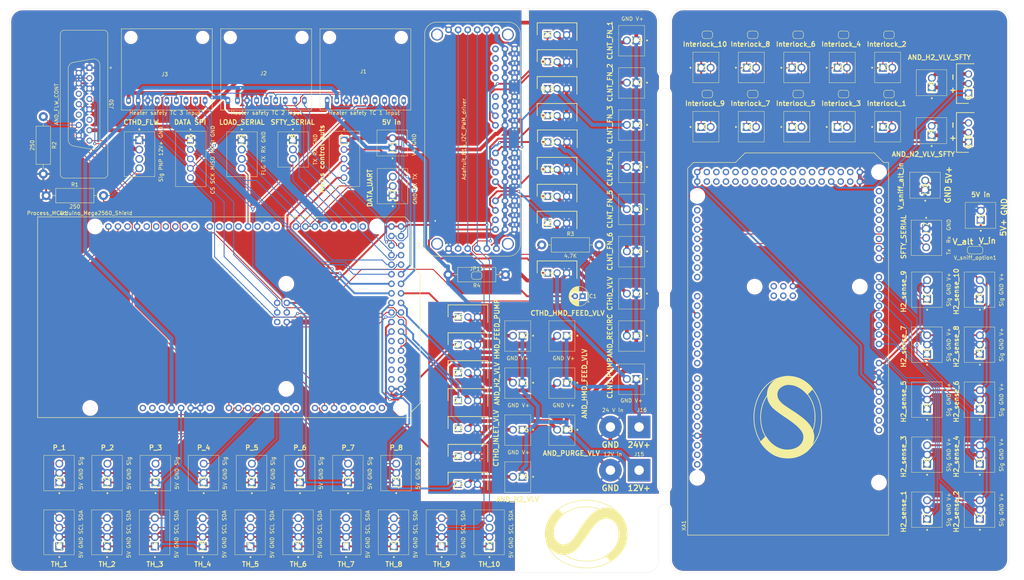
<source format=kicad_pcb>
(kicad_pcb (version 20211014) (generator pcbnew)
  (layers (0 "F.Cu" signal) (31 "B.Cu" signal) (34 "B.Paste" user) (35 "F.Paste" user) (36 "B.SilkS" user "B.Silkscreen") (37 "F.SilkS" user "F.Silkscreen") (38 "B.Mask" user) (39 "F.Mask" user) (44 "Edge.Cuts" user))
  (net 0 "")
  (net 1 "GNDD")
  (net 2 "AND_FLW_CONT_SIG")
  (net 3 "CTHD_HTR_SFTY_TC1_DRDY")
  (net 4 "CTHD_HTR_SFTY_TC1_FLT")
  (net 5 "CTHD_HTR_SFTY_TC1_CS")
  (net 6 "SPI_MISO")
  (net 7 "SPI_MOSI")
  (net 8 "SPI_SCK")
  (net 9 "+3V0")
  (net 10 "+5VD")
  (net 11 "CTHD_HTR_SFTY_TC2_DRDY")
  (net 12 "CTHD_HTR_SFTY_TC2_FLT")
  (net 13 "CTHD_HTR_SFTY_TC2_CS")
  (net 14 "CTHD_HTR_SFTY_TC3_DRDY")
  (net 15 "CTHD_HTR_SFTY_TC3_FLT")
  (net 16 "CTHD_HTR_SFTY_TC3_CS")
  (net 17 "CTHD_FLW_SIG")
  (net 18 "CTHD_FLW_PNP")
  (net 19 "+12V")
  (net 20 "I2C_SDA")
  (net 21 "I2C_SCL")
  (net 22 "P_1_SIG")
  (net 23 "P_3_SIG")
  (net 24 "P_5_SIG")
  (net 25 "P_7_SIG")
  (net 26 "+24V")
  (net 27 "P_2_SIG")
  (net 28 "P_4_SIG")
  (net 29 "P_6_SIG")
  (net 30 "P_8_SIG")
  (net 31 "DATA_SERIAL_CS")
  (net 32 "AND_TRC_HTR")
  (net 33 "CTHD_TRC_HTR")
  (net 34 "CTHD_BLWR")
  (net 35 "CTHD_HTR")
  (net 36 "SFTY_TX")
  (net 37 "SFTY_RX")
  (net 38 "IPU_FLAG")
  (net 39 "LOAD_TX")
  (net 40 "LOAD_RX")
  (net 41 "AND_FLW_SENSE_SIG_2")
  (net 42 "AND_FLW_12VDC_OUT")
  (net 43 "AND_FLW_VLV_OFF")
  (net 44 "AND_FLW_5VDC_REF")
  (net 46 "AND_FLW_PURGE")
  (net 47 "AND_FLW_SENSE_SIG")
  (net 48 "Net-(J31-Pad2)")
  (net 49 "Net-(J32-Pad2)")
  (net 50 "Net-(J33-Pad2)")
  (net 51 "Net-(J34-Pad2)")
  (net 52 "Net-(J35-Pad2)")
  (net 53 "Net-(J36-Pad2)")
  (net 54 "Net-(J37-Pad2)")
  (net 55 "Net-(J38-Pad2)")
  (net 56 "Net-(J39-Pad2)")
  (net 57 "Net-(J40-Pad2)")
  (net 58 "Net-(J41-Pad2)")
  (net 59 "Net-(J42-Pad2)")
  (net 60 "Net-(J43-Pad2)")
  (net 61 "Net-(J44-Pad2)")
  (net 62 "Net-(J45-Pad2)")
  (net 63 "Net-(J46-Pad2)")
  (net 73 "AND_PURGE_SLND_SIG")
  (net 74 "AND_N2_SLND_SIG")
  (net 75 "AND_H2_SLND_SIG")
  (net 76 "CTHD_SLND_SIG")
  (net 77 "AND_HMD_FEED_VLV")
  (net 78 "CTHD_HMD_FEED_VLV")
  (net 79 "HMD_FEED_PUMP_SIG")
  (net 90 "DATA_TX_out")
  (net 91 "DATA_RX_out")
  (net 107 "AND_RECIRC_PWM")
  (net 108 "CLNT_FN_1_PWM")
  (net 109 "CLNT_FN_4_PWM")
  (net 110 "CTHD_VLV_PWM")
  (net 111 "CLNT_FN_2_PWM")
  (net 112 "CLNT_FN_5_PWM")
  (net 113 "CLNT_PUMP_PWM")
  (net 114 "CLNT_FN_3_PWM")
  (net 115 "CLNT_FN_6_PWM")
  (net 116 "Net-(R3-Pad1)")
  (net 117 "PWM_OE")
  (net 124 "GNDPWR")
  (net 125 "+5VP")
  (net 126 "V_sniff")
  (net 127 "GNDS")
  (net 128 "H2_sense_1")
  (net 129 "H2_sense_3")
  (net 130 "H2_sense_5")
  (net 131 "H2_sense_7")
  (net 132 "H2_sense_9")
  (net 133 "Net-(J52-Pad1)")
  (net 134 "+5VL")
  (net 135 "Net-(J53-Pad1)")
  (net 136 "Net-(J54-Pad1)")
  (net 137 "Net-(J55-Pad1)")
  (net 138 "Net-(J56-Pad1)")
  (net 139 "Net-(J57-Pad1)")
  (net 140 "Net-(J58-Pad1)")
  (net 141 "Net-(J59-Pad1)")
  (net 142 "Net-(J60-Pad1)")
  (net 143 "Interlock_signal")
  (net 144 "H2_sense_2")
  (net 145 "H2_sense_4")
  (net 146 "H2_sense_6")
  (net 147 "H2_sense_8")
  (net 148 "H2_sense_10")
  (net 149 "Net-(J68-Pad1)")
  (net 150 "Net-(J68-Pad2)")
  (net 151 "Net-(J69-Pad2)")
  (net 152 "Net-(J69-Pad1)")
  (net 153 "AND_H2_SLND_SIG_SFTY")
  (net 154 "AND_N2_SLND_SIG_SFTY")
  (net 208 "Net-(J71-Pad1)")
  (net 222 "SFTY_TX_out")
  (net 223 "SFTY_RX_out")
  (net 224 "Net-(J70-Pad2)")
  (footprint "Arduino:Adafruit_3263" (layer "F.Cu") (at 94.5 39)
    (fp_text reference "J1")
    (fp_text value "Heater safety TC 1 input")
  )
  (footprint "Arduino:Adafruit_3263" (layer "F.Cu") (at 68.125 39)
    (fp_text reference "J2")
    (fp_text value "Heater safety TC 2 input")
  )
  (footprint "Arduino:Adafruit_3263" (layer "F.Cu") (at 41.75 39)
    (fp_text reference "J3")
    (fp_text value "Heater safety TC 3 input")
  )
  (footprint "SamacSys_Parts:1963557" (layer "F.Cu") (at 46.5 47 -90)
    (fp_text reference "J4")
    (fp_text value "CTHD_FLW")
  )
  (footprint "SamacSys_Parts:1963557" (layer "F.Cu") (at 25.25 155 90)
    (fp_text reference "J5")
    (fp_text value "TH_1")
  )
  (footprint "SamacSys_Parts:1963557" (layer "F.Cu") (at 50.6389 155 90)
    (fp_text reference "J6")
    (fp_text value "TH_3")
  )
  (footprint "SamacSys_Parts:1963557" (layer "F.Cu") (at 76.0278 155 90)
    (fp_text reference "J7")
    (fp_text value "TH_5")
  )
  (footprint "SamacSys_Parts:1963557" (layer "F.Cu") (at 101.417 155 90)
    (fp_text reference "J8")
    (fp_text value "TH_7")
  )
  (footprint "SamacSys_Parts:1963557" (layer "F.Cu") (at 126.806 155 90)
    (fp_text reference "J9")
    (fp_text value "TH_9")
  )
  (footprint "SamacSys_Parts:1963544" (layer "F.Cu") (at 25.25 138 90)
    (fp_text reference "J10")
    (fp_text value "P_1")
  )
  (footprint "SamacSys_Parts:1963544" (layer "F.Cu") (at 50.8214 138 90)
    (fp_text reference "J11")
    (fp_text value "P_3")
  )
  (footprint "SamacSys_Parts:1963544" (layer "F.Cu") (at 76.3929 138 90)
    (fp_text reference "J12")
    (fp_text value "P_5")
  )
  (footprint "SamacSys_Parts:1963544" (layer "F.Cu") (at 101.964 138 90)
    (fp_text reference "J13")
    (fp_text value "P_7")
  )
  (footprint "SamacSys_Parts:1963531" (layer "F.Cu") (at 113.75 49 90)
    (fp_text reference "J14")
    (fp_text value "5V in")
  )
  (footprint "Connector_Wire:SolderWirePad_1x02_P7.62mm_Drill2.5mm" (layer "F.Cu") (at 179.25 134.75 180)
    (fp_text reference "J15")
    (fp_text value "12V in")
  )
  (footprint "Connector_Wire:SolderWirePad_1x02_P7.62mm_Drill2.5mm" (layer "F.Cu") (at 179.25 123.25 180)
    (fp_text reference "J16")
    (fp_text value "24 V in")
  )
  (footprint "SamacSys_Parts:1963557" (layer "F.Cu") (at 37.9444 155 90)
    (fp_text reference "J17")
    (fp_text value "TH_2")
  )
  (footprint "SamacSys_Parts:1963557" (layer "F.Cu") (at 63.3333 155 90)
    (fp_text reference "J18")
    (fp_text value "TH_4")
  )
  (footprint "SamacSys_Parts:1963557" (layer "F.Cu") (at 88.7222 155 90)
    (fp_text reference "J19")
    (fp_text value "TH_6")
  )
  (footprint "SamacSys_Parts:1963557" (layer "F.Cu") (at 114.111 155 90)
    (fp_text reference "J20")
    (fp_text value "TH_8")
  )
  (footprint "SamacSys_Parts:1963557" (layer "F.Cu") (at 139.5 155 90)
    (fp_text reference "J21")
    (fp_text value "TH_10")
  )
  (footprint "SamacSys_Parts:1963544" (layer "F.Cu") (at 38.0357 138 90)
    (fp_text reference "J22")
    (fp_text value "P_2")
  )
  (footprint "SamacSys_Parts:1963544" (layer "F.Cu") (at 63.6071 138 90)
    (fp_text reference "J23")
    (fp_text value "P_4")
  )
  (footprint "SamacSys_Parts:1963544" (layer "F.Cu") (at 89.1786 138 90)
    (fp_text reference "J24")
    (fp_text value "P_6")
  )
  (footprint "SamacSys_Parts:1963544" (layer "F.Cu") (at 114.75 138 90)
    (fp_text reference "J25")
    (fp_text value "P_8")
  )
  (footprint "SamacSys_Parts:1881587" (layer "F.Cu") (at 60.075 47 -90)
    (fp_text reference "J26")
    (fp_text value "DATA SPI")
  )
  (footprint "SamacSys_Parts:1881587" (layer "F.Cu") (at 100.875 47 -90)
    (fp_text reference "J27")
    (fp_text value "Mains control outs")
  )
  (footprint "SamacSys_Parts:1963544" (layer "F.Cu") (at 87.3 47 -90)
    (fp_text reference "J28")
    (fp_text value "SFTY_SERIAL")
  )
  (footprint "SamacSys_Parts:1963557" (layer "F.Cu") (at 73.7 47 -90)
    (fp_text reference "J29")
    (fp_text value "LOAD_SERIAL")
  )
  (footprint "Connector_Dsub:DSUB-15_Male_Vertical_P2.77x2.84mm" (layer "F.Cu") (at 33.25 27.75 -90)
    (fp_text reference "J30")
    (fp_text value "AND_FLW_CONT")
  )
  (footprint "SamacSys_Parts:1963531" (layer "F.Cu") (at 148.25 111.5 180)
    (fp_text reference "J31")
    (fp_text value "AND_H2_VLV")
  )
  (footprint "SamacSys_Parts:1963531" (layer "F.Cu") (at 148.25 99 180)
    (fp_text reference "J32")
    (fp_text value "HMD_FEED_PUMP")
  )
  (footprint "SamacSys_Parts:1963531" (layer "F.Cu") (at 178.5 99.0039 180)
    (fp_text reference "J33")
    (fp_text value "AND_RECIRC")
  )
  (footprint "SamacSys_Parts:1963531" (layer "F.Cu") (at 160 99 180)
    (fp_text reference "J34")
    (fp_text value "CTHD_HMD_FEED_VLV")
  )
  (footprint "SamacSys_Parts:1963531" (layer "F.Cu") (at 148.25 136.5 180)
    (fp_text reference "J35")
    (fp_text value "AND_N2_VLV")
  )
  (footprint "SamacSys_Parts:1963531" (layer "F.Cu") (at 148.25 124 180)
    (fp_text reference "J36")
    (fp_text value "CTHD_INLET_VLV")
  )
  (footprint "SamacSys_Parts:1963531" (layer "F.Cu") (at 160 111.5 180)
    (fp_text reference "J37")
    (fp_text value "AND_HMD_FEED_VLV")
  )
  (footprint "SamacSys_Parts:1963531" (layer "F.Cu") (at 160 124 180)
    (fp_text reference "J38")
    (fp_text value "AND_PURGE_VLV")
  )
  (footprint "SamacSys_Parts:1963531" (layer "F.Cu") (at 178.5 20.5 180)
    (fp_text reference "J39")
    (fp_text value "CLNT_FN_1")
  )
  (footprint "SamacSys_Parts:1963531" (layer "F.Cu") (at 178.5 54.1445 180)
    (fp_text reference "J40")
    (fp_text value "CLNT_FN_4")
  )
  (footprint "SamacSys_Parts:1963531" (layer "F.Cu") (at 178.5 87.7891 180)
    (fp_text reference "J41")
    (fp_text value "CTHD_VLV")
  )
  (footprint "SamacSys_Parts:1963531" (layer "F.Cu") (at 178.5 31.7148 180)
    (fp_text reference "J42")
    (fp_text value "CLNT_FN_2")
  )
  (footprint "SamacSys_Parts:1963531" (layer "F.Cu") (at 178.5 65.3594 180)
    (fp_text reference "J43")
    (fp_text value "CLNT_FN_5")
  )
  (footprint "SamacSys_Parts:1963531" (layer "F.Cu") (at 178.5 110.5 180)
    (fp_text reference "J44")
    (fp_text value "CLNT_PUMP")
  )
  (footprint "SamacSys_Parts:1963531" (layer "F.Cu") (at 178.5 42.9297 180)
    (fp_text reference "J45")
    (fp_text value "CLNT_FN_3")
  )
  (footprint "SamacSys_Parts:1963531" (layer "F.Cu") (at 178.5 76.5742 180)
    (fp_text reference "J46")
    (fp_text value "CLNT_FN_6")
  )
  (footprint "Arduino:Arduino_Mega2560_Shield" (layer "F.Cu") (at 19.5 120.75)
    (fp_text reference "Process_MCU1")
    (fp_text value "Arduino_Mega2560_Shield")
  )
  (footprint "SamacSys_Parts:TO254P469X1042X1967-3P" (layer "F.Cu") (at 131.25 116.25)
    (fp_text reference "Q1")
    (fp_text value "IRFZ24NPBF" hide)
  )
  (footprint "SamacSys_Parts:TO254P469X1042X1967-3P" (layer "F.Cu") (at 131.25 94)
    (fp_text reference "Q2")
    (fp_text value "IRFZ24NPBF" hide)
  )
  (footprint "SamacSys_Parts:TO254P469X1042X1967-3P" (layer "F.Cu") (at 154.92 69.0967)
    (fp_text reference "Q3")
    (fp_text value "IRFZ24NPBF" hide)
  )
  (footprint "SamacSys_Parts:TO254P469X1042X1967-3P" (layer "F.Cu") (at 131.25 101.417)
    (fp_text reference "Q4")
    (fp_text value "IRFZ24NPBF" hide)
  )
  (footprint "SamacSys_Parts:TO254P469X1042X1967-3P" (layer "F.Cu") (at 131.25 138.5)
    (fp_text reference "Q5")
    (fp_text value "IRFZ24NPBF" hide)
  )
  (footprint "SamacSys_Parts:TO254P469X1042X1967-3P" (layer "F.Cu") (at 131.25 131.083)
    (fp_text reference "Q6")
    (fp_text value "IRFZ24NPBF" hide)
  )
  (footprint "SamacSys_Parts:TO254P469X1042X1967-3P" (layer "F.Cu") (at 131.25 108.833)
    (fp_text reference "Q7")
    (fp_text value "IRFZ24NPBF" hide)
  )
  (footprint "SamacSys_Parts:TO254P469X1042X1967-3P" (layer "F.Cu") (at 131.25 123.667)
    (fp_text reference "Q8")
    (fp_text value "IRFZ24NPBF" hide)
  )
  (footprint "SamacSys_Parts:TO254P469X1042X1967-3P" (layer "F.Cu") (at 154.92 19)
    (fp_text reference "Q9")
    (fp_text value "IRFZ24NPBF" hide)
  )
  (footprint "SamacSys_Parts:TO254P469X1042X1967-3P" (layer "F.Cu") (at 154.92 40.47)
    (fp_text reference "Q10")
    (fp_text value "IRFZ24NPBF" hide)
  )
  (footprint "SamacSys_Parts:TO254P469X1042X1967-3P" (layer "F.Cu") (at 154.92 61.94)
    (fp_text reference "Q11")
    (fp_text value "IRFZ24NPBF" hide)
  )
  (footprint "SamacSys_Parts:TO254P469X1042X1967-3P" (layer "F.Cu") (at 154.92 26.1567)
    (fp_text reference "Q12")
    (fp_text value "IRFZ24NPBF" hide)
  )
  (footprint "SamacSys_Parts:TO254P469X1042X1967-3P" (layer "F.Cu") (at 155 47.5)
    (fp_text reference "Q13")
    (fp_text value "IRFZ24NPBF" hide)
  )
  (footprint "SamacSys_Parts:TO254P469X1042X1967-3P" (layer "F.Cu") (at 154.92 82.32)
    (fp_text reference "Q14")
    (fp_text value "IRFZ24NPBF" hide)
  )
  (footprint "SamacSys_Parts:TO254P469X1042X1967-3P" (layer "F.Cu") (at 154.92 33.3133)
    (fp_text reference "Q15")
    (fp_text value "IRFZ24NPBF" hide)
  )
  (footprint "SamacSys_Parts:TO254P469X1042X1967-3P" (layer "F.Cu") (at 154.92 54.7833)
    (fp_text reference "Q16")
    (fp_text value "IRFZ24NPBF" hide)
  )
  (footprint "Resistor_THT:R_Axial_DIN0411_L9.9mm_D3.6mm_P15.24mm_Horizontal" (layer "F.Cu") (at 21.75 61.75)
    (fp_text reference "R1")
    (fp_text value "250")
  )
  (footprint "Resistor_THT:R_Axial_DIN0411_L9.9mm_D3.6mm_P15.24mm_Horizontal" (layer "F.Cu") (at 21 40.75 -90)
    (fp_text reference "R2")
    (fp_text value "250")
  )
  (footprint "Resistor_THT:R_Axial_DIN0411_L9.9mm_D3.6mm_P15.24mm_Horizontal" (layer "F.Cu") (at 153.39 74.8583)
    (fp_text reference "R3")
    (fp_text value "4.7K")
  )
  (footprint "Arduino:MODULE_815" (layer "F.Cu") (at 135 46.75 90)
    (fp_text reference "U1")
    (fp_text value "Adafruit_815_I2C_PWM_driver")
  )
  (footprint "Capacitor_THT:CP_Radial_D5.0mm_P2.00mm" (layer "F.Cu") (at 164.25 88.5 180)
    (fp_text reference "C1")
    (fp_text value "10 uF")
  )
  (footprint "SamacSys_Parts:1963544" (layer "F.Cu") (at 255.75 147.75 90)
    (fp_text reference "J47")
    (fp_text value "H2_sense_1")
  )
  (footprint "SamacSys_Parts:1963544" (layer "F.Cu") (at 255.75 133.125 90)
    (fp_text reference "J48")
    (fp_text value "H2_sense_3")
  )
  (footprint "SamacSys_Parts:1963544" (layer "F.Cu") (at 255.75 118.5 90)
    (fp_text reference "J49")
    (fp_text value "H2_sense_5")
  )
  (footprint "SamacSys_Parts:1963544" (layer "F.Cu") (at 255.75 103.875 90)
    (fp_text reference "J50")
    (fp_text value "H2_sense_7")
  )
  (footprint "SamacSys_Parts:1963544" (layer "F.Cu") (at 255.75 89.25 90)
    (fp_text reference "J51")
    (fp_text value "H2_sense_9")
  )
  (footprint "SamacSys_Parts:1963531" (layer "F.Cu") (at 244 43.5)
    (fp_text reference "J52")
    (fp_text value "Interlock_1")
  )
  (footprint "SamacSys_Parts:1963531" (layer "F.Cu") (at 244 27.75)
    (fp_text reference "J53")
    (fp_text value "Interlock_2")
  )
  (footprint "SamacSys_Parts:1963531" (layer "F.Cu") (at 231.9375 43.5)
    (fp_text reference "J54")
    (fp_text value "Interlock_3")
  )
  (footprint "SamacSys_Parts:1963531" (layer "F.Cu") (at 231.9375 27.75)
    (fp_text reference "J55")
    (fp_text value "Interlock_4")
  )
  (footprint "SamacSys_Parts:1963531" (layer "F.Cu") (at 219.875 43.5)
    (fp_text reference "J56")
    (fp_text value "Interlock_5")
  )
  (footprint "SamacSys_Parts:1963531" (layer "F.Cu") (at 219.875 27.75)
    (fp_text reference "J57")
    (fp_text value "Interlock_6")
  )
  (footprint "SamacSys_Parts:1963531" (layer "F.Cu") (at 207.8125 43.5)
    (fp_text reference "J58")
    (fp_text value "Interlock_7")
  )
  (footprint "SamacSys_Parts:1963531" (layer "F.Cu") (at 207.8125 27.75)
    (fp_text reference "J59")
    (fp_text value "Interlock_8")
  )
  (footprint "SamacSys_Parts:1963531" (layer "F.Cu") (at 195.75 43.5)
    (fp_text reference "J60")
    (fp_text value "Interlock_9")
  )
  (footprint "SamacSys_Parts:1963531" (layer "F.Cu") (at 195.75 27.75)
    (fp_text reference "J61")
    (fp_text value "Interlock_10")
  )
  (footprint "SamacSys_Parts:1963544" (layer "F.Cu") (at 269.75 147.75 90)
    (fp_text reference "J62")
    (fp_text value "H2_sense_2")
  )
  (footprint "SamacSys_Parts:1963544" (layer "F.Cu") (at 269.75 133.125 90)
    (fp_text reference "J63")
    (fp_text value "H2_sense_4")
  )
  (footprint "SamacSys_Parts:1963544" (layer "F.Cu") (at 269.75 118.5 90)
    (fp_text reference "J64")
    (fp_text value "H2_sense_6")
  )
  (footprint "SamacSys_Parts:1963544" (layer "F.Cu") (at 269.75 103.875 90)
    (fp_text reference "J65")
    (fp_text value "H2_sense_8")
  )
  (footprint "SamacSys_Parts:1963544" (layer "F.Cu") (at 269.75 89.25 90)
    (fp_text reference "J66")
    (fp_text value "H2_sense_10")
  )
  (footprint "SamacSys_Parts:1963544" (layer "F.Cu") (at 255.5 70.5 -90)
    (fp_text reference "J67")
    (fp_text value "SFTY_SERIAL")
  )
  (footprint "SamacSys_Parts:1963531" (layer "F.Cu") (at 257 33 90)
    (fp_text reference "J68")
    (fp_text value "AND_H2_VLV_SFTY")
  )
  (footprint "SamacSys_Parts:1963531" (layer "F.Cu") (at 256.96 45.725 90)
    (fp_text reference "J69")
    (fp_text value "AND_N2_VLV_SFTY")
  )
  (footprint "Jumper:SolderJumper-2_P1.3mm_Open_RoundedPad1.0x1.5mm" (layer "F.Cu") (at 245.625 34.75 180)
    (fp_text reference "JP1" hide)
    (fp_text value "SolderJumper_2_Open")
  )
  (footprint "Jumper:SolderJumper-2_P1.3mm_Open_RoundedPad1.0x1.5mm" (layer "F.Cu") (at 245.625 19 180)
    (fp_text reference "JP2" hide)
    (fp_text value "SolderJumper_2_Open")
  )
  (footprint "Jumper:SolderJumper-2_P1.3mm_Open_RoundedPad1.0x1.5mm" (layer "F.Cu") (at 233.5625 34.75 180)
    (fp_text reference "JP3" hide)
    (fp_text value "SolderJumper_2_Open")
  )
  (footprint "Jumper:SolderJumper-2_P1.3mm_Open_RoundedPad1.0x1.5mm" (layer "F.Cu") (at 233.5625 19 180)
    (fp_text reference "JP4" hide)
    (fp_text value "SolderJumper_2_Open")
  )
  (footprint "Jumper:SolderJumper-2_P1.3mm_Open_RoundedPad1.0x1.5mm" (layer "F.Cu") (at 221.5 34.75 180)
    (fp_text reference "JP5" hide)
    (fp_text value "SolderJumper_2_Open")
  )
  (footprint "Jumper:SolderJumper-2_P1.3mm_Open_RoundedPad1.0x1.5mm" (layer "F.Cu") (at 221.5 19 180)
    (fp_text reference "JP6" hide)
    (fp_text value "SolderJumper_2_Open")
  )
  (footprint "Jumper:SolderJumper-2_P1.3mm_Open_RoundedPad1.0x1.5mm" (layer "F.Cu") (at 209.4375 34.75 180)
    (fp_text reference "JP7" hide)
    (fp_text value "SolderJumper_2_Open")
  )
  (footprint "Jumper:SolderJumper-2_P1.3mm_Open_RoundedPad1.0x1.5mm" (layer "F.Cu") (at 209.4375 19 180)
    (fp_text reference "JP8" hide)
    (fp_text value "SolderJumper_2_Open")
  )
  (footprint "Jumper:SolderJumper-2_P1.3mm_Open_RoundedPad1.0x1.5mm" (layer "F.Cu") (at 197.375 34.75 180)
    (fp_text reference "JP9" hide)
    (fp_text value "SolderJumper_2_Open")
  )
  (footprint "Jumper:SolderJumper-2_P1.3mm_Open_RoundedPad1.0x1.5mm" (layer "F.Cu") (at 197.375 19 180)
    (fp_text reference "JP10" hide)
    (fp_text value "SolderJumper_2_Open")
  )
  (footprint "SamacSys_Parts:TO254P469X1042X1967-3P" (layer "F.Cu") (at 266.75 34.5 90)
    (fp_text reference "Q17")
    (fp_text value "IRFZ24NPBF" hide)
  )
  (footprint "SamacSys_Parts:TO254P469X1042X1967-3P" (layer "F.Cu") (at 266.75 47.5 90)
    (fp_text reference "Q18")
    (fp_text value "IRFZ24NPBF" hide)
  )
  (footprint "Arduino:Arduino_Mega2560_Shield" (layer "F.Cu") (at 245.5 152 90)
    (fp_text reference "XA1")
    (fp_text value "Arduino_Mega2560_Shield")
  )
  (footprint "SamacSys_Parts:1963531" (layer "F.Cu") (at 255.25 60.25 90)
    (fp_text reference "J70")
    (fp_text value "V_sniff_alt_in")
  )
  (footprint "SamacSys_Parts:1963531" (layer "F.Cu") (at 270 68.25 90)
    (fp_text reference "J71")
    (fp_text value "5V in")
  )
  (footprint "SamacSys_Parts:1963544" (layer "F.Cu") (at 113.825 61.725 90)
    (fp_text reference "J72")
    (fp_text value "DATA_UART")
  )
  (footprint "Jumper:SolderJumper-2_P1.3mm_Bridged2Bar_RoundedPad1.0x1.5mm" (layer "F.Cu") (at 136.13 83)
    (fp_text reference "JP11")
    (fp_text value "SolderJumper_2_Open")
  )
  (footprint "Jumper:SolderJumper-3_P1.3mm_Bridged12_RoundedPad1.0x1.5mm" (layer "F.Cu") (at 268.5 76.25 180)
    (fp_text reference "V_sniff_option1")
    (fp_text value "SolderJumper_3_Bridged12")
  )
  (footprint "Resistor_THT:R_Axial_DIN0411_L9.9mm_D3.6mm_P15.24mm_Horizontal" (layer "F.Cu") (at 143.75 82.75 180)
    (fp_text reference "R4")
    (fp_text value "0")
  )
  (gr_line (start 224.213594 114.844862) (end 224.056447 114.637222) (layer "F.SilkS") (width 0.18077))
  (gr_line (start 156.861512 149.421908) (end 156.773336 149.647442) (layer "F.SilkS") (width 0.18077))
  (gr_line (start 212.768663 112.51198) (end 212.988753 112.286324) (layer "F.SilkS") (width 0.18077))
  (gr_line (start 155.370928 147.867718) (end 155.602263 147.476687) (layer "F.SilkS") (width 0.18077))
  (gr_line (start 165.175147 144.490063) (end 165.175147 144.490063) (layer "F.SilkS") (width 0.18077))
  (gr_line (start 211.932202 123.723645) (end 212.055405 124.115063) (layer "F.SilkS") (width 0.18077))
  (gr_line (start 157.124202 145.669913) (end 157.501643 145.338235) (layer "F.SilkS") (width 0.18077))
  (gr_line (start 212.148688 113.240708) (end 212.34863 112.989172) (layer "F.SilkS") (width 0.18077))
  (gr_line (start 214.879958 130.452006) (end 214.493054 130.219634) (layer "F.SilkS") (width 0.18077))
  (gr_line (start 175.193348 148.227983) (end 175.377618 148.629634) (layer "F.SilkS") (width 0.18077))
  (gr_line (start 159.815739 145.961823) (end 159.595651 146.106809) (layer "F.SilkS") (width 0.18077))
  (gr_line (start 154.407206 152.425186) (end 154.390335 152.129995) (layer "F.SilkS") (width 0.18077))
  (gr_line (start 170.372663 145.822104) (end 170.137725 145.689732) (layer "F.SilkS") (width 0.18077))
  (gr_line (start 216.611117 129.090094) (end 216.945925 129.198199) (layer "F.SilkS") (width 0.18077))
  (gr_line (start 222.152735 112.904696) (end 221.935367 112.77011) (layer "F.SilkS") (width 0.18077))
  (gr_line (start 216.096215 131.00236) (end 215.681538 130.843369) (layer "F.SilkS") (width 0.18077))
  (gr_line (start 171.464916 156.839053) (end 171.464916 156.839053) (layer "F.SilkS") (width 0.18077))
  (gr_line (start 211.58928 119.527903) (end 211.563233 119.824537) (layer "F.SilkS") (width 0.18077))
  (gr_line (start 211.090071 114.931084) (end 211.249717 114.627788) (layer "F.SilkS") (width 0.18077))
  (gr_line (start 157.501643 145.338235) (end 157.501643 145.338235) (layer "F.SilkS") (width 0.18077))
  (gr_line (start 159.608868 157.321154) (end 159.831467 157.466371) (layer "F.SilkS") (width 0.18077))
  (gr_line (start 210.793655 115.560934) (end 210.937141 115.243007) (layer "F.SilkS") (width 0.18077))
  (gr_line (start 157.307036 148.536103) (end 157.181732 148.755104) (layer "F.SilkS") (width 0.18077))
  (gr_line (start 213.150316 115.071942) (end 213.005099 115.294541) (layer "F.SilkS") (width 0.18077))
  (gr_line (start 163.482371 158.807769) (end 163.771798 158.8487) (layer "F.SilkS") (width 0.18077))
  (gr_line (start 218.967842 129.439362) (end 219.212617 129.425767) (layer "F.SilkS") (width 0.18077))
  (gr_line (start 219.119364 109.859961) (end 219.589537 109.896488) (layer "F.SilkS") (width 0.18077))
  (gr_line (start 219.932784 129.330602) (end 220.16812 129.280754) (layer "F.SilkS") (width 0.18077))
  (gr_line (start 219.698801 131.393504) (end 219.243237 131.430358) (layer "F.SilkS") (width 0.18077))
  (gr_line (start 173.527652 149.385601) (end 173.432487 149.162063) (layer "F.SilkS") (width 0.18077))
  (gr_line (start 174.499728 156.356061) (end 174.218436 156.724449) (layer "F.SilkS") (width 0.18077))
  (gr_line (start 171.03751 146.254615) (end 170.822556 146.104546) (layer "F.SilkS") (width 0.18077))
  (gr_line (start 171.642409 146.740221) (end 171.447437 146.572453) (layer "F.SilkS") (width 0.18077))
  (gr_line (start 227.246772 124.326368) (end 227.093618 124.810439) (layer "F.SilkS") (width 0.18077))
  (gr_line (start 164.965542 158.938006) (end 165.272987 158.941727) (layer "F.SilkS") (width 0.18077))
  (gr_line (start 168.368521 143.091965) (end 168.863294 143.224698) (layer "F.SilkS") (width 0.18077))
  (gr_line (start 218.046284 109.87028) (end 218.341475 109.853409) (layer "F.SilkS") (width 0.18077))
  (gr_line (start 162.089287 158.491485) (end 162.360697 158.569625) (layer "F.SilkS") (width 0.18077))
  (gr_line (start 221.371301 110.286104) (end 221.79201 110.444386) (layer "F.SilkS") (width 0.18077))
  (gr_line (start 221.79201 110.444386) (end 222.202827 110.627018) (layer "F.SilkS") (width 0.18077))
  (gr_line (start 217.1765 109.988378) (end 217.463796 109.937765) (layer "F.SilkS") (width 0.18077))
  (gr_line (start 213.900065 127.23265) (end 214.174428 127.517655) (layer "F.SilkS") (width 0.18077))
  (gr_line (start 164.538963 160.700745) (end 164.177029 160.677601) (layer "F.SilkS") (width 0.18077))
  (gr_line (start 225.679994 118.03681) (end 225.609292 117.766328) (layer "F.SilkS") (width 0.18077))
  (gr_line (start 175.979569 151.692783) (end 175.967339 152.163005) (layer "F.SilkS") (width 0.18077))
  (gr_line (start 174.988932 155.591512) (end 174.75656 155.978416) (layer "F.SilkS") (width 0.18077))
  (gr_line (start 215.276119 130.659917) (end 214.879958 130.452006) (layer "F.SilkS") (width 0.18077))
  (gr_line (start 166.668966 144.583091) (end 166.37719 144.549601) (layer "F.SilkS") (width 0.18077))
  (gr_line (start 223.899017 126.910511) (end 224.060885 126.708878) (layer "F.SilkS") (width 0.18077))
  (gr_line (start 175.539286 154.375255) (end 175.380295 154.789932) (layer "F.SilkS") (width 0.18077))
  (gr_line (start 222.36847 113.048563) (end 222.36847 113.048563) (layer "F.SilkS") (width 0.18077))
  (gr_line (start 225.445559 124.076624) (end 225.531147 123.809309) (layer "F.SilkS") (width 0.18077))
  (gr_line (start 172.791662 155.433654) (end 172.998044 155.132426) (layer "F.SilkS") (width 0.18077))
  (gr_line (start 170.137725 145.689732) (end 169.896126 145.56326) (layer "F.SilkS") (width 0.18077))
  (gr_line (start 209.915578 122.876331) (end 209.844105 122.356661) (layer "F.SilkS") (width 0.18077))
  (gr_line (start 164.361463 158.908237) (end 164.661701 158.926842) (layer "F.SilkS") (width 0.18077))
  (gr_line (start 222.636153 130.447582) (end 222.243487 130.656422) (layer "F.SilkS") (width 0.18077))
  (gr_line (start 175.783013 149.888499) (end 175.869006 150.326091) (layer "F.SilkS") (width 0.18077))
  (gr_line (start 209.82627 119.281554) (end 209.867928 118.92639) (layer "F.SilkS") (width 0.18077))
  (gr_line (start 218.720707 111.860502) (end 218.720707 111.860508) (layer "F.SilkS") (width 0.18077))
  (gr_line (start 156.564506 153.143179) (end 156.624838 153.369849) (layer "F.SilkS") (width 0.18077))
  (gr_line (start 160.042051 145.822918) (end 159.815739 145.961823) (layer "F.SilkS") (width 0.18077))
  (gr_line (start 213.449082 111.860891) (end 213.68932 111.661114) (layer "F.SilkS") (width 0.18077))
  (gr_line (start 227.379505 117.423242) (end 227.491818 117.930955) (layer "F.SilkS") (width 0.18077))
  (gr_line (start 165.272987 158.941727) (end 165.272987 158.941727) (layer "F.SilkS") (width 0.18077))
  (gr_line (start 164.064829 158.88219) (end 164.361463 158.908237) (layer "F.SilkS") (width 0.18077))
  (gr_line (start 159.595651 146.106809) (end 159.381788 146.257876) (layer "F.SilkS") (width 0.18077))
  (gr_line (start 154.82303 149.100169) (end 154.981312 148.67946) (layer "F.SilkS") (width 0.18077))
  (gr_line (start 154.494291 150.421653) (end 154.57952 149.971266) (layer "F.SilkS") (width 0.18077))
  (gr_line (start 157.585489 148.103) (end 157.585489 148.103) (layer "F.SilkS") (width 0.18077))
  (gr_line (start 210.127134 117.539586) (end 210.215078 117.201348) (layer "F.SilkS") (width 0.18077))
  (gr_line (start 167.863047 142.979652) (end 168.368521 143.091965) (layer "F.SilkS") (width 0.18077))
  (gr_line (start 220.145379 131.33208) (end 219.698801 131.393504) (layer "F.SilkS") (width 0.18077))
  (gr_line (start 216.891835 110.050238) (end 217.1765 109.988378) (layer "F.SilkS") (width 0.18077))
  (gr_line (start 212.366964 116.502754) (end 212.259057 116.759751) (layer "F.SilkS") (width 0.18077))
  (gr_line (start 211.753437 127.508482) (end 211.47776 127.091458) (layer "F.SilkS") (width 0.18077))
  (gr_line (start 171.464916 156.839053) (end 171.769576 156.571405) (layer "F.SilkS") (width 0.18077))
  (gr_line (start 222.179965 128.424262) (end 222.391706 128.283778) (layer "F.SilkS") (width 0.18077))
  (gr_line (start 156.19804 156.78215) (end 156.00689 156.535195) (layer "F.SilkS") (width 0.18077))
  (gr_line (start 212.482313 116.249361) (end 212.366964 116.502754) (layer "F.SilkS") (width 0.18077))
  (gr_line (start 210.937141 115.243007) (end 211.090071 114.931084) (layer "F.SilkS") (width 0.18077))
  (gr_line (start 163.692792 144.583091) (end 163.407459 144.624024) (layer "F.SilkS") (width 0.18077))
  (gr_line (start 158.408571 156.327882) (end 158.592514 156.507947) (layer "F.SilkS") (width 0.18077))
  (gr_line (start 217.556503 111.976531) (end 217.328291 112.02758) (layer "F.SilkS") (width 0.18077))
  (gr_line (start 218.720707 111.860508) (end 218.484781 111.865149) (layer "F.SilkS") (width 0.18077))
  (gr_line (start 175.930648 152.62397) (end 175.869498 153.075678) (layer "F.SilkS") (width 0.18077))
  (gr_line (start 226.021535 127.070274) (end 225.745856 127.490137) (layer "F.SilkS") (width 0.18077))
  (gr_line (start 223.001189 127.81876) (end 223.192552 127.650433) (layer "F.SilkS") (width 0.18077))
  (gr_line (start 216.210372 112.422054) (end 215.991417 112.528794) (layer "F.SilkS") (width 0.18077))
  (gr_line (start 173.758768 150.070373) (end 173.690793 149.839756) (layer "F.SilkS") (width 0.18077))
  (gr_line (start 174.210571 146.71123) (end 174.493119 147.076941) (layer "F.SilkS") (width 0.18077))
  (gr_line (start 173.092608 148.505605) (end 172.961188 148.291505) (layer "F.SilkS") (width 0.18077))
  (gr_line (start 225.743254 122.986399) (end 225.799071 122.705107) (layer "F.SilkS") (width 0.18077))
  (gr_line (start 212.712489 125.592286) (end 212.917829 125.939479) (layer "F.SilkS") (width 0.18077))
  (gr_line (start 163.81848 160.6452) (end 163.463316 160.603542) (layer "F.SilkS") (width 0.18077))
  (gr_line (start 217.395792 131.332572) (end 216.953342 131.246962) (layer "F.SilkS") (width 0.18077))
  (gr_line (start 220.500204 110.042594) (end 220.940699 110.152173) (layer "F.SilkS") (width 0.18077))
  (gr_line (start 222.786144 113.358029) (end 222.580348 113.200184) (layer "F.SilkS") (width 0.18077))
  (gr_line (start 168.910681 160.218948) (end 168.421804 160.351684) (layer "F.SilkS") (width 0.18077))
  (gr_line (start 224.801557 112.587276) (end 225.133235 112.964717) (layer "F.SilkS") (width 0.18077))
  (gr_line (start 170.814753 157.331873) (end 171.144257 157.093677) (layer "F.SilkS") (width 0.18077))
  (gr_line (start 160.060508 157.60578) (end 160.295992 157.739381) (layer "F.SilkS") (width 0.18077))
  (gr_line (start 156.624829 150.103412) (end 156.564498 150.333847) (layer "F.SilkS") (width 0.18077))
  (gr_line (start 209.793869 119.640103) (end 209.82627 119.281554) (layer "F.SilkS") (width 0.18077))
  (gr_line (start 172.998044 155.132426) (end 173.184772 154.824481) (layer "F.SilkS") (width 0.18077))
  (gr_line (start 166.282416 142.765237) (end 166.819994 142.816288) (layer "F.SilkS") (width 0.18077))
  (gr_line (start 170.763541 159.483804) (end 170.315723 159.69822) (layer "F.SilkS") (width 0.18077))
  (gr_line (start 171.245804 146.410585) (end 171.03751 146.254615) (layer "F.SilkS") (width 0.18077))
  (gr_line (start 161.463702 143.224698) (end 161.960168 143.091965) (layer "F.SilkS") (width 0.18077))
  (gr_line (start 220.16812 129.280754) (end 220.401097 129.221842) (layer "F.SilkS") (width 0.18077))
  (gr_line (start 158.721102 144.449935) (end 159.150084 144.194677) (layer "F.SilkS") (width 0.18077))
  (gr_line (start 157.896882 145.021714) (end 158.303368 144.725614) (layer "F.SilkS") (width 0.18077))
  (gr_line (start 211.825427 123.323382) (end 211.932202 123.723645) (layer "F.SilkS") (width 0.18077))
  (gr_line (start 218.639298 109.847786) (end 218.639298 109.847786) (layer "F.SilkS") (width 0.18077))
  (gr_line (start 160.758334 145.442688) (end 160.513349 145.563351) (layer "F.SilkS") (width 0.18077))
  (gr_line (start 225.531147 117.499559) (end 225.445559 117.236503) (layer "F.SilkS") (width 0.18077))
  (gr_line (start 224.459987 112.234186) (end 224.801557 112.587276) (layer "F.SilkS") (width 0.18077))
  (gr_line (start 156.861522 154.040601) (end 156.95898 154.261098) (layer "F.SilkS") (width 0.18077))
  (gr_line (start 161.258455 145.219414) (end 161.006538 145.32733) (layer "F.SilkS") (width 0.18077))
  (gr_line (start 227.583711 122.809945) (end 227.491818 123.326121) (layer "F.SilkS") (width 0.18077))
  (gr_line (start 215.037816 128.254736) (end 215.339044 128.461118) (layer "F.SilkS") (width 0.18077))
  (gr_line (start 209.762421 121.286526) (end 209.75221 120.736061) (layer "F.SilkS") (width 0.18077))
  (gr_line (start 212.36605 128.311738) (end 212.36605 128.311738) (layer "F.SilkS") (width 0.18077))
  (gr_line (start 160.537918 157.867173) (end 160.786287 157.989157) (layer "F.SilkS") (width 0.18077))
  (gr_line (start 223.367046 113.868909) (end 223.179493 113.692391) (layer "F.SilkS") (width 0.18077))
  (gr_line (start 161.960168 143.091965) (end 162.467881 142.979652) (layer "F.SilkS") (width 0.18077))
  (gr_line (start 214.174428 127.517655) (end 214.455508 127.783004) (layer "F.SilkS") (width 0.18077))
  (gr_line (start 220.596859 112.157515) (end 220.368058 112.087903) (layer "F.SilkS") (width 0.18077))
  (gr_line (start 167.451201 158.736391) (end 167.860308 158.646043) (layer "F.SilkS") (width 0.18077))
  (gr_line (start 173.214965 148.722065) (end 173.092608 148.505605) (layer "F.SilkS") (width 0.18077))
  (gr_line (start 216.330401 110.207701) (end 216.609802 110.123346) (layer "F.SilkS") (width 0.18077))
  (gr_line (start 214.718632 113.358472) (end 214.521143 113.523087) (layer "F.SilkS") (width 0.18077))
  (gr_line (start 161.403421 160.159191) (end 161.071953 160.052732) (layer "F.SilkS") (width 0.18077))
  (gr_poly (pts (xy 211.583826 127.251006) (xy 211.583824 127.251008) (xy 211.583824 127.251001)) (layer "F.SilkS") (width 0.36) (fill solid))
  (gr_line (start 224.216855 126.500584) (end 224.366924 126.28563) (layer "F.SilkS") (width 0.18077))
  (gr_line (start 172.355686 147.470281) (end 172.187359 147.278918) (layer "F.SilkS") (width 0.18077))
  (gr_line (start 173.735125 153.525545) (end 173.823575 153.18402) (layer "F.SilkS") (width 0.18077))
  (gr_line (start 155.824367 156.281525) (end 155.650034 156.02318) (layer "F.SilkS") (width 0.18077))
  (gr_line (start 221.749405 128.678039) (end 221.965865 128.555682) (layer "F.SilkS") (width 0.18077))
  (gr_line (start 157.283188 157.916182) (end 157.048906 157.702807) (layer "F.SilkS") (width 0.18077))
  (gr_line (start 214.455508 127.783004) (end 214.743304 128.028697) (layer "F.SilkS") (width 0.18077))
  (gr_line (start 217.463796 109.937765) (end 217.753724 109.898399) (layer "F.SilkS") (width 0.18077))
  (gr_line (start 221.495731 112.528784) (end 221.273463 112.422044) (layer "F.SilkS") (width 0.18077))
  (gr_line (start 223.723908 114.240617) (end 223.548518 114.051651) (layer "F.SilkS") (width 0.18077))
  (gr_line (start 213.620816 114.442802) (end 213.458174 114.646073) (layer "F.SilkS") (width 0.18077))
  (gr_line (start 210.77325 125.778797) (end 210.579253 125.320714) (layer "F.SilkS") (width 0.18077))
  (gr_line (start 209.918844 118.574611) (end 209.979016 118.226218) (layer "F.SilkS") (width 0.18077))
  (gr_line (start 224.464707 129.034841) (end 224.116965 129.366528) (layer "F.SilkS") (width 0.18077))
  (gr_line (start 155.335111 155.498594) (end 155.19452 155.232353) (layer "F.SilkS") (width 0.18077))
  (gr_line (start 163.771798 158.8487) (end 164.064829 158.88219) (layer "F.SilkS") (width 0.18077))
  (gr_line (start 173.571767 146.006763) (end 173.903454 146.354505) (layer "F.SilkS") (width 0.18077))
  (gr_line (start 218.720707 129.443893) (end 218.967842 129.439362) (layer "F.SilkS") (width 0.18077))
  (gr_line (start 172.054581 156.297042) (end 172.31993 156.015962) (layer "F.SilkS") (width 0.18077))
  (gr_line (start 157.048906 157.702807) (end 156.82325 157.482717) (layer "F.SilkS") (width 0.18077))
  (gr_line (start 161.514086 145.118941) (end 161.258455 145.219414) (layer "F.SilkS") (width 0.18077))
  (gr_line (start 175.869498 153.075678) (end 175.783888 153.518128) (layer "F.SilkS") (width 0.18077))
  (gr_line (start 225.352529 124.340445) (end 225.445559 124.076624) (layer "F.SilkS") (width 0.18077))
  (gr_line (start 220.940699 110.152173) (end 221.371301 110.286104) (layer "F.SilkS") (width 0.18077))
  (gr_line (start 224.803463 128.678584) (end 224.464707 129.034841) (layer "F.SilkS") (width 0.18077))
  (gr_line (start 160.978484 143.377852) (end 161.463702 143.224698) (layer "F.SilkS") (width 0.18077))
  (gr_line (start 214.115409 129.962802) (end 213.747021 129.68151) (layer "F.SilkS") (width 0.18077))
  (gr_line (start 158.037796 158.516009) (end 157.777634 158.322782) (layer "F.SilkS") (width 0.18077))
  (gr_line (start 211.589157 114.047076) (end 211.768951 113.76966) (layer "F.SilkS") (width 0.18077))
  (gr_line (start 222.994783 111.065337) (end 223.375923 111.321023) (layer "F.SilkS") (width 0.18077))
  (gr_line (start 216.430869 112.324596) (end 216.210372 112.422054) (layer "F.SilkS") (width 0.18077))
  (gr_line (start 170.129212 157.758981) (end 170.476405 157.553641) (layer "F.SilkS") (width 0.18077))
  (gr_line (start 173.867528 150.538686) (end 173.81768 150.30335) (layer "F.SilkS") (width 0.18077))
  (gr_line (start 165.175154 142.724396) (end 165.734135 142.734606) (layer "F.SilkS") (width 0.18077))
  (gr_line (start 164.661701 158.926842) (end 164.965542 158.938006) (layer "F.SilkS") (width 0.18077))
  (gr_line (start 216.65291 112.23642) (end 216.430869 112.324596) (layer "F.SilkS") (width 0.18077))
  (gr_line (start 215.50799 110.52825) (end 215.779495 110.410153) (layer "F.SilkS") (width 0.18077))
  (gr_line (start 166.819994 142.816288) (end 167.346871 142.887759) (layer "F.SilkS") (width 0.18077))
  (gr_line (start 227.583711 118.449915) (end 227.655182 118.980122) (layer "F.SilkS") (width 0.18077))
  (gr_line (start 219.695088 129.371387) (end 219.932784 129.330602) (layer "F.SilkS") (width 0.18077))
  (gr_line (start 210.659425 115.882247) (end 210.793655 115.560934) (layer "F.SilkS") (width 0.18077))
  (gr_line (start 163.407459 144.624024) (end 163.125838 144.672399) (layer "F.SilkS") (width 0.18077))
  (gr_line (start 225.921869 121.840264) (end 225.947917 121.544995) (layer "F.SilkS") (width 0.18077))
  (gr_line (start 163.196547 158.759396) (end 163.482371 158.807769) (layer "F.SilkS") (width 0.18077))
  (gr_line (start 168.421804 160.351684) (end 167.922663 160.463998) (layer "F.SilkS") (width 0.18077))
  (gr_line (start 156.00689 156.535195) (end 155.824367 156.281525) (layer "F.SilkS") (width 0.18077))
  (gr_line (start 162.914327 158.703581) (end 163.196547 158.759396) (layer "F.SilkS") (width 0.18077))
  (gr_line (start 173.690793 149.839756) (end 173.613754 149.611499) (layer "F.SilkS") (width 0.18077))
  (gr_line (start 225.977685 120.334324) (end 225.966522 120.034141) (layer "F.SilkS") (width 0.18077))
  (gr_line (start 211.62277 119.234872) (end 211.58928 119.527903) (layer "F.SilkS") (width 0.18077))
  (gr_line (start 212.988753 112.286324) (end 213.215559 112.069294) (layer "F.SilkS") (width 0.18077))
  (gr_line (start 173.940034 151.016437) (end 173.908313 150.776382) (layer "F.SilkS") (width 0.18077))
  (gr_line (start 169.773173 157.947893) (end 170.129212 157.758981) (layer "F.SilkS") (width 0.18077))
  (gr_line (start 221.309407 128.895561) (end 221.530585 128.791331) (layer "F.SilkS") (width 0.18077))
  (gr_line (start 154.587164 153.579635) (end 154.525304 153.29497) (layer "F.SilkS") (width 0.18077))
  (gr_line (start 223.019833 130.214172) (end 222.636153 130.447582) (layer "F.SilkS") (width 0.18077))
  (gr_line (start 217.28745 129.286649) (end 217.63569 129.355443) (layer "F.SilkS") (width 0.18077))
  (gr_line (start 221.935367 112.77011) (end 221.716366 112.644806) (layer "F.SilkS") (width 0.18077))
  (gr_line (start 214.709267 110.950023) (end 214.972876 110.798185) (layer "F.SilkS") (width 0.18077))
  (gr_line (start 227.736864 121.197209) (end 227.706233 121.74549) (layer "F.SilkS") (width 0.18077))
  (gr_line (start 170.822556 146.104546) (end 170.60094 145.960375) (layer "F.SilkS") (width 0.18077))
  (gr_line (start 222.36847 113.048563) (end 222.152735 112.904696) (layer "F.SilkS") (width 0.18077))
  (gr_line (start 227.706233 121.74549) (end 227.655182 122.283068) (layer "F.SilkS") (width 0.18077))
  (gr_line (start 212.604297 116.000992) (end 212.482313 116.249361) (layer "F.SilkS") (width 0.18077))
  (gr_line (start 213.215559 112.069294) (end 213.449082 111.860891) (layer "F.SilkS") (width 0.18077))
  (gr_line (start 215.239117 110.657594) (end 215.50799 110.52825) (layer "F.SilkS") (width 0.18077))
  (gr_line (start 165.72632 158.933513) (end 166.170807 158.908873) (layer "F.SilkS") (width 0.18077))
  (gr_line (start 211.544628 120.124775) (end 211.533464 120.428616) (layer "F.SilkS") (width 0.18077))
  (gr_line (start 218.720707 111.860502) (end 218.720707 111.860502) (layer "F.SilkS") (width 0.18077))
  (gr_line (start 156.137985 146.7243) (end 156.442373 146.362946) (layer "F.SilkS") (width 0.18077))
  (gr_line (start 157.737226 155.549541) (end 157.895398 155.752838) (layer "F.SilkS") (width 0.18077))
  (gr_line (start 160.295992 157.739381) (end 160.537918 157.867173) (layer "F.SilkS") (width 0.18077))
  (gr_line (start 212.36605 128.311738) (end 212.049533 127.915243) (layer "F.SilkS") (width 0.18077))
  (gr_line (start 160.041789 143.745423) (end 160.504512 143.551427) (layer "F.SilkS") (width 0.18077))
  (gr_line (start 214.921929 113.2003) (end 214.718632 113.358472) (layer "F.SilkS") (width 0.18077))
  (gr_line (start 227.246772 116.926776) (end 227.379505 117.423242) (layer "F.SilkS") (width 0.18077))
  (gr_line (start 157.06572 154.480053) (end 157.181742 154.697464) (layer "F.SilkS") (width 0.18077))
  (gr_line (start 224.116965 129.366528) (end 223.76024 129.673645) (layer "F.SilkS") (width 0.18077))
  (gr_line (start 173.62702 153.860353) (end 173.735125 153.525545) (layer "F.SilkS") (width 0.18077))
  (gr_line (start 158.870044 159.055391) (end 158.584002 158.882313) (layer "F.SilkS") (width 0.18077))
  (gr_line (start 223.179493 113.692391) (end 222.985859 113.522098) (layer "F.SilkS") (width 0.18077))
  (gr_line (start 169.820735 143.551427) (end 170.283404 143.745423) (layer "F.SilkS") (width 0.18077))
  (gr_line (start 214.44829 111.113108) (end 214.709267 110.950023) (layer "F.SilkS") (width 0.18077))
  (gr_line (start 166.081921 144.523553) (end 165.783157 144.504948) (layer "F.SilkS") (width 0.18077))
  (gr_line (start 219.455033 129.403108) (end 219.695088 129.371387) (layer "F.SilkS") (width 0.18077))
  (gr_line (start 225.133235 128.297758) (end 224.803463 128.678584) (layer "F.SilkS") (width 0.18077))
  (gr_line (start 222.803926 127.980427) (end 223.001189 127.81876) (layer "F.SilkS") (width 0.18077))
  (gr_line (start 156.624838 153.369849) (end 156.694451 153.594976) (layer "F.SilkS") (width 0.18077))
  (gr_line (start 175.979569 151.692783) (end 175.979569 151.692783) (layer "F.SilkS") (width 0.18077))
  (gr_line (start 225.799071 118.588912) (end 225.743254 118.311005) (layer "F.SilkS") (width 0.18077))
  (gr_line (start 168.075426 144.862178) (end 167.801123 144.791476) (layer "F.SilkS") (width 0.18077))
  (gr_line (start 223.76024 129.673645) (end 223.394529 129.956193) (layer "F.SilkS") (width 0.18077))
  (gr_line (start 222.580348 113.200184) (end 222.36847 113.048563) (layer "F.SilkS") (width 0.18077))
  (gr_line (start 156.564498 150.333847) (end 156.513448 150.565916) (layer "F.SilkS") (width 0.18077))
  (gr_poly (pts (xy 219.057987 109.855833) (xy 219.45275 109.883182) (xy 219.650111 109.903158) (xy 219.847232 109.927471) (xy 220.043941 109.956223) (xy 220.240067 109.989515) (xy 220.435439 110.02745) (xy 220.629887 110.070128) (xy 220.82324 110.117652) (xy 221.015326 110.170124) (xy 221.205976 110.227645) (xy 221.395018 110.290316) (xy 221.58228 110.358241) (xy 221.767593 110.431519) (xy 221.950786 110.510254) (xy 222.131687 110.594547) (xy 222.316173 110.684803) (xy 222.50349 110.782047) (xy 222.693335 110.886708) (xy 222.885406 110.999212) (xy 223.0794 111.119986) (xy 223.275014 111.249457) (xy 223.471945 111.388053) (xy 223.66989 111.5362) (xy 223.868546 111.694325) (xy 224.067611 111.862857) (xy 224.266782 112.042221) (xy 224.465755 112.232844) (xy 224.664228 112.435155) (xy 224.861898 112.64958) (xy 225.058462 112.876545) (xy 225.253617 113.116479) (xy 223.932154 114.486605) (xy 223.767421 114.293234) (xy 223.598126 114.107314) (xy 223.425003 113.929001) (xy 223.24878 113.758452) (xy 223.07019 113.595823) (xy 222.889963 113.44127) (xy 222.708829 113.294949) (xy 222.527521 113.157016) (xy 222.346769 113.027628) (xy 222.167303 112.906941) (xy 221.989855 112.795111) (xy 221.815156 112.692294) (xy 221.643936 112.598647) (xy 221.476927 112.514325) (xy 221.314859 112.439486) (xy 221.158463 112.374284) (xy 221.041514 112.319587) (xy 220.922101 112.26899) (xy 220.800394 112.222339) (xy 220.676565 112.179477) (xy 220.550784 112.140249) (xy 220.423223 112.104497) (xy 220.29405 112.072068) (xy 220.163439 112.042803) (xy 220.031558 112.016549) (xy 219.898579 111.993147) (xy 219.630011 111.954282) (xy 219.3591 111.924959) (xy 219.087211 111.903932) (xy 218.911857 111.897852) (xy 218.738829 111.901738) (xy 218.56836 111.915108) (xy 218.400681 111.937481) (xy 218.236027 111.968375) (xy 218.074629 112.007308) (xy 217.916721 112.0538) (xy 217.762534 112.107369) (xy 217.612303 112.167533) (xy 217.46626 112.233811) (xy 217.324638 112.305721) (xy 217.187669 112.382783) (xy 217.055586 112.464515) (xy 216.928622 112.550434) (xy 216.80701 112.64006) (xy 216.690983 112.732912) (xy 216.583304 112.828556) (xy 216.482613 112.92688) (xy 216.388904 113.027892) (xy 216.302172 113.131598) (xy 216.22241 113.238006) (xy 216.149614 113.347122) (xy 216.083778 113.458954) (xy 216.024896 113.573507) (xy 215.972962 113.690789) (xy 215.927971 113.810807) (xy 215.889917 113.933567) (xy 215.858794 114.059076) (xy 215.834598 114.187342) (xy 215.817322 114.31837) (xy 215.80696 114.452168) (xy 215.803507 114.588743) (xy 215.804748 114.672406) (xy 215.808471 114.755741) (xy 215.814674 114.838749) (xy 215.82336 114.92143) (xy 215.834527 115.003783) (xy 215.848176 115.085808) (xy 215.864306 115.167506) (xy 215.882918 115.248877) (xy 215.904011 115.32992) (xy 215.927586 115.410636) (xy 215.953643 115.491024) (xy 215.982181 115.571085) (xy 216.013201 115.650819) (xy 216.046702 115.730225) (xy 216.082685 115.809304) (xy 216.12115 115.888055) (xy 216.162902 115.967078) (xy 216.20875 116.046975) (xy 216.258692 116.127745) (xy 216.312728 116.209388) (xy 216.37086 116.291905) (xy 216.433086 116.375295) (xy 216.499406 116.459558) (xy 216.569821 116.544694) (xy 216.64433 116.630704) (xy 216.722934 116.717587) (xy 216.805632 116.805343) (xy 216.892425 116.893972) (xy 216.983311 116.983474) (xy 217.078292 117.073849) (xy 217.177367 117.165098) (xy 217.280537 117.257219) (xy 217.428443 117.374883) (xy 217.641861 117.532276) (xy 217.920791 117.7294) (xy 218.265235 117.966255) (xy 218.675192 118.24284) (xy 219.150663 118.559155) (xy 219.691649 118.9152) (xy 220.298152 119.310976) (xy 221.026747 119.796689) (xy 221.695783 120.268867) (xy 222.30526 120.727511) (xy 222.855178 121.172621) (xy 223.107803 121.390101) (xy 223.345538 121.604197) (xy 223.568385 121.814909) (xy 223.776341 122.022238) (xy 223.969409 122.226183) (xy 224.147588 122.426745) (xy 224.310878 122.623922) (xy 224.459278 122.817716) (xy 224.595825 123.009873) (xy 224.723562 123.202138) (xy 224.842489 123.394514) (xy 224.952607 123.586998) (xy 225.053916 123.779591) (xy 225.146415 123.972294) (xy 225.230105 124.165106) (xy 225.304985 124.358027) (xy 225.371056 124.551058) (xy 225.428317 124.744197) (xy 225.476769 124.937446) (xy 225.516412 125.130804) (xy 225.547245 125.324271) (xy 225.569269 125.517848) (xy 225.582483 125.711533) (xy 225.586887 125.905327) (xy 225.579319 126.182458) (xy 225.556613 126.455004) (xy 225.518769 126.722965) (xy 225.465789 126.986342) (xy 225.39767 127.245135) (xy 225.314414 127.499344) (xy 225.216021 127.748968) (xy 225.10249 127.994008) (xy 224.973821 128.234463) (xy 224.830015 128.470335) (xy 224.671071 128.701622) (xy 224.496989 128.928325) (xy 224.30777 129.150444) (xy 224.103412 129.367979) (xy 223.883917 129.58093) (xy 223.649284 129.789296) (xy 223.390205 129.971634) (xy 223.130589 130.144745) (xy 222.869586 130.308341) (xy 222.606349 130.462134) (xy 222.340027 130.605834) (xy 222.069772 130.739153) (xy 221.794734 130.861803) (xy 221.514063 130.973494) (xy 221.226912 131.073938) (xy 220.932431 131.162846) (xy 220.62977 131.23993) (xy 220.318081 131.304901) (xy 219.996513 131.357469) (xy 219.664219 131.397347) (xy 219.320349 131.424246) (xy 218.964054 131.437877) (xy 218.687544 131.439284) (xy 218.416127 131.432929) (xy 218.149621 131.418875) (xy 217.887847 131.397186) (xy 217.630624 131.367925) (xy 217.377771 131.331157) (xy 217.129108 131.286944) (xy 216.884456 131.23535) (xy 216.643632 131.17644) (xy 216.406457 131.110276) (xy 216.172751 131.036922) (xy 215.942332 130.956442) (xy 215.715021 130.8689) (xy 215.490637 130.774358) (xy 215.268999 130.672881) (xy 215.049928 130.564533) (xy 214.831516 130.433998) (xy 214.609598 130.293796) (xy 214.384976 130.14381) (xy 214.158452 129.983925) (xy 213.930828 129.814025) (xy 213.702907 129.633994) (xy 213.475491 129.443716) (xy 213.249382 129.243076) (xy 213.025382 129.031957) (xy 212.804293 128.810245) (xy 212.586918 128.577822) (xy 212.374059 128.334573) (xy 212.166517 128.080382) (xy 211.965096 127.815134) (xy 211.770598 127.538712) (xy 211.583826 127.251006) (xy 212.891389 125.899257) (xy 213.041885 126.137647) (xy 213.196718 126.366909) (xy 213.355661 126.587132) (xy 213.51849 126.798403) (xy 213.684979 127.000813) (xy 213.854905 127.194449) (xy 214.028041 127.3794) (xy 214.204162 127.555755) (xy 214.383045 127.723603) (xy 214.564463 127.883032) (xy 214.934005 128.176988) (xy 215.31099 128.438334) (xy 215.693617 128.667778) (xy 216.080085 128.86603) (xy 216.468595 129.0338) (xy 216.857347 129.171796) (xy 217.244539 129.280729) (xy 217.628373 129.361308) (xy 218.007048 129.414242) (xy 218.378763 129.440241) (xy 218.741718 129.440014) (xy 219.033193 129.424361) (xy 219.320259 129.398231) (xy 219.462135 129.380922) (xy 219.602903 129.360616) (xy 219.742562 129.337187) (xy 219.881111 129.310509) (xy 220.018547 129.280456) (xy 220.154869 129.246901) (xy 220.290075 129.20972) (xy 220.424164 129.168786) (xy 220.557134 129.123972) (xy 220.688983 129.075154) (xy 220.819709 129.022205) (xy 220.949311 128.964999) (xy 221.076432 128.90262) (xy 221.199707 128.837731) (xy 221.319134 128.770332) (xy 221.434715 128.700422) (xy 221.546449 128.628002) (xy 221.654336 128.553071) (xy 221.758377 128.47563) (xy 221.858571 128.395678) (xy 221.954918 128.313216) (xy 222.047419 128.228243) (xy 222.136073 128.14076) (xy 222.22088 128.050767) (xy 222.301842 127.958263) (xy 222.378956 127.863248) (xy 222.452225 127.765723) (xy 222.521647 127.665687) (xy 222.587037 127.564014) (xy 222.648208 127.461577) (xy 222.705161 127.358377) (xy 222.757896 127.254412) (xy 222.806411 127.149683) (xy 222.850709 127.04419) (xy 222.890788 126.937933) (xy 222.926648 126.830913) (xy 222.958289 126.723128) (xy 222.985712 126.614579) (xy 223.008916 126.505266) (xy 223.027901 126.395189) (xy 223.042667 126.284348) (xy 223.053215 126.172743) (xy 223.059543 126.060374) (xy 223.061653 125.94724) (xy 223.05855 125.818171) (xy 223.049244 125.68943) (xy 223.033733 125.561016) (xy 223.012019 125.432929) (xy 222.9841 125.30517) (xy 222.949977 125.177739) (xy 222.90965 125.050634) (xy 222.863119 124.923858) (xy 222.810384 124.797408) (xy 222.751446 124.671286) (xy 222.686303 124.545492) (xy 222.614957 124.420025) (xy 222.537406 124.294885) (xy 222.453652 124.170073) (xy 222.363695 124.045588) (xy 222.267533 123.92143) (xy 222.12348 123.748102) (xy 221.96528 123.570408) (xy 221.792935 123.388348) (xy 221.606444 123.201922) (xy 221.405808 123.01113) (xy 221.191026 122.815972) (xy 220.962099 122.616448) (xy 220.719027 122.412557) (xy 220.46181 122.204301) (xy 220.190449 121.991678) (xy 219.904942 121.774689) (xy 219.605291 121.553335) (xy 219.291495 121.327614) (xy 218.963555 121.097527) (xy 218.62147 120.863074) (xy 218.265241 120.624254) (xy 217.569158 120.155567) (xy 216.942062 119.720498) (xy 216.383954 119.319048) (xy 215.894835 118.951215) (xy 215.474704 118.617001) (xy 215.123561 118.316404) (xy 214.841408 118.049426) (xy 214.726203 117.928544) (xy 214.628245 117.816066) (xy 214.478234 117.633514) (xy 214.337901 117.449106) (xy 214.207246 117.262843) (xy 214.08627 117.074724) (xy 213.974972 116.884749) (xy 213.873353 116.692919) (xy 213.781411 116.499234) (xy 213.699148 116.303693) (xy 213.626563 116.106296) (xy 213.563657 115.907045) (xy 213.510428 115.705937) (xy 213.466877 115.502974) (xy 213.433004 115.298156) (xy 213.40881 115.091483) (xy 213.394293 114.882953) (xy 213.389454 114.672569) (xy 213.392308 114.505844) (xy 213.400869 114.340974) (xy 213.415137 114.17796) (xy 213.435113 114.016801) (xy 213.460796 113.857498) (xy 213.492187 113.70005) (xy 213.529285 113.544458) (xy 213.572091 113.390722) (xy 213.620605 113.238841) (xy 213.674826 113.088816) (xy 213.734755 112.940646) (xy 213.800392 112.794332) (xy 213.871737 112.649873) (xy 213.948789 112.50727) (xy 214.031549 112.366522) (xy 214.120017 112.22763) (xy 214.213635 112.09152) (xy 214.311844 111.959122) (xy 214.414643 111.830434) (xy 214.522034 111.705458) (xy 214.634016 111.584193) (xy 214.750588 111.466639) (xy 214.871752 111.352796) (xy 214.997506 111.242665) (xy 215.127851 111.136244) (xy 215.262786 111.033535) (xy 215.402313 110.934537) (xy 215.546429 110.839249) (xy 215.695137 110.747673) (xy 215.848435 110.659808) (xy 216.006324 110.575653) (xy 216.168803 110.49521) (xy 216.336427 110.416871) (xy 216.505777 110.342661) (xy 216.676851 110.272794) (xy 216.849652 110.207479) (xy 217.024178 110.146929) (xy 217.200431 110.091354) (xy 217.37841 110.040968) (xy 217.558117 109.99598) (xy 217.739551 109.956603) (xy 217.922712 109.923049) (xy 218.107602 109.895528) (xy 218.294221 109.874252) (xy 218.482568 109.859433) (xy 218.672645 109.851283) (xy 218.864451 109.850012)) (layer "F.SilkS") (width 0.36) (fill solid))
  (gr_line (start 209.75221 120.736061) (end 209.75221 120.736061) (layer "F.SilkS") (width 0.18077))
  (gr_line (start 173.912683 157.083579) (end 173.582471 157.433451) (layer "F.SilkS") (width 0.18077))
  (gr_line (start 213.038019 129.045545) (end 212.697406 128.690872) (layer "F.SilkS") (width 0.18077))
  (gr_line (start 172.834684 145.338235) (end 173.21551 145.668007) (layer "F.SilkS") (width 0.18077))
  (gr_line (start 173.903454 146.354505) (end 174.210571 146.71123) (layer "F.SilkS") (width 0.18077))
  (gr_line (start 216.945925 129.198199) (end 217.28745 129.286649) (layer "F.SilkS") (width 0.18077))
  (gr_line (start 158.306586 158.702519) (end 158.037796 158.516009) (layer "F.SilkS") (width 0.18077))
  (gr_line (start 220.049817 109.957365) (end 220.500204 110.042594) (layer "F.SilkS") (width 0.18077))
  (gr_line (start 160.09786 159.677815) (end 159.779933 159.534329) (layer "F.SilkS") (width 0.18077))
  (gr_line (start 211.955461 113.50087) (end 212.148688 113.240708) (layer "F.SilkS") (width 0.18077))
  (gr_line (start 212.351092 124.871364) (end 212.523577 125.236247) (layer "F.SilkS") (width 0.18077))
  (gr_line (start 157.585496 155.340436) (end 157.585496 155.340436) (layer "F.SilkS") (width 0.18077))
  (gr_line (start 167.242033 144.672399) (end 166.957246 144.624024) (layer "F.SilkS") (width 0.18077))
  (gr_line (start 161.006538 145.32733) (end 160.758334 145.442688) (layer "F.SilkS") (width 0.18077))
  (gr_line (start 217.753724 109.898399) (end 218.046284 109.87028) (layer "F.SilkS") (width 0.18077))
  (gr_line (start 225.609292 123.5385) (end 225.679994 123.264197) (layer "F.SilkS") (width 0.18077))
  (gr_line (start 165.272987 160.71926) (end 164.904282 160.714631) (layer "F.SilkS") (width 0.18077))
  (gr_line (start 209.75221 120.736061) (end 209.756839 120.367356) (layer "F.SilkS") (width 0.18077))
  (gr_line (start 225.14414 116.469612) (end 225.028782 116.221408) (layer "F.SilkS") (width 0.18077))
  (gr_line (start 213.963523 114.055588) (end 213.789265 114.245974) (layer "F.SilkS") (width 0.18077))
  (gr_line (start 173.21551 145.668007) (end 173.571767 146.006763) (layer "F.SilkS") (width 0.18077))
  (gr_line (start 166.363651 160.678418) (end 165.823452 160.709049) (layer "F.SilkS") (width 0.18077))
  (gr_line (start 213.387891 129.375757) (end 213.038019 129.045545) (layer "F.SilkS") (width 0.18077))
  (gr_line (start 172.517353 147.667544) (end 172.355686 147.470281) (layer "F.SilkS") (width 0.18077))
  (gr_line (start 159.590312 143.959839) (end 160.041789 143.745423) (layer "F.SilkS") (width 0.18077))
  (gr_line (start 173.941508 152.480824) (end 173.970991 152.119151) (layer "F.SilkS") (width 0.18077))
  (gr_line (start 225.888379 122.13204) (end 225.921869 121.840264) (layer "F.SilkS") (width 0.18077))
  (gr_line (start 168.877371 145.118941) (end 168.61355 145.025911) (layer "F.SilkS") (width 0.18077))
  (gr_line (start 217.990646 129.404582) (end 218.352319 129.434065) (layer "F.SilkS") (width 0.18077))
  (gr_line (start 166.170807 158.908873) (end 166.60645 158.867806) (layer "F.SilkS") (width 0.18077))
  (gr_line (start 175.967339 152.163005) (end 175.930648 152.62397) (layer "F.SilkS") (width 0.18077))
  (gr_line (start 213.936275 111.469964) (end 214.189945 111.287441) (layer "F.SilkS") (width 0.18077))
  (gr_line (start 225.966522 121.246231) (end 225.977685 120.943973) (layer "F.SilkS") (width 0.18077))
  (gr_line (start 218.960944 111.865142) (end 218.720707 111.860502) (layer "F.SilkS") (width 0.18077))
  (gr_line (start 172.961188 148.291505) (end 172.820704 148.079764) (layer "F.SilkS") (width 0.18077))
  (gr_line (start 224.908119 115.976423) (end 224.781376 115.737662) (layer "F.SilkS") (width 0.18077))
  (gr_line (start 160.786287 157.989157) (end 160.786287 157.989157) (layer "F.SilkS") (width 0.18077))
  (gr_line (start 226.920043 115.967586) (end 227.093618 116.441558) (layer "F.SilkS") (width 0.18077))
  (gr_line (start 226.276793 126.63971) (end 226.021535 127.070274) (layer "F.SilkS") (width 0.18077))
  (gr_line (start 164.611205 142.734606) (end 165.175154 142.724396) (layer "F.SilkS") (width 0.18077))
  (gr_line (start 156.513457 152.914967) (end 156.564506 153.143179) (layer "F.SilkS") (width 0.18077))
  (gr_line (start 158.060013 155.950327) (end 158.231071 156.142008) (layer "F.SilkS") (width 0.18077))
  (gr_line (start 171.201095 159.248967) (end 170.763541 159.483804) (layer "F.SilkS") (width 0.18077))
  (gr_line (start 164.87125 144.493785) (end 164.571067 144.504948) (layer "F.SilkS") (width 0.18077))
  (gr_line (start 169.896126 145.56326) (end 169.647866 145.442688) (layer "F.SilkS") (width 0.18077))
  (gr_line (start 155.602263 147.476687) (end 155.857949 147.095547) (layer "F.SilkS") (width 0.18077))
  (gr_line (start 217.786259 111.934763) (end 217.556503 111.976531) (layer "F.SilkS") (width 0.18077))
  (gr_line (start 211.222503 126.664169) (end 210.987666 126.226615) (layer "F.SilkS") (width 0.18077))
  (gr_line (start 163.111537 160.552626) (end 162.763144 160.492454) (layer "F.SilkS") (width 0.18077))
  (gr_poly (pts (xy 154.392759 151.413483) (xy 154.420108 151.01872) (xy 154.440084 150.821359) (xy 154.464397 150.624238) (xy 154.493149 150.427529) (xy 154.526441 150.231403) (xy 154.564376 150.036031) (xy 154.607054 149.841583) (xy 154.654578 149.64823) (xy 154.70705 149.456144) (xy 154.764571 149.265494) (xy 154.827242 149.076452) (xy 154.895167 148.88919) (xy 154.968445 148.703877) (xy 155.04718 148.520684) (xy 155.131473 148.339783) (xy 155.221729 148.155297) (xy 155.318973 147.96798) (xy 155.423634 147.778135) (xy 155.536138 147.586064) (xy 155.656912 147.39207) (xy 155.786383 147.196456) (xy 155.924979 146.999525) (xy 156.073126 146.80158) (xy 156.231251 146.602924) (xy 156.399783 146.403859) (xy 156.579147 146.204688) (xy 156.76977 146.005715) (xy 156.972081 145.807242) (xy 157.186506 145.609572) (xy 157.413471 145.413008) (xy 157.653405 145.217853) (xy 159.023531 146.539316) (xy 158.83016 146.704049) (xy 158.64424 146.873344) (xy 158.465927 147.046467) (xy 158.295378 147.22269) (xy 158.132749 147.40128) (xy 157.978196 147.581507) (xy 157.831875 147.762641) (xy 157.693942 147.943949) (xy 157.564554 148.124701) (xy 157.443867 148.304167) (xy 157.332037 148.481615) (xy 157.22922 148.656314) (xy 157.135573 148.827534) (xy 157.051251 148.994543) (xy 156.976412 149.156611) (xy 156.91121 149.313007) (xy 156.856513 149.429956) (xy 156.805916 149.549369) (xy 156.759265 149.671076) (xy 156.716403 149.794905) (xy 156.677175 149.920686) (xy 156.641423 150.048247) (xy 156.608994 150.17742) (xy 156.579729 150.308031) (xy 156.553475 150.439912) (xy 156.530073 150.572891) (xy 156.491208 150.841459) (xy 156.461885 151.11237) (xy 156.440858 151.384259) (xy 156.434778 151.559613) (xy 156.438664 151.732641) (xy 156.452034 151.90311) (xy 156.474407 152.070789) (xy 156.505301 152.235443) (xy 156.544234 152.396841) (xy 156.590726 152.554749) (xy 156.644295 152.708936) (xy 156.704459 152.859167) (xy 156.770737 153.00521) (xy 156.842647 153.146832) (xy 156.919709 153.283801) (xy 157.001441 153.415884) (xy 157.08736 153.542848) (xy 157.176986 153.66446) (xy 157.269838 153.780487) (xy 157.365482 153.888166) (xy 157.463806 153.988857) (xy 157.564818 154.082566) (xy 157.668524 154.169298) (xy 157.774932 154.24906) (xy 157.884048 154.321856) (xy 157.99588 154.387692) (xy 158.110433 154.446574) (xy 158.227715 154.498508) (xy 158.347733 154.543499) (xy 158.470493 154.581553) (xy 158.596002 154.612676) (xy 158.724268 154.636872) (xy 158.855296 154.654148) (xy 158.989094 154.66451) (xy 159.125669 154.667963) (xy 159.209332 154.666722) (xy 159.292667 154.662999) (xy 159.375675 154.656796) (xy 159.458356 154.64811) (xy 159.540709 154.636943) (xy 159.622734 154.623294) (xy 159.704432 154.607164) (xy 159.785803 154.588552) (xy 159.866846 154.567459) (xy 159.947562 154.543884) (xy 160.02795 154.517827) (xy 160.108011 154.489289) (xy 160.187745 154.458269) (xy 160.267151 154.424768) (xy 160.34623 154.388785) (xy 160.424981 154.35032) (xy 160.504004 154.308568) (xy 160.583901 154.26272) (xy 160.664671 154.212778) (xy 160.746314 154.158742) (xy 160.828831 154.10061) (xy 160.912221 154.038384) (xy 160.996484 153.972064) (xy 161.08162 153.901649) (xy 161.16763 153.82714) (xy 161.254513 153.748536) (xy 161.342269 153.665838) (xy 161.430898 153.579045) (xy 161.5204 153.488159) (xy 161.610775 153.393178) (xy 161.702024 153.294103) (xy 161.794145 153.190933) (xy 161.911809 153.043027) (xy 162.069202 152.829609) (xy 162.266326 152.550679) (xy 162.503181 152.206235) (xy 162.779766 151.796278) (xy 163.096081 151.320807) (xy 163.452126 150.779821) (xy 163.847902 150.173318) (xy 164.333615 149.444723) (xy 164.805793 148.775687) (xy 165.264437 148.16621) (xy 165.709547 147.616292) (xy 165.927027 147.363667) (xy 166.141123 147.125932) (xy 166.351835 146.903085) (xy 166.559164 146.695129) (xy 166.763109 146.502061) (xy 166.963671 146.323882) (xy 167.160848 146.160592) (xy 167.354642 146.012192) (xy 167.546799 145.875645) (xy 167.739064 145.747908) (xy 167.93144 145.628981) (xy 168.123924 145.518863) (xy 168.316517 145.417554) (xy 168.50922 145.325055) (xy 168.702032 145.241365) (xy 168.894953 145.166485) (xy 169.087984 145.100414) (xy 169.281123 145.043153) (xy 169.474372 144.994701) (xy 169.66773 144.955058) (xy 169.861197 144.924225) (xy 170.054774 144.902201) (xy 170.248459 144.888987) (xy 170.442253 144.884583) (xy 170.719384 144.892151) (xy 170.99193 144.914857) (xy 171.259891 144.952701) (xy 171.523268 145.005681) (xy 171.782061 145.0738) (xy 172.03627 145.157056) (xy 172.285894 145.255449) (xy 172.530934 145.36898) (xy 172.771389 145.497649) (xy 173.007261 145.641455) (xy 173.238548 145.800399) (xy 173.465251 145.974481) (xy 173.68737 146.1637) (xy 173.904905 146.368058) (xy 174.117856 146.587553) (xy 174.326222 146.822186) (xy 174.50856 147.081265) (xy 174.681671 147.340881) (xy 174.845267 147.601884) (xy 174.99906 147.865121) (xy 175.14276 148.131443) (xy 175.276079 148.401698) (xy 175.398729 148.676736) (xy 175.51042 148.957407) (xy 175.610864 149.244558) (xy 175.699772 149.539039) (xy 175.776856 149.8417) (xy 175.841827 150.153389) (xy 175.894395 150.474957) (xy 175.934273 150.807251) (xy 175.961172 151.151121) (xy 175.974803 151.507416) (xy 175.97621 151.783926) (xy 175.969855 152.055343) (xy 175.955801 152.321849) (xy 175.934112 152.583623) (xy 175.904851 152.840846) (xy 175.868083 153.093699) (xy 175.82387 153.342362) (xy 175.772276 153.587014) (xy 175.713366 153.827838) (xy 175.647202 154.065013) (xy 175.573848 154.298719) (xy 175.493368 154.529138) (xy 175.405826 154.756449) (xy 175.311284 154.980833) (xy 175.209807 155.202471) (xy 175.101459 155.421542) (xy 174.970924 155.639954) (xy 174.830722 155.861872) (xy 174.680736 156.086494) (xy 174.520851 156.313018) (xy 174.350951 156.540642) (xy 174.17092 156.768563) (xy 173.980642 156.995979) (xy 173.780002 157.222088) (xy 173.568883 157.446088) (xy 173.347171 157.667177) (xy 173.114748 157.884552) (xy 172.871499 158.097411) (xy 172.617308 158.304953) (xy 172.35206 158.506374) (xy 172.075638 158.700872) (xy 171.787932 158.887644) (xy 170.436183 157.580081) (xy 170.674573 157.429585) (xy 170.903835 157.274752) (xy 171.124058 157.115809) (xy 171.335329 156.95298) (xy 171.537739 156.786491) (xy 171.731375 156.616565) (xy 171.916326 156.443429) (xy 172.092681 156.267308) (xy 172.260529 156.088425) (xy 172.419958 155.907007) (xy 172.713914 155.537465) (xy 172.97526 155.16048) (xy 173.204704 154.777853) (xy 173.402956 154.391385) (xy 173.570726 154.002875) (xy 173.708722 153.614123) (xy 173.817655 153.226931) (xy 173.898234 152.843097) (xy 173.951168 152.464422) (xy 173.977167 152.092707) (xy 173.97694 151.729752) (xy 173.961287 151.438277) (xy 173.935157 151.151211) (xy 173.917848 151.009335) (xy 173.897542 150.868567) (xy 173.874113 150.728908) (xy 173.847435 150.590359) (xy 173.817382 150.452923) (xy 173.783827 150.316601) (xy 173.746646 150.181395) (xy 173.705712 150.047306) (xy 173.660898 149.914336) (xy 173.61208 149.782487) (xy 173.559131 149.651761) (xy 173.501925 149.522159) (xy 173.439546 149.395038) (xy 173.374657 149.271763) (xy 173.307258 149.152336) (xy 173.237348 149.036755) (xy 173.164928 148.925021) (xy 173.089997 148.817134) (xy 173.012556 148.713093) (xy 172.932604 148.612899) (xy 172.850142 148.516552) (xy 172.765169 148.424051) (xy 172.677686 148.335397) (xy 172.587693 148.25059) (xy 172.495189 148.169628) (xy 172.400174 148.092514) (xy 172.302649 148.019245) (xy 172.202613 147.949823) (xy 172.10094 147.884433) (xy 171.998503 147.823262) (xy 171.895303 147.766309) (xy 171.791338 147.713574) (xy 171.686609 147.665059) (xy 171.581116 147.620761) (xy 171.474859 147.580682) (xy 171.367839 147.544822) (xy 171.260054 147.513181) (xy 171.151505 147.485758) (xy 171.042192 147.462554) (xy 170.932115 147.443569) (xy 170.821274 147.428803) (xy 170.709669 147.418255) (xy 170.5973 147.411927) (xy 170.484166 147.409817) (xy 170.355097 147.41292) (xy 170.226356 147.422226) (xy 170.097942 147.437737) (xy 169.969855 147.459451) (xy 169.842096 147.48737) (xy 169.714665 147.521493) (xy 169.58756 147.56182) (xy 169.460784 147.608351) (xy 169.334334 147.661086) (xy 169.208212 147.720024) (xy 169.082418 147.785167) (xy 168.956951 147.856513) (xy 168.831811 147.934064) (xy 168.706999 148.017818) (xy 168.582514 148.107775) (xy 168.458356 148.203937) (xy 168.285028 148.34799) (xy 168.107334 148.50619) (xy 167.925274 148.678535) (xy 167.738848 148.865026) (xy 167.548056 149.065662) (xy 167.352898 149.280444) (xy 167.153374 149.509371) (xy 166.949483 149.752443) (xy 166.741227 150.00966) (xy 166.528604 150.281021) (xy 166.311615 150.566528) (xy 166.090261 150.866179) (xy 165.86454 151.179975) (xy 165.634453 151.507915) (xy 165.4 151.85) (xy 165.16118 152.206229) (xy 164.692493 152.902312) (xy 164.257424 153.529408) (xy 163.855974 154.087516) (xy 163.488141 154.576635) (xy 163.153927 154.996766) (xy 162.85333 155.347909) (xy 162.586352 155.630062) (xy 162.46547 155.745267) (xy 162.352992 155.843225) (xy 162.17044 155.993236) (xy 161.986032 156.133569) (xy 161.799769 156.264224) (xy 161.61165 156.3852) (xy 161.421675 156.496498) (xy 161.229845 156.598117) (xy 161.03616 156.690059) (xy 160.840619 156.772322) (xy 160.643222 156.844907) (xy 160.443971 156.907813) (xy 160.242863 156.961042) (xy 160.0399 157.004593) (xy 159.835082 157.038466) (xy 159.628409 157.06266) (xy 159.419879 157.077177) (xy 159.209495 157.082016) (xy 159.04277 157.079162) (xy 158.8779 157.070601) (xy 158.714886 157.056333) (xy 158.553727 157.036357) (xy 158.394424 157.010674) (xy 158.236976 156.979283) (xy 158.081384 156.942185) (xy 157.927648 156.899379) (xy 157.775767 156.850865) (xy 157.625742 156.796644) (xy 157.477572 156.736715) (xy 157.331258 156.671078) (xy 157.186799 156.599733) (xy 157.044196 156.522681) (xy 156.903448 156.439921) (xy 156.764556 156.351453) (xy 156.628446 156.257835) (xy 156.496048 156.159626) (xy 156.36736 156.056827) (xy 156.242384 155.949436) (xy 156.121119 155.837454) (xy 156.003565 155.720882) (xy 155.889722 155.599718) (xy 155.779591 155.473964) (xy 155.67317 155.343619) (xy 155.570461 155.208684) (xy 155.471463 155.069157) (xy 155.376175 154.925041) (xy 155.284599 154.776333) (xy 155.196734 154.623035) (xy 155.112579 154.465146) (xy 155.032136 154.302667) (xy 154.953797 154.135043) (xy 154.879587 153.965693) (xy 154.80972 153.794619) (xy 154.744405 153.621818) (xy 154.683855 153.447292) (xy 154.62828 153.271039) (xy 154.577894 153.09306) (xy 154.532906 152.913353) (xy 154.493529 152.731919) (xy 154.459975 152.548758) (xy 154.432454 152.363868) (xy 154.411178 152.177249) (xy 154.396359 151.988902) (xy 154.388209 151.798825) (xy 154.386938 151.607019)) (layer "F.SilkS") (width 0.36) (fill solid))
  (gr_line (start 158.405835 147.104424) (end 158.229317 147.291977) (layer "F.SilkS") (width 0.18077))
  (gr_line (start 159.831467 157.466371) (end 160.060508 157.60578) (layer "F.SilkS") (width 0.18077))
  (gr_line (start 219.212617 129.425767) (end 219.455033 129.403108) (layer "F.SilkS") (width 0.18077))
  (gr_line (start 158.7829 156.682205) (end 158.979728 156.850654) (layer "F.SilkS") (width 0.18077))
  (gr_line (start 167.860308 158.646043) (end 168.260571 158.539268) (layer "F.SilkS") (width 0.18077))
  (gr_line (start 220.859971 129.076828) (end 221.085869 128.990726) (layer "F.SilkS") (width 0.18077))
  (gr_line (start 175.380295 154.789932) (end 175.196843 155.195351) (layer "F.SilkS") (width 0.18077))
  (gr_line (start 211.562597 121.633881) (end 211.603664 122.069524) (layer "F.SilkS") (width 0.18077))
  (gr_line (start 210.215078 117.201348) (end 210.312279 116.866495) (layer "F.SilkS") (width 0.18077))
  (gr_line (start 225.133235 112.964717) (end 225.449756 113.359956) (layer "F.SilkS") (width 0.18077))
  (gr_line (start 225.981407 120.638221) (end 225.981407 120.638221) (layer "F.SilkS") (width 0.18077))
  (gr_line (start 158.303368 144.725614) (end 158.721102 144.449935) (layer "F.SilkS") (width 0.18077))
  (gr_line (start 164.274596 144.523553) (end 163.981837 144.549601) (layer "F.SilkS") (width 0.18077))
  (gr_line (start 222.391706 128.283778) (end 222.600766 128.135433) (layer "F.SilkS") (width 0.18077))
  (gr_line (start 214.972876 110.798185) (end 215.239117 110.657594) (layer "F.SilkS") (width 0.18077))
  (gr_line (start 224.649366 125.835737) (end 224.781738 125.600799) (layer "F.SilkS") (width 0.18077))
  (gr_line (start 156.415998 152.221072) (end 156.439202 152.453913) (layer "F.SilkS") (width 0.18077))
  (gr_line (start 156.773346 153.81856) (end 156.861522 154.040601) (layer "F.SilkS") (width 0.18077))
  (gr_line (start 167.413257 160.555892) (end 166.893587 160.627365) (layer "F.SilkS") (width 0.18077))
  (gr_line (start 175.196843 155.195351) (end 174.988932 155.591512) (layer "F.SilkS") (width 0.18077))
  (gr_line (start 224.056447 114.637222) (end 223.893218 114.435808) (layer "F.SilkS") (width 0.18077))
  (gr_line (start 225.133235 128.297758) (end 225.133235 128.297758) (layer "F.SilkS") (width 0.18077))
  (gr_line (start 163.125838 144.672399) (end 162.847931 144.728216) (layer "F.SilkS") (width 0.18077))
  (gr_line (start 172.01237 147.093453) (end 171.83072 146.913888) (layer "F.SilkS") (width 0.18077))
  (gr_line (start 226.276793 114.613158) (end 226.511631 115.053386) (layer "F.SilkS") (width 0.18077))
  (gr_line (start 212.049533 127.915243) (end 211.753437 127.508482) (layer "F.SilkS") (width 0.18077))
  (gr_line (start 171.447437 146.572453) (end 171.245804 146.410585) (layer "F.SilkS") (width 0.18077))
  (gr_line (start 159.182999 157.013296) (end 159.392712 157.170129) (layer "F.SilkS") (width 0.18077))
  (gr_line (start 226.726047 115.504863) (end 226.920043 115.967586) (layer "F.SilkS") (width 0.18077))
  (gr_line (start 159.779933 159.534329) (end 159.779933 159.534329) (layer "F.SilkS") (width 0.18077))
  (gr_line (start 213.005099 115.294541) (end 212.86569 115.523582) (layer "F.SilkS") (width 0.18077))
  (gr_line (start 174.75656 155.978416) (end 174.499728 156.356061) (layer "F.SilkS") (width 0.18077))
  (gr_line (start 167.801123 144.791476) (end 167.523325 144.728216) (layer "F.SilkS") (width 0.18077))
  (gr_line (start 168.61355 145.025911) (end 168.346235 144.940323) (layer "F.SilkS") (width 0.18077))
  (gr_line (start 218.639298 109.847786) (end 218.639298 109.847786) (layer "F.SilkS") (width 0.18077))
  (gr_line (start 172.027063 144.725614) (end 172.436224 145.021714) (layer "F.SilkS") (width 0.18077))
  (gr_line (start 211.533464 120.428616) (end 211.529743 120.736061) (layer "F.SilkS") (width 0.18077))
  (gr_line (start 161.296677 158.212413) (end 161.557277 158.312879) (layer "F.SilkS") (width 0.18077))
  (gr_line (start 213.632417 126.92799) (end 213.900065 127.23265) (layer "F.SilkS") (width 0.18077))
  (gr_line (start 169.40829 158.120378) (end 169.773173 157.947893) (layer "F.SilkS") (width 0.18077))
  (gr_line (start 224.108524 111.905447) (end 224.459987 112.234186) (layer "F.SilkS") (width 0.18077))
  (gr_line (start 167.033248 158.810312) (end 167.451201 158.736391) (layer "F.SilkS") (width 0.18077))
  (gr_line (start 156.397428 151.750763) (end 156.397434 151.750763) (layer "F.SilkS") (width 0.18077))
  (gr_line (start 154.981312 148.67946) (end 155.163944 148.268643) (layer "F.SilkS") (width 0.18077))
  (gr_line (start 224.781376 115.737662) (end 224.648552 115.505125) (layer "F.SilkS") (width 0.18077))
  (gr_line (start 209.756839 120.367356) (end 209.770725 120.002037) (layer "F.SilkS") (width 0.18077))
  (gr_line (start 212.555288 112.746262) (end 212.768663 112.51198) (layer "F.SilkS") (width 0.18077))
  (gr_line (start 212.259057 116.759751) (end 212.158591 117.020351) (layer "F.SilkS") (width 0.18077))
  (gr_line (start 218.341475 109.853409) (end 218.639298 109.847786) (layer "F.SilkS") (width 0.18077))
  (gr_line (start 223.375923 111.321023) (end 223.74717 111.601059) (layer "F.SilkS") (width 0.18077))
  (gr_line (start 217.8475 131.393722) (end 217.395792 131.332572) (layer "F.SilkS") (width 0.18077))
  (gr_line (start 160.758334 145.442688) (end 160.758334 145.442688) (layer "F.SilkS") (width 0.18077))
  (gr_line (start 154.57952 149.971266) (end 154.689099 149.530771) (layer "F.SilkS") (width 0.18077))
  (gr_line (start 224.364661 115.058725) (end 224.213594 114.844862) (layer "F.SilkS") (width 0.18077))
  (gr_line (start 172.848664 158.10542) (end 172.452169 158.421937) (layer "F.SilkS") (width 0.18077))
  (gr_line (start 155.824367 156.281525) (end 155.824367 156.281525) (layer "F.SilkS") (width 0.18077))
  (gr_line (start 175.377618 148.629634) (end 175.537319 149.04027) (layer "F.SilkS") (width 0.18077))
  (gr_line (start 168.346235 144.940323) (end 168.075426 144.862178) (layer "F.SilkS") (width 0.18077))
  (gr_line (start 160.513349 145.563351) (end 160.274588 145.690094) (layer "F.SilkS") (width 0.18077))
  (gr_line (start 162.986841 142.887759) (end 163.517048 142.816288) (layer "F.SilkS") (width 0.18077))
  (gr_line (start 155.650034 156.02318) (end 155.486949 155.762203) (layer "F.SilkS") (width 0.18077))
  (gr_line (start 175.672451 149.459892) (end 175.783013 149.888499) (layer "F.SilkS") (width 0.18077))
  (gr_line (start 158.592514 156.507947) (end 158.7829 156.682205) (layer "F.SilkS") (width 0.18077))
  (gr_line (start 224.060885 126.708878) (end 224.216855 126.500584) (layer "F.SilkS") (width 0.18077))
  (gr_line (start 159.392712 157.170129) (end 159.608868 157.321154) (layer "F.SilkS") (width 0.18077))
  (gr_line (start 212.055405 124.115063) (end 212.195035 124.497636) (layer "F.SilkS") (width 0.18077))
  (gr_line (start 225.981407 120.638221) (end 225.977685 120.334324) (layer "F.SilkS") (width 0.18077))
  (gr_line (start 160.419173 159.812045) (end 160.09786 159.677815) (layer "F.SilkS") (width 0.18077))
  (gr_line (start 166.893587 160.627365) (end 166.363651 160.678418) (layer "F.SilkS") (width 0.18077))
  (gr_line (start 223.192552 127.650433) (end 223.378017 127.475444) (layer "F.SilkS") (width 0.18077))
  (gr_line (start 217.63569 129.355443) (end 217.990646 129.404582) (layer "F.SilkS") (width 0.18077))
  (gr_line (start 225.966522 120.034141) (end 225.947917 119.73767) (layer "F.SilkS") (width 0.18077))
  (gr_line (start 175.673817 153.95132) (end 175.539286 154.375255) (layer "F.SilkS") (width 0.18077))
  (gr_line (start 172.848664 158.10542) (end 172.848664 158.10542) (layer "F.SilkS") (width 0.18077))
  (gr_line (start 220.137623 112.027572) (end 219.905554 111.976522) (layer "F.SilkS") (width 0.18077))
  (gr_line (start 170.476405 157.553641) (end 170.814753 157.331873) (layer "F.SilkS") (width 0.18077))
  (gr_line (start 154.689099 149.530771) (end 154.82303 149.100169) (layer "F.SilkS") (width 0.18077))
  (gr_line (start 154.744627 154.141069) (end 154.660272 153.861668) (layer "F.SilkS") (width 0.18077))
  (gr_line (start 210.987666 126.226615) (end 210.77325 125.778797) (layer "F.SilkS") (width 0.18077))
  (gr_line (start 175.869006 150.326091) (end 175.93043 150.772669) (layer "F.SilkS") (width 0.18077))
  (gr_line (start 225.531147 123.809309) (end 225.609292 123.5385) (layer "F.SilkS") (width 0.18077))
  (gr_line (start 212.732089 115.759066) (end 212.604297 116.000992) (layer "F.SilkS") (width 0.18077))
  (gr_line (start 162.763144 160.492454) (end 162.418135 160.423024) (layer "F.SilkS") (width 0.18077))
  (gr_line (start 216.876494 112.157525) (end 216.65291 112.23642) (layer "F.SilkS") (width 0.18077))
  (gr_line (start 213.747021 129.68151) (end 213.387891 129.375757) (layer "F.SilkS") (width 0.18077))
  (gr_line (start 154.433414 150.881933) (end 154.494291 150.421653) (layer "F.SilkS") (width 0.18077))
  (gr_line (start 165.175147 144.490063) (end 164.87125 144.493785) (layer "F.SilkS") (width 0.18077))
  (gr_line (start 225.449756 127.899298) (end 225.133235 128.297758) (layer "F.SilkS") (width 0.18077))
  (gr_line (start 214.143588 113.871645) (end 213.963523 114.055588) (layer "F.SilkS") (width 0.18077))
  (gr_line (start 172.834684 145.338235) (end 172.834684 145.338235) (layer "F.SilkS") (width 0.18077))
  (gr_line (start 227.491818 117.930955) (end 227.583711 118.449915) (layer "F.SilkS") (width 0.18077))
  (gr_line (start 224.781738 125.600799) (end 224.90821 125.3592) (layer "F.SilkS") (width 0.18077))
  (gr_line (start 210.418738 116.535027) (end 210.534453 116.206944) (layer "F.SilkS") (width 0.18077))
  (gr_line (start 155.19452 155.232353) (end 155.065176 154.96348) (layer "F.SilkS") (width 0.18077))
  (gr_line (start 156.439202 152.453913) (end 156.471689 152.685211) (layer "F.SilkS") (width 0.18077))
  (gr_line (start 211.767889 118.377401) (end 211.712074 118.659621) (layer "F.SilkS") (width 0.18077))
  (gr_line (start 218.250398 111.879072) (end 218.017557 111.902276) (layer "F.SilkS") (width 0.18077))
  (gr_line (start 221.716366 112.644806) (end 221.495731 112.528784) (layer "F.SilkS") (width 0.18077))
  (gr_line (start 169.034562 158.276435) (end 169.40829 158.120378) (layer "F.SilkS") (width 0.18077))
  (gr_line (start 212.34863 112.989172) (end 212.555288 112.746262) (layer "F.SilkS") (width 0.18077))
  (gr_line (start 227.655182 118.980122) (end 227.706233 119.521577) (layer "F.SilkS") (width 0.18077))
  (gr_line (start 218.778687 131.442643) (end 218.308465 131.430413) (layer "F.SilkS") (width 0.18077))
  (gr_line (start 158.777543 146.747562) (end 158.588577 146.922952) (layer "F.SilkS") (width 0.18077))
  (gr_line (start 212.86569 115.523582) (end 212.732089 115.759066) (layer "F.SilkS") (width 0.18077))
  (gr_line (start 211.529743 120.736061) (end 211.537957 121.189394) (layer "F.SilkS") (width 0.18077))
  (gr_line (start 173.184772 154.824481) (end 173.351843 154.509821) (layer "F.SilkS") (width 0.18077))
  (gr_line (start 209.770725 120.002037) (end 209.793869 119.640103) (layer "F.SilkS") (width 0.18077))
  (gr_line (start 216.283025 128.962334) (end 216.611117 129.090094) (layer "F.SilkS") (width 0.18077))
  (gr_line (start 172.436224 145.021714) (end 172.834684 145.338235) (layer "F.SilkS") (width 0.18077))
  (gr_line (start 164.904282 160.714631) (end 164.538963 160.700745) (layer "F.SilkS") (width 0.18077))
  (gr_line (start 156.95897 149.198007) (end 156.861512 149.421908) (layer "F.SilkS") (width 0.18077))
  (gr_line (start 227.706233 119.521577) (end 227.736864 120.074279) (layer "F.SilkS") (width 0.18077))
  (gr_line (start 215.681538 130.843369) (end 215.276119 130.659917) (layer "F.SilkS") (width 0.18077))
  (gr_line (start 173.892369 152.83578) (end 173.941508 152.480824) (layer "F.SilkS") (width 0.18077))
  (gr_line (start 157.441622 148.318735) (end 157.307036 148.536103) (layer "F.SilkS") (width 0.18077))
  (gr_line (start 170.283404 143.745423) (end 170.735371 143.959839) (layer "F.SilkS") (width 0.18077))
  (gr_poly (pts (xy 171.787932 158.887644) (xy 171.787934 158.887646) (xy 171.787927 158.887646)) (layer "F.SilkS") (width 0.36) (fill solid))
  (gr_line (start 211.663701 118.945445) (end 211.62277 119.234872) (layer "F.SilkS") (width 0.18077))
  (gr_line (start 222.243487 130.656422) (end 221.841836 130.840692) (layer "F.SilkS") (width 0.18077))
  (gr_line (start 215.131034 113.04857) (end 215.131034 113.04857) (layer "F.SilkS") (width 0.18077))
  (gr_line (start 157.777634 158.322782) (end 157.526098 158.12284) (layer "F.SilkS") (width 0.18077))
  (gr_line (start 211.712074 118.659621) (end 211.663701 118.945445) (layer "F.SilkS") (width 0.18077))
  (gr_line (start 167.523325 144.728216) (end 167.242033 144.672399) (layer "F.SilkS") (width 0.18077))
  (gr_line (start 175.783888 153.518128) (end 175.673817 153.95132) (layer "F.SilkS") (width 0.18077))
  (gr_line (start 171.144257 157.093677) (end 171.464916 156.839053) (layer "F.SilkS") (width 0.18077))
  (gr_line (start 211.529743 120.736061) (end 211.529743 120.736061) (layer "F.SilkS") (width 0.18077))
  (gr_line (start 161.03968 158.104506) (end 161.296677 158.212413) (layer "F.SilkS") (width 0.18077))
  (gr_line (start 224.366924 126.28563) (end 224.511095 126.064014) (layer "F.SilkS") (width 0.18077))
  (gr_line (start 174.984508 147.835317) (end 175.193348 148.227983) (layer "F.SilkS") (width 0.18077))
  (gr_line (start 157.526098 158.12284) (end 157.283188 157.916182) (layer "F.SilkS") (width 0.18077))
  (gr_line (start 215.339044 128.461118) (end 215.646989 128.647846) (layer "F.SilkS") (width 0.18077))
  (gr_line (start 215.779495 110.410153) (end 216.053632 110.303304) (layer "F.SilkS") (width 0.18077))
  (gr_line (start 163.517048 142.816288) (end 164.058503 142.765237) (layer "F.SilkS") (width 0.18077))
  (gr_line (start 226.726047 125.746478) (end 226.511631 126.198445) (layer "F.SilkS") (width 0.18077))
  (gr_line (start 165.480899 144.493785) (end 165.175147 144.490063) (layer "F.SilkS") (width 0.18077))
  (gr_line (start 212.065568 117.284554) (end 211.979985 117.552361) (layer "F.SilkS") (width 0.18077))
  (gr_line (start 156.771112 146.011483) (end 157.124202 145.669913) (layer "F.SilkS") (width 0.18077))
  (gr_line (start 171.628384 158.99371) (end 171.201095 159.248967) (layer "F.SilkS") (width 0.18077))
  (gr_line (start 164.177029 160.677601) (end 163.81848 160.6452) (layer "F.SilkS") (width 0.18077))
  (gr_line (start 158.979728 156.850654) (end 159.182999 157.013296) (layer "F.SilkS") (width 0.18077))
  (gr_line (start 217.101621 112.087912) (end 216.876494 112.157525) (layer "F.SilkS") (width 0.18077))
  (gr_line (start 225.847446 118.870533) (end 225.799071 118.588912) (layer "F.SilkS") (width 0.18077))
  (gr_line (start 173.908313 150.776382) (end 173.867528 150.538686) (layer "F.SilkS") (width 0.18077))
  (gr_line (start 214.493054 130.219634) (end 214.115409 129.962802) (layer "F.SilkS") (width 0.18077))
  (gr_line (start 218.720707 129.443893) (end 218.720707 129.443893) (layer "F.SilkS") (width 0.18077))
  (gr_line (start 165.734135 142.734606) (end 166.282416 142.765237) (layer "F.SilkS") (width 0.18077))
  (gr_line (start 227.655182 122.283068) (end 227.583711 122.809945) (layer "F.SilkS") (width 0.18077))
  (gr_line (start 175.967284 151.228233) (end 175.979569 151.692783) (layer "F.SilkS") (width 0.18077))
  (gr_line (start 211.416079 114.333118) (end 211.589157 114.047076) (layer "F.SilkS") (width 0.18077))
  (gr_line (start 173.980819 151.750763) (end 173.976288 151.503628) (layer "F.SilkS") (width 0.18077))
  (gr_line (start 209.844105 122.356661) (end 209.793052 121.826725) (layer "F.SilkS") (width 0.18077))
  (gr_line (start 218.017557 111.902276) (end 217.786259 111.934763) (layer "F.SilkS") (width 0.18077))
  (gr_line (start 214.521143 113.523087) (end 214.329462 113.694145) (layer "F.SilkS") (width 0.18077))
  (gr_line (start 158.972734 146.578252) (end 158.777543 146.747562) (layer "F.SilkS") (width 0.18077))
  (gr_line (start 168.651989 158.416065) (end 169.034562 158.276435) (layer "F.SilkS") (width 0.18077))
  (gr_line (start 172.045408 158.718033) (end 171.628384 158.99371) (layer "F.SilkS") (width 0.18077))
  (gr_line (start 211.735079 122.914275) (end 211.825427 123.323382) (layer "F.SilkS") (width 0.18077))
  (gr_line (start 154.660272 153.861668) (end 154.587164 153.579635) (layer "F.SilkS") (width 0.18077))
  (gr_line (start 225.847446 122.42032) (end 225.888379 122.13204) (layer "F.SilkS") (width 0.18077))
  (gr_line (start 165.783157 144.504948) (end 165.480899 144.493785) (layer "F.SilkS") (width 0.18077))
  (gr_line (start 221.530585 128.791331) (end 221.749405 128.678039) (layer "F.SilkS") (width 0.18077))
  (gr_line (start 156.415991 151.271923) (end 156.402068 151.510526) (layer "F.SilkS") (width 0.18077))
  (gr_line (start 219.589537 109.896488) (end 220.049817 109.957365) (layer "F.SilkS") (width 0.18077))
  (gr_line (start 225.947917 121.544995) (end 225.966522 121.246231) (layer "F.SilkS") (width 0.18077))
  (gr_line (start 154.384712 151.832172) (end 154.384712 151.832172) (layer "F.SilkS") (width 0.18077))
  (gr_line (start 163.463316 160.603542) (end 163.111537 160.552626) (layer "F.SilkS") (width 0.18077))
  (gr_line (start 169.394529 145.32733) (end 169.137697 145.219414) (layer "F.SilkS") (width 0.18077))
  (gr_line (start 175.93043 150.772669) (end 175.967284 151.228233) (layer "F.SilkS") (width 0.18077))
  (gr_line (start 223.548518 114.051651) (end 223.367046 113.868909) (layer "F.SilkS") (width 0.18077))
  (gr_line (start 223.378017 127.475444) (end 223.557582 127.293794) (layer "F.SilkS") (width 0.18077))
  (gr_line (start 211.979985 117.552361) (end 211.901845 117.823771) (layer "F.SilkS") (width 0.18077))
  (gr_line (start 220.824028 112.23641) (end 220.596859 112.157515) (layer "F.SilkS") (width 0.18077))
  (gr_line (start 215.774006 112.644816) (end 215.558139 112.770119) (layer "F.SilkS") (width 0.18077))
  (gr_line (start 227.093618 124.810439) (end 226.920043 125.283809) (layer "F.SilkS") (width 0.18077))
  (gr_line (start 218.308465 131.430413) (end 217.8475 131.393722) (layer "F.SilkS") (width 0.18077))
  (gr_line (start 155.065176 154.96348) (end 154.947079 154.691975) (layer "F.SilkS") (width 0.18077))
  (gr_line (start 216.053632 110.303304) (end 216.330401 110.207701) (layer "F.SilkS") (width 0.18077))
  (gr_line (start 213.139597 126.277827) (end 213.377793 126.607331) (layer "F.SilkS") (width 0.18077))
  (gr_line (start 227.093618 116.441558) (end 227.246772 116.926776) (layer "F.SilkS") (width 0.18077))
  (gr_line (start 218.778687 131.442643) (end 218.778687 131.442643) (layer "F.SilkS") (width 0.18077))
  (gr_line (start 157.585496 155.340436) (end 157.737226 155.549541) (layer "F.SilkS") (width 0.18077))
  (gr_line (start 221.841836 130.840692) (end 221.4312 131.000393) (layer "F.SilkS") (width 0.18077))
  (gr_line (start 225.252056 124.600771) (end 225.352529 124.340445) (layer "F.SilkS") (width 0.18077))
  (gr_line (start 160.786287 157.989157) (end 161.03968 158.104506) (layer "F.SilkS") (width 0.18077))
  (gr_line (start 158.231071 156.142008) (end 158.408571 156.327882) (layer "F.SilkS") (width 0.18077))
  (gr_line (start 221.965865 128.555682) (end 222.179965 128.424262) (layer "F.SilkS") (width 0.18077))
  (gr_line (start 225.252056 116.721529) (end 225.14414 116.469612) (layer "F.SilkS") (width 0.18077))
  (gr_line (start 210.007472 123.385737) (end 209.915578 122.876331) (layer "F.SilkS") (width 0.18077))
  (gr_line (start 225.449756 113.359956) (end 225.745856 113.766442) (layer "F.SilkS") (width 0.18077))
  (gr_line (start 156.773336 149.647442) (end 156.694441 149.874611) (layer "F.SilkS") (width 0.18077))
  (gr_line (start 154.384712 151.832172) (end 154.384712 151.832172) (layer "F.SilkS") (width 0.18077))
  (gr_line (start 169.137697 145.219414) (end 168.877371 145.118941) (layer "F.SilkS") (width 0.18077))
  (gr_line (start 162.467881 142.979652) (end 162.986841 142.887759) (layer "F.SilkS") (width 0.18077))
  (gr_line (start 214.329462 113.694145) (end 214.143588 113.871645) (layer "F.SilkS") (width 0.18077))
  (gr_line (start 156.694441 149.874611) (end 156.624829 150.103412) (layer "F.SilkS") (width 0.18077))
  (gr_line (start 220.401097 129.221842) (end 220.631714 129.153867) (layer "F.SilkS") (width 0.18077))
  (gr_line (start 158.588577 146.922952) (end 158.405835 147.104424) (layer "F.SilkS") (width 0.18077))
  (gr_line (start 171.176636 144.194677) (end 171.6072 144.449935) (layer "F.SilkS") (width 0.18077))
  (gr_line (start 159.46801 159.381399) (end 159.164714 159.221753) (layer "F.SilkS") (width 0.18077))
  (gr_line (start 225.745856 127.490137) (end 225.449756 127.899298) (layer "F.SilkS") (width 0.18077))
  (gr_line (start 215.558139 112.770119) (end 215.343815 112.904704) (layer "F.SilkS") (width 0.18077))
  (gr_line (start 157.44163 155.127655) (end 157.585496 155.340436) (layer "F.SilkS") (width 0.18077))
  (gr_line (start 213.632417 126.92799) (end 213.632417 126.92799) (layer "F.SilkS") (width 0.18077))
  (gr_line (start 162.360697 158.569625) (end 162.63571 158.640324) (layer "F.SilkS") (width 0.18077))
  (gr_line (start 155.857949 147.095547) (end 156.137985 146.7243) (layer "F.SilkS") (width 0.18077))
  (gr_line (start 169.85764 159.892217) (end 169.389293 160.065793) (layer "F.SilkS") (width 0.18077))
  (gr_line (start 171.83072 146.913888) (end 171.642409 146.740221) (layer "F.SilkS") (width 0.18077))
  (gr_line (start 211.537957 121.189394) (end 211.562597 121.633881) (layer "F.SilkS") (width 0.18077))
  (gr_line (start 219.199547 111.879065) (end 218.960944 111.865142) (layer "F.SilkS") (width 0.18077))
  (gr_line (start 218.352319 129.434065) (end 218.720707 129.443893) (layer "F.SilkS") (width 0.18077))
  (gr_line (start 223.893218 114.435808) (end 223.723908 114.240617) (layer "F.SilkS") (width 0.18077))
  (gr_line (start 225.947917 119.73767) (end 225.921869 119.444911) (layer "F.SilkS") (width 0.18077))
  (gr_line (start 220.582971 131.246087) (end 220.145379 131.33208) (layer "F.SilkS") (width 0.18077))
  (gr_line (start 157.895398 155.752838) (end 158.060013 155.950327) (layer "F.SilkS") (width 0.18077))
  (gr_line (start 215.646989 128.647846) (end 215.961649 128.814917) (layer "F.SilkS") (width 0.18077))
  (gr_line (start 162.573736 144.791476) (end 162.303254 144.862178) (layer "F.SilkS") (width 0.18077))
  (gr_line (start 157.181732 148.755104) (end 157.06571 148.975739) (layer "F.SilkS") (width 0.18077))
  (gr_line (start 212.195035 124.497636) (end 212.351092 124.871364) (layer "F.SilkS") (width 0.18077))
  (gr_line (start 161.773429 145.025911) (end 161.514086 145.118941) (layer "F.SilkS") (width 0.18077))
  (gr_line (start 162.036485 144.940323) (end 161.773429 145.025911) (layer "F.SilkS") (width 0.18077))
  (gr_line (start 211.47776 127.091458) (end 211.222503 126.664169) (layer "F.SilkS") (width 0.18077))
  (gr_line (start 214.189945 111.287441) (end 214.44829 111.113108) (layer "F.SilkS") (width 0.18077))
  (gr_line (start 172.565623 155.728166) (end 172.791662 155.433654) (layer "F.SilkS") (width 0.18077))
  (gr_line (start 154.384712 151.832172) (end 154.396887 151.352106) (layer "F.SilkS") (width 0.18077))
  (gr_line (start 157.585489 148.103) (end 157.441622 148.318735) (layer "F.SilkS") (width 0.18077))
  (gr_line (start 223.74717 111.601059) (end 224.108524 111.905447) (layer "F.SilkS") (width 0.18077))
  (gr_line (start 160.274588 145.690094) (end 160.042051 145.822918) (layer "F.SilkS") (width 0.18077))
  (gr_line (start 166.60645 158.867806) (end 167.033248 158.810312) (layer "F.SilkS") (width 0.18077))
  (gr_line (start 170.315723 159.69822) (end 169.85764 159.892217) (layer "F.SilkS") (width 0.18077))
  (gr_line (start 168.260571 158.539268) (end 168.651989 158.416065) (layer "F.SilkS") (width 0.18077))
  (gr_line (start 211.768951 113.76966) (end 211.955461 113.50087) (layer "F.SilkS") (width 0.18077))
  (gr_line (start 154.396887 151.352106) (end 154.433414 150.881933) (layer "F.SilkS") (width 0.18077))
  (gr_line (start 210.312279 116.866495) (end 210.418738 116.535027) (layer "F.SilkS") (width 0.18077))
  (gr_line (start 172.672359 147.870704) (end 172.517353 147.667544) (layer "F.SilkS") (width 0.18077))
  (gr_line (start 157.06571 148.975739) (end 156.95897 149.198007) (layer "F.SilkS") (width 0.18077))
  (gr_line (start 157.73711 147.891122) (end 157.585489 148.103) (layer "F.SilkS") (width 0.18077))
  (gr_line (start 225.028782 125.11094) (end 225.14414 124.857603) (layer "F.SilkS") (width 0.18077))
  (gr_line (start 161.82148 158.405902) (end 162.089287 158.491485) (layer "F.SilkS") (width 0.18077))
  (gr_line (start 225.921869 119.444911) (end 225.888379 119.155866) (layer "F.SilkS") (width 0.18077))
  (gr_line (start 174.493119 147.076941) (end 174.751098 147.451637) (layer "F.SilkS") (width 0.18077))
  (gr_line (start 225.745856 113.766442) (end 226.021535 114.184176) (layer "F.SilkS") (width 0.18077))
  (gr_line (start 210.937141 115.243007) (end 210.937141 115.243007) (layer "F.SilkS") (width 0.18077))
  (gr_line (start 173.980819 151.750763) (end 173.980819 151.750763) (layer "F.SilkS") (width 0.18077))
  (gr_line (start 225.133235 112.964717) (end 225.133235 112.964717) (layer "F.SilkS") (width 0.18077))
  (gr_line (start 213.301341 114.855786) (end 213.150316 115.071942) (layer "F.SilkS") (width 0.18077))
  (gr_line (start 212.523577 125.236247) (end 212.712489 125.592286) (layer "F.SilkS") (width 0.18077))
  (gr_line (start 226.021535 114.184176) (end 226.276793 114.613158) (layer "F.SilkS") (width 0.18077))
  (gr_line (start 216.609802 110.123346) (end 216.891835 110.050238) (layer "F.SilkS") (width 0.18077))
  (gr_line (start 159.779933 159.534329) (end 159.46801 159.381399) (layer "F.SilkS") (width 0.18077))
  (gr_line (start 220.368058 112.087903) (end 220.137623 112.027572) (layer "F.SilkS") (width 0.18077))
  (gr_line (start 215.131034 113.04857) (end 214.921929 113.2003) (layer "F.SilkS") (width 0.18077))
  (gr_line (start 157.307045 154.913331) (end 157.44163 155.127655) (layer "F.SilkS") (width 0.18077))
  (gr_line (start 166.957246 144.624024) (end 166.668966 144.583091) (layer "F.SilkS") (width 0.18077))
  (gr_line (start 156.439195 151.034953) (end 156.415991 151.271923) (layer "F.SilkS") (width 0.18077))
  (gr_line (start 165.272987 158.941727) (end 165.72632 158.933513) (layer "F.SilkS") (width 0.18077))
  (gr_line (start 225.14414 124.857603) (end 225.252056 124.600771) (layer "F.SilkS") (width 0.18077))
  (gr_line (start 225.977685 120.943973) (end 225.981407 120.638221) (layer "F.SilkS") (width 0.18077))
  (gr_line (start 219.243237 131.430358) (end 218.778687 131.442643) (layer "F.SilkS") (width 0.18077))
  (gr_line (start 156.82325 157.482717) (end 156.60622 157.255911) (layer "F.SilkS") (width 0.18077))
  (gr_line (start 157.894955 147.685326) (end 157.73711 147.891122) (layer "F.SilkS") (width 0.18077))
  (gr_line (start 227.747074 120.638228) (end 227.747074 120.638228) (layer "F.SilkS") (width 0.18077))
  (gr_line (start 156.402075 151.986689) (end 156.415998 152.221072) (layer "F.SilkS") (width 0.18077))
  (gr_line (start 214.189945 111.287441) (end 214.189945 111.287441) (layer "F.SilkS") (width 0.18077))
  (gr_line (start 211.563233 119.824537) (end 211.544628 120.124775) (layer "F.SilkS") (width 0.18077))
  (gr_line (start 210.119786 123.884878) (end 210.007472 123.385737) (layer "F.SilkS") (width 0.18077))
  (gr_line (start 169.647866 145.442688) (end 169.647866 145.442688) (layer "F.SilkS") (width 0.18077))
  (gr_line (start 156.471689 152.685211) (end 156.513457 152.914967) (layer "F.SilkS") (width 0.18077))
  (gr_line (start 227.736864 120.074279) (end 227.747074 120.638228) (layer "F.SilkS") (width 0.18077))
  (gr_line (start 156.694451 153.594976) (end 156.773346 153.81856) (layer "F.SilkS") (width 0.18077))
  (gr_line (start 173.81768 150.30335) (end 173.758768 150.070373) (layer "F.SilkS") (width 0.18077))
  (gr_line (start 158.059024 147.485611) (end 157.894955 147.685326) (layer "F.SilkS") (width 0.18077))
  (gr_line (start 215.991417 112.528794) (end 215.774006 112.644816) (layer "F.SilkS") (width 0.18077))
  (gr_line (start 222.391706 128.283778) (end 222.391706 128.283778) (layer "F.SilkS") (width 0.18077))
  (gr_line (start 211.603664 122.069524) (end 211.661158 122.496322) (layer "F.SilkS") (width 0.18077))
  (gr_line (start 154.84023 154.417838) (end 154.744627 154.141069) (layer "F.SilkS") (width 0.18077))
  (gr_line (start 154.435325 152.717746) (end 154.407206 152.425186) (layer "F.SilkS") (width 0.18077))
  (gr_line (start 222.985859 113.522098) (end 222.786144 113.358029) (layer "F.SilkS") (width 0.18077))
  (gr_line (start 157.501643 145.338235) (end 157.896882 145.021714) (layer "F.SilkS") (width 0.18077))
  (gr_line (start 210.579253 125.320714) (end 210.405677 124.852367) (layer "F.SilkS") (width 0.18077))
  (gr_line (start 225.888379 119.155866) (end 225.847446 118.870533) (layer "F.SilkS") (width 0.18077))
  (gr_line (start 172.187359 147.278918) (end 172.01237 147.093453) (layer "F.SilkS") (width 0.18077))
  (gr_line (start 171.6072 144.449935) (end 172.027063 144.725614) (layer "F.SilkS") (width 0.18077))
  (gr_line (start 156.402068 151.510526) (end 156.397428 151.750763) (layer "F.SilkS") (width 0.18077))
  (gr_line (start 225.679994 123.264197) (end 225.743254 122.986399) (layer "F.SilkS") (width 0.18077))
  (gr_line (start 221.011578 131.135525) (end 220.582971 131.246087) (layer "F.SilkS") (width 0.18077))
  (gr_line (start 170.60094 145.960375) (end 170.372663 145.822104) (layer "F.SilkS") (width 0.18077))
  (gr_line (start 175.537319 149.04027) (end 175.672451 149.459892) (layer "F.SilkS") (width 0.18077))
  (gr_line (start 210.252522 124.373755) (end 210.119786 123.884878) (layer "F.SilkS") (width 0.18077))
  (gr_line (start 172.820704 148.079764) (end 172.820704 148.079764) (layer "F.SilkS") (width 0.18077))
  (gr_line (start 173.432487 149.162063) (end 173.328257 148.940885) (layer "F.SilkS") (width 0.18077))
  (gr_line (start 156.95898 154.261098) (end 157.06572 154.480053) (layer "F.SilkS") (width 0.18077))
  (gr_line (start 212.697406 128.690872) (end 212.36605 128.311738) (layer "F.SilkS") (width 0.18077))
  (gr_line (start 169.647866 145.442688) (end 169.394529 145.32733) (layer "F.SilkS") (width 0.18077))
  (gr_line (start 165.823452 160.709049) (end 165.272987 160.71926) (layer "F.SilkS") (width 0.18077))
  (gr_line (start 210.405677 124.852367) (end 210.252522 124.373755) (layer "F.SilkS") (width 0.18077))
  (gr_line (start 159.150084 144.194677) (end 159.590312 143.959839) (layer "F.SilkS") (width 0.18077))
  (gr_line (start 225.799071 122.705107) (end 225.847446 122.42032) (layer "F.SilkS") (width 0.18077))
  (gr_line (start 159.381788 146.257876) (end 159.174148 146.415023) (layer "F.SilkS") (width 0.18077))
  (gr_line (start 223.731249 127.105483) (end 223.899017 126.910511) (layer "F.SilkS") (width 0.18077))
  (gr_line (start 173.613754 149.611499) (end 173.527652 149.385601) (layer "F.SilkS") (width 0.18077))
  (gr_line (start 221.273463 112.422044) (end 221.049562 112.324586) (layer "F.SilkS") (width 0.18077))
  (gr_line (start 219.905554 111.976522) (end 219.671852 111.934755) (layer "F.SilkS") (width 0.18077))
  (gr_line (start 211.831146 118.098784) (end 211.767889 118.377401) (layer "F.SilkS") (width 0.18077))
  (gr_line (start 162.076512 160.344336) (end 161.738274 160.256392) (layer "F.SilkS") (width 0.18077))
  (gr_line (start 154.390335 152.129995) (end 154.384712 151.832172) (layer "F.SilkS") (width 0.18077))
  (gr_line (start 156.442373 146.362946) (end 156.771112 146.011483) (layer "F.SilkS") (width 0.18077))
  (gr_line (start 210.534453 116.206944) (end 210.659425 115.882247) (layer "F.SilkS") (width 0.18077))
  (gr_line (start 216.953342 131.246962) (end 216.52015 131.136891) (layer "F.SilkS") (width 0.18077))
  (gr_line (start 165.272987 160.71926) (end 165.272987 160.71926) (layer "F.SilkS") (width 0.18077))
  (gr_line (start 226.511631 115.053386) (end 226.726047 115.504863) (layer "F.SilkS") (width 0.18077))
  (gr_line (start 156.60622 157.255911) (end 156.397817 157.022388) (layer "F.SilkS") (width 0.18077))
  (gr_line (start 158.229317 147.291977) (end 158.059024 147.485611) (layer "F.SilkS") (width 0.18077))
  (gr_line (start 173.49926 154.188445) (end 173.62702 153.860353) (layer "F.SilkS") (width 0.18077))
  (gr_line (start 216.52015 131.136891) (end 216.096215 131.00236) (layer "F.SilkS") (width 0.18077))
  (gr_line (start 219.671852 111.934755) (end 219.436517 111.902269) (layer "F.SilkS") (width 0.18077))
  (gr_line (start 225.028782 125.11094) (end 225.028782 125.11094) (layer "F.SilkS") (width 0.18077))
  (gr_line (start 225.445559 117.236503) (end 225.352529 116.97716) (layer "F.SilkS") (width 0.18077))
  (gr_line (start 225.352529 116.97716) (end 225.252056 116.721529) (layer "F.SilkS") (width 0.18077))
  (gr_line (start 164.571067 144.504948) (end 164.274596 144.523553) (layer "F.SilkS") (width 0.18077))
  (gr_line (start 227.379505 123.831595) (end 227.246772 124.326368) (layer "F.SilkS") (width 0.18077))
  (gr_line (start 156.397434 151.750763) (end 156.402075 151.986689) (layer "F.SilkS") (width 0.18077))
  (gr_line (start 212.158591 117.020351) (end 212.065568 117.284554) (layer "F.SilkS") (width 0.18077))
  (gr_line (start 162.63571 158.640324) (end 162.914327 158.703581) (layer "F.SilkS") (width 0.18077))
  (gr_line (start 214.743304 128.028697) (end 215.037816 128.254736) (layer "F.SilkS") (width 0.18077))
  (gr_line (start 220.631714 129.153867) (end 220.859971 129.076828) (layer "F.SilkS") (width 0.18077))
  (gr_line (start 173.582471 157.433451) (end 173.227798 157.774064) (layer "F.SilkS") (width 0.18077))
  (gr_line (start 167.922663 160.463998) (end 167.413257 160.555892) (layer "F.SilkS") (width 0.18077))
  (gr_line (start 173.962693 151.258853) (end 173.940034 151.016437) (layer "F.SilkS") (width 0.18077))
  (gr_line (start 212.917829 125.939479) (end 213.139597 126.277827) (layer "F.SilkS") (width 0.18077))
  (gr_line (start 169.347365 143.377852) (end 169.820735 143.551427) (layer "F.SilkS") (width 0.18077))
  (gr_line (start 174.751098 147.451637) (end 174.984508 147.835317) (layer "F.SilkS") (width 0.18077))
  (gr_line (start 173.823575 153.18402) (end 173.892369 152.83578) (layer "F.SilkS") (width 0.18077))
  (gr_line (start 224.90821 125.3592) (end 225.028782 125.11094) (layer "F.SilkS") (width 0.18077))
  (gr_line (start 162.847931 144.728216) (end 162.573736 144.791476) (layer "F.SilkS") (width 0.18077))
  (gr_line (start 166.37719 144.549601) (end 166.081921 144.523553) (layer "F.SilkS") (width 0.18077))
  (gr_line (start 215.961649 128.814917) (end 216.283025 128.962334) (layer "F.SilkS") (width 0.18077))
  (gr_line (start 209.867928 118.92639) (end 209.918844 118.574611) (layer "F.SilkS") (width 0.18077))
  (gr_line (start 221.085869 128.990726) (end 221.309407 128.895561) (layer "F.SilkS") (width 0.18077))
  (gr_line (start 226.920043 125.283809) (end 226.726047 125.746478) (layer "F.SilkS") (width 0.18077))
  (gr_line (start 154.525304 153.29497) (end 154.474691 153.007674) (layer "F.SilkS") (width 0.18077))
  (gr_line (start 173.227798 157.774064) (end 172.848664 158.10542) (layer "F.SilkS") (width 0.18077))
  (gr_line (start 162.418135 160.423024) (end 162.076512 160.344336) (layer "F.SilkS") (width 0.18077))
  (gr_line (start 173.976288 151.503628) (end 173.962693 151.258853) (layer "F.SilkS") (width 0.18077))
  (gr_line (start 225.028782 116.221408) (end 225.028782 116.221408) (layer "F.SilkS") (width 0.18077))
  (gr_line (start 168.863294 143.224698) (end 169.347365 143.377852) (layer "F.SilkS") (width 0.18077))
  (gr_line (start 162.303254 144.862178) (end 162.036485 144.940323) (layer "F.SilkS") (width 0.18077))
  (gr_line (start 215.343815 112.904704) (end 215.131034 113.04857) (layer "F.SilkS") (width 0.18077))
  (gr_line (start 172.820704 148.079764) (end 172.672359 147.870704) (layer "F.SilkS") (width 0.18077))
  (gr_line (start 225.028782 116.221408) (end 224.908119 115.976423) (layer "F.SilkS") (width 0.18077))
  (gr_line (start 165.175154 142.724396) (end 165.175154 142.724396) (layer "F.SilkS") (width 0.18077))
  (gr_line (start 170.735371 143.959839) (end 171.176636 144.194677) (layer "F.SilkS") (width 0.18077))
  (gr_line (start 211.249717 114.627788) (end 211.416079 114.333118) (layer "F.SilkS") (width 0.18077))
  (gr_line (start 157.181742 154.697464) (end 157.307045 154.913331) (layer "F.SilkS") (width 0.18077))
  (gr_line (start 173.970991 152.119151) (end 173.980819 151.750763) (layer "F.SilkS") (width 0.18077))
  (gr_line (start 164.058503 142.765237) (end 164.611205 142.734606) (layer "F.SilkS") (width 0.18077))
  (gr_line (start 173.351843 154.509821) (end 173.49926 154.188445) (layer "F.SilkS") (width 0.18077))
  (gr_line (start 224.509647 115.278813) (end 224.364661 115.058725) (layer "F.SilkS") (width 0.18077))
  (gr_line (start 154.474691 153.007674) (end 154.435325 152.717746) (layer "F.SilkS") (width 0.18077))
  (gr_line (start 155.486949 155.762203) (end 155.335111 155.498594) (layer "F.SilkS") (width 0.18077))
  (gr_line (start 167.346871 142.887759) (end 167.863047 142.979652) (layer "F.SilkS") (width 0.18077))
  (gr_line (start 213.68932 111.661114) (end 213.936275 111.469964) (layer "F.SilkS") (width 0.18077))
  (gr_line (start 219.436517 111.902269) (end 219.199547 111.879065) (layer "F.SilkS") (width 0.18077))
  (gr_line (start 158.584002 158.882313) (end 158.306586 158.702519) (layer "F.SilkS") (width 0.18077))
  (gr_line (start 222.603752 110.834002) (end 222.994783 111.065337) (layer "F.SilkS") (width 0.18077))
  (gr_line (start 217.328291 112.02758) (end 217.101621 112.087912) (layer "F.SilkS") (width 0.18077))
  (gr_line (start 213.377793 126.607331) (end 213.632417 126.92799) (layer "F.SilkS") (width 0.18077))
  (gr_line (start 159.174148 146.415023) (end 158.972734 146.578252) (layer "F.SilkS") (width 0.18077))
  (gr_line (start 222.202827 110.627018) (end 222.603752 110.834002) (layer "F.SilkS") (width 0.18077))
  (gr_line (start 171.769576 156.571405) (end 172.054581 156.297042) (layer "F.SilkS") (width 0.18077))
  (gr_line (start 156.397817 157.022388) (end 156.19804 156.78215) (layer "F.SilkS") (width 0.18077))
  (gr_line (start 210.048446 117.881209) (end 210.127134 117.539586) (layer "F.SilkS") (width 0.18077))
  (gr_line (start 218.484781 111.865149) (end 218.250398 111.879072) (layer "F.SilkS") (width 0.18077))
  (gr_line (start 161.557277 158.312879) (end 161.82148 158.405902) (layer "F.SilkS") (width 0.18077))
  (gr_line (start 227.491818 123.326121) (end 227.379505 123.831595) (layer "F.SilkS") (width 0.18077))
  (gr_line (start 213.458174 114.646073) (end 213.301341 114.855786) (layer "F.SilkS") (width 0.18077))
  (gr_line (start 159.164714 159.221753) (end 158.870044 159.055391) (layer "F.SilkS") (width 0.18077))
  (gr_line (start 209.793052 121.826725) (end 209.762421 121.286526) (layer "F.SilkS") (width 0.18077))
  (gr_line (start 161.071953 160.052732) (end 160.74387 159.937017) (layer "F.SilkS") (width 0.18077))
  (gr_line (start 212.482313 116.249361) (end 212.482313 116.249361) (layer "F.SilkS") (width 0.18077))
  (gr_line (start 226.511631 126.198445) (end 226.276793 126.63971) (layer "F.SilkS") (width 0.18077))
  (gr_line (start 221.4312 131.000393) (end 221.011578 131.135525) (layer "F.SilkS") (width 0.18077))
  (gr_line (start 161.738274 160.256392) (end 161.403421 160.159191) (layer "F.SilkS") (width 0.18077))
  (gr_line (start 223.557582 127.293794) (end 223.731249 127.105483) (layer "F.SilkS") (width 0.18077))
  (gr_line (start 224.511095 126.064014) (end 224.649366 125.835737) (layer "F.SilkS") (width 0.18077))
  (gr_line (start 172.452169 158.421937) (end 172.045408 158.718033) (layer "F.SilkS") (width 0.18077))
  (gr_line (start 225.743254 118.311005) (end 225.679994 118.03681) (layer "F.SilkS") (width 0.18077))
  (gr_line (start 225.609292 117.766328) (end 225.531147 117.499559) (layer "F.SilkS") (width 0.18077))
  (gr_line (start 211.661158 122.496322) (end 211.735079 122.914275) (layer "F.SilkS") (width 0.18077))
  (gr_line (start 209.979016 118.226218) (end 210.048446 117.881209) (layer "F.SilkS") (width 0.18077))
  (gr_line (start 173.328257 148.940885) (end 173.214965 148.722065) (layer "F.SilkS") (width 0.18077))
  (gr_line (start 155.163944 148.268643) (end 155.370928 147.867718) (layer "F.SilkS") (width 0.18077))
  (gr_line (start 156.513448 150.565916) (end 156.471681 150.799618) (layer "F.SilkS") (width 0.18077))
  (gr_line (start 172.31993 156.015962) (end 172.565623 155.728166) (layer "F.SilkS") (width 0.18077))
  (gr_line (start 160.74387 159.937017) (end 160.419173 159.812045) (layer "F.SilkS") (width 0.18077))
  (gr_line (start 211.901845 117.823771) (end 211.831146 118.098784) (layer "F.SilkS") (width 0.18077))
  (gr_line (start 213.789265 114.245974) (end 213.620816 114.442802) (layer "F.SilkS") (width 0.18077))
  (gr_line (start 223.394529 129.956193) (end 223.019833 130.214172) (layer "F.SilkS") (width 0.18077))
  (gr_line (start 163.981837 144.549601) (end 163.692792 144.583091) (layer "F.SilkS") (width 0.18077))
  (gr_line (start 221.049562 112.324586) (end 220.824028 112.23641) (layer "F.SilkS") (width 0.18077))
  (gr_line (start 156.397428 151.750763) (end 156.397428 151.750763) (layer "F.SilkS") (width 0.18077))
  (gr_line (start 169.389293 160.065793) (end 168.910681 160.218948) (layer "F.SilkS") (width 0.18077))
  (gr_line (start 154.947079 154.691975) (end 154.84023 154.417838) (layer "F.SilkS") (width 0.18077))
  (gr_line (start 174.218436 156.724449) (end 173.912683 157.083579) (layer "F.SilkS") (width 0.18077))
  (gr_line (start 160.504512 143.551427) (end 160.978484 143.377852) (layer "F.SilkS") (width 0.18077))
  (gr_line (start 224.648552 115.505125) (end 224.509647 115.278813) (layer "F.SilkS") (width 0.18077))
  (gr_line (start 222.600766 128.135433) (end 222.803926 127.980427) (layer "F.SilkS") (width 0.18077))
  (gr_line (start 218.639298 109.847786) (end 219.119364 109.859961) (layer "F.SilkS") (width 0.18077))
  (gr_line (start 227.747074 120.638228) (end 227.736864 121.197209) (layer "F.SilkS") (width 0.18077))
  (gr_line (start 156.471681 150.799618) (end 156.439195 151.034953) (layer "F.SilkS") (width 0.18077))
  (gr_line (start 187.5 158.5) (end 187.5 145.25) (layer "Edge.Cuts") (width 0.05))
  (gr_line (start 12 158.5) (end 12 15.5) (layer "Edge.Cuts") (width 0.05))
  (gr_arc (start 15.5 162) (mid 13.025126 160.974874) (end 12 158.5) (layer "Edge.Cuts") (width 0.05))
  (gr_line (start 181 162) (end 15.5 162) (layer "Edge.Cuts") (width 0.05))
  (gr_arc (start 181 12) (mid 183.474874 13.025126) (end 184.5 15.5) (layer "Edge.Cuts") (width 0.05))
  (gr_arc (start 187.5 86.249984) (mid 186 87.75) (end 184.5 86.249984) (layer "Edge.Cuts") (width 0.05))
  (gr_line (start 184.5 92.5) (end 184.5 138.999984) (layer "Edge.Cuts") (width 0.05))
  (gr_line (start 191 162) (end 274 162) (layer "Edge.Cuts") (width 0.05))
  (gr_arc (start 184.5 34.75) (mid 186 33.249984) (end 187.5 34.75) (layer "Edge.Cuts") (width 0.05))
  (gr_line (start 184.5 34.75) (end 184.5 86.249984) (layer "Edge.Cuts") (width 0.05))
  (gr_arc (start 184.5 145.25) (mid 186 143.749984) (end 187.5 145.25) (layer "Edge.Cuts") (width 0.05))
  (gr_arc (start 187.5 15.5) (mid 188.525126 13.025126) (end 191 12) (layer "Edge.Cuts") (width 0.05))
  (gr_arc (start 274 12) (mid 276.474874 13.025126) (end 277.5 15.5) (layer "Edge.Cuts") (width 0.05))
  (gr_line (start 184.5 15.5) (end 184.5 28.499984) (layer "Edge.Cuts") (width 0.05))
  (gr_arc (start 187.5 28.499984) (mid 186 30) (end 184.5 28.499984) (layer "Edge.Cuts") (width 0.05))
  (gr_arc (start 12 15.5) (mid 13.025126 13.025126) (end 15.5 12) (layer "Edge.Cuts") (width 0.05))
  (gr_line (start 15.5 12) (end 181 12) (layer "Edge.Cuts") (width 0.05))
  (gr_line (start 187.5 28.499984) (end 187.5 15.5) (layer "Edge.Cuts") (width 0.05))
  (gr_arc (start 191 162) (mid 188.525126 160.974874) (end 187.5 158.5) (layer "Edge.Cuts") (width 0.05))
  (gr_arc (start 277.5 158.5) (mid 276.474874 160.974874) (end 274 162) (layer "Edge.Cuts") (width 0.05))
  (gr_line (start 187.5 138.999984) (end 187.5 92.5) (layer "Edge.Cuts") (width 0.05))
  (gr_arc (start 184.5 92.5) (mid 186 90.999984) (end 187.5 92.5) (layer "Edge.Cuts") (width 0.05))
  (gr_arc (start 187.5 138.999984) (mid 186 140.5) (end 184.5 138.999984) (layer "Edge.Cuts") (width 0.05))
  (gr_line (start 277.5 158.5) (end 277.5 15.5) (layer "Edge.Cuts") (width 0.05))
  (gr_line (start 184.5 145.25) (end 184.5 158.5) (layer "Edge.Cuts") (width 0.05))
  (gr_line (start 274 12) (end 191 12) (layer "Edge.Cuts") (width 0.05))
  (gr_arc (start 184.5 158.5) (mid 183.474874 160.974874) (end 181 162) (layer "Edge.Cuts") (width 0.05))
  (gr_line (start 187.5 86.249984) (end 187.5 34.75) (layer "Edge.Cuts") (width 0.05))
  (gr_text "Sig GND V+" (at 275.5 145.25 90) (layer "F.SilkS") (effects (font (size 1 1))))
  (gr_text "Sig GND V+" (at 261.5 86.75 90) (layer "F.SilkS") (effects (font (size 1 1))))
  (gr_text "Sig GND V+" (at 275.5 86.75 90) (layer "F.SilkS") (effects (font (size 1 1))))
  (gr_text "GND" (at 261.25 61.5 90) (layer "F.SilkS") (effects (font (size 1.5 1.5) (thickness 0.3))))
  (gr_text "Sig GND V+" (at 275.5 116 90) (layer "F.SilkS") (effects (font (size 1 1))))
  (gr_text "5V+" (at 276 70.25 90) (layer "F.SilkS") (effects (font (size 1.5 1.5) (thickness 0.3))))
  (gr_text "GND" (at 171.63 139.5) (layer "F.SilkS") (effects (font (size 1.5 1.5) (thickness 0.3))))
  (gr_text "GND V+" (at 177.25 116.25) (layer "F.SilkS") (effects (font (size 1 1))))
  (gr_text "5V GND Sig" (at 56.5 135.5 90) (layer "F.SilkS") (effects (font (size 1 1))))
  (gr_text "CS SCK MISO MOSI GND" (at 66 52.25 90) (layer "F.SilkS") (effects (font (size 1 1))))
  (gr_text "GND V+" (at 159.25 117.5) (layer "F.SilkS") (effects (font (size 1 1))))
  (gr_text "Sig GND V+" (at 275.5 130.625 90) (layer "F.SilkS") (effects (font (size 1 1))))
  (gr_text "Sig GND V+" (at 261.5 145.25 90) (layer "F.SilkS") (effects (font (size 1 1))))
  (gr_text "GND V+" (at 177.5 14.75) (layer "F.SilkS") (effects (font (size 1 1))))
  (gr_text "5V GND Sig" (at 107.75 135.5 90) (layer "F.SilkS") (effects (font (size 1 1))))
  (gr_text "5V GND Sig" (at 31 135.5 90) (layer "F.SilkS") (effects (font (size 1 1))))
  (gr_text "Sig GND V+" (at 261.5 130.625 90) (layer "F.SilkS") (effects (font (size 1 1))))
  (gr_text "Sig GND V+" (at 275.5 101.375 90) (layer "F.SilkS") (effects (font (size 1 1))))
  (gr_text "5V GND Sig" (at 94.75 135.5 90) (layer "F.SilkS") (effects (font (size 1 1))))
  (gr_text "5V GND SCL SDA" (at 43.694444 151.75 90) (layer "F.SilkS") (effects (font (size 1 1))))
  (gr_text "5V GND Sig" (at 82 135.5 90) (layer "F.SilkS") (effects (font (size 1 1))))
  (gr_text "Sig GND V+" (at 261.5 101.375 90) (layer "F.SilkS") (effects (font (size 1 1))))
  (gr_text "-" (at 262.5 43 90) (layer "F.SilkS") (effects (font (size 1.5 1.5) (thickness 0.3))))
  (gr_text "5V GND Sig" (at 69.25 135.5 90) (layer "F.SilkS") (effects (font (size 1 1))))
  (gr_text "5V GND SCL SDA" (at 31 151.75 90) (layer "F.SilkS") (effects (font (size 1 1))))
  (gr_text "5V GND SCL SDA" (at 107.166664 151.75 90) (layer "F.SilkS") (effects (font (size 1 1))))
  (gr_text "-" (at 262.5 30.25 90) (layer "F.SilkS") (effects (font (size 1.5 1.5) (thickness 0.3))))
  (gr_text "5V GND Sig" (at 43.75 135.5 90) (layer "F.SilkS") (effects (font (size 1 1))))
  (gr_text "GND" (at 276.25 64.75 90) (layer "F.SilkS") (effects (font (size 1.5 1.5) (thickness 0.3))))
  (gr_text "+" (at 262.5 33.75 90) (layer "F.SilkS") (effects (font (size 1.5 1.5) (thickness 0.3))))
  (gr_text "Sig GND V+" (at 261.5 116 90) (layer "F.SilkS") (effects (font (size 1 1))))
  (gr_text "GND V+" (at 159.25 105) (layer "F.SilkS") (effects (font (size 1 1))))
  (gr_text "5V GND SCL SDA" (at 56.388888 151.75 90) (layer "F.SilkS") (effects (font (size 1 1))))
  (gr_text "GND V+" (at 147.25 130) (layer "F.SilkS") (effects (font (size 1 1))))
  (gr_text "5V GND SCL SDA" (at 81.777776 151.75 90) (layer "F.SilkS") (effects (font (size 1 1))))
  (gr_text "5V GND SCL SDA" (at 132.555552 151.75 90) (layer "F.SilkS") (effects (font (size 1 1))))
  (gr_text "GND RX TX" (at 119.75 60 90) (layer "F.SilkS") (effects (font (size 1 1))))
  (gr_text "Sig PNP 12V+ GND" (at 52.25 50.75 90) (layer "F.SilkS") (effects (font (size 1 1))))
  (gr_text "5V GND SCL SDA" (at 69.083332 151.75 90) (layer "F.SilkS") (effects (font (size 1 1))))
  (gr_text "V_alt" (at 265.25 74) (layer "F.SilkS") (effects (font (size 1.5 1.5) (thickness 0.3))))
  (gr_text "V+ GND" (at 119.5 48.25 90) (layer "F.SilkS") (effects (font (size 1 1))))
  (gr_text "Tx  Rx  GND" (at 261.5 72.75 90) (layer "F.SilkS") (effects (font (size 1 1))))
  (gr_text "24V+" (at 179.25 128) (layer "F.SilkS") (effects (font (size 1.5 1.5) (thickness 0.3))))
  (gr_text "5V GND Sig" (at 120.5 135.5 90) (layer "F.SilkS") (effects (font (size 1 1))))
  (gr_text "5V GND SCL SDA" (at 94.47222 151.75 90) (layer "F.SilkS") (effects (font (size 1 1))))
  (gr_text "12V+" (at 179.25 139.5) (layer "F.SilkS") (effects (font (size 1.5 1.5) (thickness 0.3))))
  (gr_text "5V GND SCL SDA" (at 145.25 151.75 90) (layer "F.SilkS") (effects (font (size 1 1))))
  (gr_text "5V GND SCL SDA" (at 119.861108 151.75 90) (layer "F.SilkS") (effects (font (size 1 1))))
  (gr_text "GND" (at 171.63 128) (layer "F.SilkS") (effects (font (size 1.5 1.5) (thickness 0.3))))
  (gr_text "TX RX GND" (at 93.25 49.5 90) (layer "F.SilkS") (effects (font (size 1 1))))
  (gr_text "FLG TX RX GND" (at 79.5 50.5 90) (layer "F.SilkS") (effects (font (size 1 1))))
  (gr_text "+" (at 262.5 46.5 90) (layer "F.SilkS") (effects (font (size 1.5 1.5) (thickness 0.3))))
  (gr_text "V_in" (at 271.75 73.75) (layer "F.SilkS") (effects (font (size 1.5 1.5) (thickness 0.3))))
  (gr_text "5V+" (at 261.5 56.25 90) (layer "F.SilkS") (effects (font (size 1.5 1.5) (thickness 0.3))))
  (gr_text "GND V+" (at 147.25 117.5) (layer "F.SilkS") (effects (font (size 1 1))))
  (gr_text "GND V+" (at 147 105) (layer "F.SilkS") (effects (font (size 1 1))))
  (segment (start 31.865 31.905) (end 33.25 33.29) (width 0.5) (layer "F.Cu") (net 1))
  (segment (start 137.03 82.75) (end 136.78 83) (width 0.5) (layer "F.Cu") (net 1))
  (segment (start 143.75 82.75) (end 137.03 82.75) (width 0.5) (layer "F.Cu") (net 1))
  (segment (start 63.3333 152.5) (end 50.6389 152.5) (width 0.5) (layer "F.Cu") (net 1))
  (segment (start 146.176 70.753) (end 144.5265 72.4025) (width 0.5) (layer "F.Cu") (net 1))
  (segment (start 101.485 36.46) (end 101.485 38.0103) (width 0.5) (layer "F.Cu") (net 1))
  (segment (start 101.964 135.5) (end 89.1786 135.5) (width 0.5) (layer "F.Cu") (net 1))
  (segment (start 73.7 47) (end 60.075 47) (width 0.5) (layer "F.Cu") (net 1))
  (segment (start 34.6044 38.2152) (end 34.6044 34.6444) (width 0.5) (layer "F.Cu") (net 1))
  (segment (start 144.5265 72.4025) (end 132.0805 72.4025) (width 0.5) (layer "F.Cu") (net 1))
  (segment (start 139.5 152.5) (end 126.806 152.5) (width 0.5) (layer "F.Cu") (net 1))
  (segment (start 38.0357 135.5) (end 25.25 135.5) (width 0.5) (layer "F.Cu") (net 1))
  (segment (start 50.8214 135.5) (end 38.0357 135.5) (width 0.5) (layer "F.Cu") (net 1))
  (segment (start 76.3929 135.5) (end 63.6071 135.5) (width 0.5) (layer "F.Cu") (net 1))
  (segment (start 101.964 135.5) (end 114.75 135.5) (width 0.5) (layer "F.Cu") (net 1))
  (segment (start 21 57.7403) (end 21.75 58.4903) (width 0.5) (layer "F.Cu") (net 1))
  (segment (start 88.7222 152.5) (end 76.0278 152.5) (width 0.5) (layer "F.Cu") (net 1))
  (segment (start 92.4953 47) (end 101.485 38.0103) (width 0.5) (layer "F.Cu") (net 1))
  (segment (start 116.02 113.13) (end 113.48 113.13) (width 0.5) (layer "F.Cu") (net 1))
  (segment (start 62.68 118.21) (end 60.14 118.21) (width 0.5) (layer "F.Cu") (net 1))
  (segment (start 37.9444 152.5) (end 25.25 152.5) (width 0.5) (layer "F.Cu") (net 1))
  (segment (start 113.825 61.725) (end 115.4253 61.725) (width 0.5) (layer "F.Cu") (net 1))
  (segment (start 50.6389 152.5) (end 37.9444 152.5) (width 0.5) (layer "F.Cu") (net 1))
  (segment (start 89.1786 135.5) (end 76.3929 135.5) (width 0.5) (layer "F.Cu") (net 1))
  (segment (start 128.65 17.667) (end 132.0704 21.0874) (width 0.5) (layer "F.Cu") (net 1))
  (segment (start 87.3 47) (end 92.4953 47) (width 0.5) (layer "F.Cu") (net 1))
  (segment (start 21.75 58.4903) (end 21.75 61.75) (width 0.5) (layer "F.Cu") (net 1))
  (segment (start 101.417 152.5) (end 88.7222 152.5) (width 0.5) (layer "F.Cu") (net 1))
  (segment (start 144.5164 21.0874) (end 146.176 22.747) (width 0.5) (layer "F.Cu") (net 1))
  (segment (start 33.9896 38.83) (end 34.6044 38.2152) (width 0.5) (layer "F.Cu") (net 1))
  (segment (start 132.0704 21.0874) (end 144.5164 21.0874) (width 0.5) (layer "F.Cu") (net 1))
  (segment (start 132.0805 72.4025) (end 128.65 75.833) (width 0.5) (layer "F.Cu") (net 1))
  (segment (start 126.806 152.5) (end 114.111 152.5) (width 0.5) (layer "F.Cu") (net 1))
  (segment (start 48.5301 38.2152) (end 48.735 38.0103) (width 0.5) (layer "F.Cu") (net 1))
  (segment (start 76.0278 152.5) (end 63.3333 152.5) (width 0.5) (layer "F.Cu") (net 1))
  (segment (start 162.25 88.5) (end 149.5 88.5) (width 0.5) (layer "F.Cu") (net 1))
  (segment (start 30.41 31.905) (end 31.865 31.905) (width 0.5) (layer "F.Cu") (net 1))
  (segment (start 63.6071 135.5) (end 50.8214 135.5) (width 0.5) (layer "F.Cu") (net 1))
  (segment (start 149.5 88.5) (end 143.75 82.75) (width 0.5) (layer "F.Cu") (net 1))
  (segment (start 21 55.99) (end 21 57.7403) (width 0.5) (layer "F.Cu") (net 1))
  (segment (start 60.075 47) (end 46.5 47) (width 0.5) (layer "F.Cu") (net 1))
  (segment (start 34.6044 34.6444) (end 33.25 33.29) (width 0.5) (layer "F.Cu") (net 1))
  (segment (start 48.735 36.46) (end 48.735 38.0103) (width 0.5) (layer "F.Cu") (net 1))
  (segment (start 122.1679 68.4676) (end 115.4253 61.725) (width 0.5) (layer "F.Cu") (net 1))
  (segment (start 34.6044 38.2152) (end 48.5301 38.2152) (width 0.5) (layer "F.Cu") (net 1))
  (segment (start 33.25 38.83) (end 33.9896 38.83) (width 0.5) (layer "F.Cu") (net 1))
  (segment (start 114.111 152.5) (end 101.417 152.5) (width 0.5) (layer "F.Cu") (net 1))
  (segment (start 125.0887 68.4676) (end 122.1679 68.4676) (width 0.5) (layer "F.Cu") (net 1))
  (via (at 125.0887 68.4676) (size 0.8) (drill 0.4) (layers "F.Cu" "B.Cu") (net 1))
  (segment (start 146.176 65.673) (end 146.176 68.213) (width 0.5) (layer "B.Cu") (net 1))
  (segment (start 124.6686 16.7764) (end 106.5353 34.9097) (width 0.5) (layer "B.Cu") (net 1))
  (segment (start 128.65 72.0289) (end 125.0887 68.4676) (width 0.5) (layer "B.Cu") (net 1))
  (segment (start 146.5909 79.9091) (end 146.5909 71.1679) (width 0.5) (layer "B.Cu") (net 1))
  (segment (start 101.485 36.46) (end 101.485 34.9097) (width 0.5) (layer "B.Cu") (net 1))
  (segment (start 48.735 46.3653) (end 48.1003 47) (width 0.5) (layer "B.Cu") (net 1))
  (segment (start 146.176 40.527) (end 146.176 43.067) (width 0.5) (layer "B.Cu") (net 1))
  (segment (start 33.25 27.75) (end 31.8997 27.75) (width 0.5) (layer "B.Cu") (net 1))
  (segment (start 116.6059 114.5439) (end 116.02 114.5439) (width 0.5) (layer "B.Cu") (net 1))
  (segment (start 66.4926 91.9405) (end 45.916 71.3639) (width 0.5) (layer "B.Cu") (net 1))
  (segment (start 33.25 38.83) (end 31.8868 40.1932) (width 0.5) (layer "B.Cu") (net 1))
  (segment (start 87.3 47) (end 78.1203 47) (width 0.5) (layer "B.Cu") (net 1))
  (segment (start 31.8868 40.1932) (end 31.8868 43.418) (width 0.5) (layer "B.Cu") (net 1))
  (segment (start 45.916 68.5361) (end 48.3025 66.1496) (width 0.5) (layer "B.Cu") (net 1))
  (segment (start 143.75 82.75) (end 146.5909 79.9091) (width 0.5) (layer "B.Cu") (net 1))
  (segment (start 146.176 63.133) (end 146.176 65.673) (width 0.5) (layer "B.Cu") (net 1))
  (segment (start 21 55.99) (end 21 54.2397) (width 0.5) (layer "B.Cu") (net 1))
  (segment (start 146.176 22.747) (end 146.176 25.287) (width 0.5) (layer "B.Cu") (net 1))
  (segment (start 66.4926 115.1185) (end 66.4926 96.7639) (width 0.5) (layer "B.Cu") (net 1))
  (segment (start 21 54.2397) (end 21.9253 54.2397) (width 0.5) (layer "B.Cu") (net 1))
  (segment (start 146.176 58.053) (end 146.176 63.133) (width 0.5) (layer "B.Cu") (net 1))
  (segment (start 128.65 75.833) (end 128.65 72.0289) (width 0.5) (layer "B.Cu") (net 1))
  (segment (start 128.65 17.667) (end 127.7594 16.7764) (width 0.5) (layer "B.Cu") (net 1))
  (segment (start 25.25 135.5) (end 24.8498 135.5) (width 0.5) (layer "B.Cu") (net 1))
  (segment (start 146.176 27.827) (end 146.176 30.367) (width 0.5) (layer "B.Cu") (net 1))
  (segment (start 60.14 118.21) (end 60.14 132.0329) (width 0.5) (layer "B.Cu") (net 1))
  (segment (start 73.7 45.3997) (end 75.11 43.9897) (width 0.5) (layer "B.Cu") (net 1))
  (segment (start 23.6139 150.8639) (end 25.25 152.5) (width 0.5) (layer "B.Cu") (net 1))
  (segment (start 60.14 132.0329) (end 63.6071 135.5) (width 0.5) (layer "B.Cu") (net 1))
  (segment (start 30.41 31.905) (end 30.41 29.135) (width 0.5) (layer "B.Cu") (net 1))
  (segment (start 127.7594 16.7764) (end 124.6686 16.7764) (width 0.5) (layer "B.Cu") (net 1))
  (segment (start 23.6139 136.7359) (end 23.6139 150.8639) (width 0.5) (layer "B.Cu") (net 1))
  (segment (start 146.176 52.973) (end 146.176 55.513) (width 0.5) (layer "B.Cu") (net 1))
  (segment (start 46.5 47) (end 48.1003 47) (width 0.5) (layer "B.Cu") (net 1))
  (segment (start 146.5909 71.1679) (end 146.176 70.753) (width 0.5) (layer "B.Cu") (net 1))
  (segment (start 146.176 55.513) (end 146.176 58.053) (width 0.5) (layer "B.Cu") (net 1))
  (segment (start 119.0279 131.2221) (end 119.0279 116.9659) (width 0.5) (layer "B.Cu") (net 1))
  (segment (start 64.1724 116.7176) (end 64.8935 116.7176) (width 0.5) (layer "B.Cu") (net 1))
  (segment (start 31.8868 43.418) (end 30.41 44.8948) (width 0.5) (layer "B.Cu") (net 1))
  (segment (start 21.9253 54.2397) (end 30.41 45.755) (width 0.5) (layer "B.Cu") (net 1))
  (segment (start 30.41 29.135) (end 30.5147 29.135) (width 0.5) (layer "B.Cu") (net 1))
  (segment (start 62.68 118.21) (end 64.1724 116.7176) (width 0.5) (layer "B.Cu") (net 1))
  (segment (start 78.1203 47) (end 75.11 43.9897) (width 0.5) (layer "B.Cu") (net 1))
  (segment (start 48.3025 66.1496) (end 48.3025 47.2022) (width 0.5) (layer "B.Cu") (net 1))
  (segment (start 24.8498 135.5) (end 23.6139 136.7359) (width 0.5) (layer "B.Cu") (net 1))
  (segment (start 66.4926 96.7639) (end 66.4926 91.9405) (width 0.5) (layer "B.Cu") (net 1))
  (segment (start 66.4926 96.7639) (end 85.667 96.7639) (width 0.5) (layer "B.Cu") (net 1))
  (segment (start 73.7 47) (end 73.7 45.3997) (width 0.5) (layer "B.Cu") (net 1))
  (segment (start 45.916 69.95) (end 45.916 68.5361) (width 0.5) (layer "B.Cu") (net 1))
  (segment (start 114.75 135.5) (end 119.0279 131.2221) (width 0.5) (layer "B.Cu") (net 1))
  (segment (start 119.0279 116.9659) (end 116.6059 114.5439) (width 0.5) (layer "B.Cu") (net 1))
  (segment (start 146.176 68.213) (end 146.176 70.753) (width 0.5) (layer "B.Cu") (net 1))
  (segment (start 75.11 43.9897) (end 75.11 36.46) (width 0.5) (layer "B.Cu") (net 1))
  (segment (start 48.735 36.46) (end 48.735 46.3653) (width 0.5) (layer "B.Cu") (net 1))
  (segment (start 45.916 69.95) (end 45.916 71.3639) (width 0.5) (layer "B.Cu") (net 1))
  (segment (start 116.02 113.13) (end 116.02 114.5439) (width 0.5) (layer "B.Cu") (net 1))
  (segment (start 64.8935 116.7176) (end 66.4926 115.1185) (width 0.5) (layer "B.Cu") (net 1))
  (segment (start 106.5353 34.9097) (end 101.485 34.9097) (width 0.5) (layer "B.Cu") (net 1))
  (segment (start 48.3025 47.2022) (end 48.1003 47) (width 0.5) (layer "B.Cu") (net 1))
  (segment (start 146.176 25.287) (end 146.176 27.827) (width 0.5) (layer "B.Cu") (net 1))
  (segment (start 85.667 95.35) (end 85.667 96.7639) (width 0.5) (layer "B.Cu") (net 1))
  (segment (start 146.176 30.367) (end 146.176 35.447) (width 0.5) (layer "B.Cu") (net 1))
  (segment (start 30.5147 29.135) (end 31.8997 27.75) (width 0.5) (layer "B.Cu") (net 1))
  (segment (start 146.176 50.433) (end 146.176 52.973) (width 0.5) (layer "B.Cu") (net 1))
  (segment (start 146.176 35.447) (end 146.176 37.987) (width 0.5) (layer "B.Cu") (net 1))
  (segment (start 146.176 43.067) (end 146.176 50.433) (width 0.5) (layer "B.Cu") (net 1))
  (segment (start 30.41 44.8948) (end 30.41 45.755) (width 0.5) (layer "B.Cu") (net 1))
  (segment (start 146.176 37.987) (end 146.176 40.527) (width 0.5) (layer "B.Cu") (net 1))
  (segment (start 105.5253 81.355) (end 95.311 91.5693) (width 0.25) (layer "F.Cu") (net 2))
  (segment (start 85.0971 91.5693) (end 84.372 90.8442) (width 0.25) (layer "F.Cu") (net 2))
  (segment (start 65.1788 71.6655) (end 49.5095 55.9962) (width 0.25) (layer "F.Cu") (net 2))
  (segment (start 132.9369 89.7585) (end 124.5334 81.355) (width 0.25) (layer "F.Cu") (net 2))
  (segment (start 164.25 88.5) (end 162.9915 89.7585) (width 0.25) (layer "F.Cu") (net 2))
  (segment (start 84.372 90.8442) (end 84.372 89.6955) (width 0.25) (layer "F.Cu") (net 2))
  (segment (start 95.311 91.5693) (end 85.0971 91.5693) (width 0.25) (layer "F.Cu") (net 2))
  (segment (start 124.5334 81.355) (end 105.5253 81.355) (width 0.25) (layer "F.Cu") (net 2))
  (segment (start 84.372 89.6955) (end 66.342 71.6655) (width 0.25) (layer "F.Cu") (net 2))
  (segment (start 36.5263 47.14) (end 33.25 47.14) (width 0.25) (layer "F.Cu") (net 2))
  (segment (start 49.5095 55.9962) (end 45.3825 55.9962) (width 0.25) (layer "F.Cu") (net 2))
  (segment (start 162.9915 89.7585) (end 132.9369 89.7585) (width 0.25) (layer "F.Cu") (net 2))
  (segment (start 45.3825 55.9962) (end 36.5263 47.14) (width 0.25) (layer "F.Cu") (net 2))
  (segment (start 66.342 71.6655) (end 65.1788 71.6655) (width 0.25) (layer "F.Cu") (net 2))
  (segment (start 164.25 88.5) (end 164.25 80.8136) (width 0.25) (layer "B.Cu") (net 2))
  (segment (start 164.25 80.8136) (end 168.63 76.4336) (width 0.25) (layer "B.Cu") (net 2))
  (segment (start 168.63 74.8583) (end 168.63 76.4336) (width 0.25) (layer "B.Cu") (net 2))
  (segment (start 116.725 37.8353) (end 116.725 56.9672) (width 0.25) (layer "B.Cu") (net 3))
  (segment (start 114.7189 73.0034) (end 114.7189 72.49) (width 0.25) (layer "B.Cu") (net 3))
  (segment (start 117.8143 72.5175) (end 116.5718 73.76) (width 0.25) (layer "B.Cu") (net 3))
  (segment (start 116.5718 73.76) (end 115.4755 73.76) (width 0.25) (layer "B.Cu") (net 3))
  (segment (start 113.48 72.49) (end 114.7189 72.49) (width 0.25) (layer "B.Cu") (net 3))
  (segment (start 116.725 56.9672) (end 117.8143 58.0565) (width 0.25) (layer "B.Cu") (net 3))
  (segment (start 116.725 36.46) (end 116.725 37.8353) (width 0.25) (layer "B.Cu") (net 3))
  (segment (start 117.8143 58.0565) (end 117.8143 72.5175) (width 0.25) (layer "B.Cu") (net 3))
  (segment (start 115.4755 73.76) (end 114.7189 73.0034) (width 0.25) (layer "B.Cu") (net 3))
  (segment (start 116.562 71.2511) (end 117.3139 70.4992) (width 0.25) (layer "B.Cu") (net 4))
  (segment (start 117.3139 64.0835) (end 116.2246 62.9942) (width 0.25) (layer "B.Cu") (net 4))
  (segment (start 116.2246 62.9942) (end 116.2246 39.8749) (width 0.25) (layer "B.Cu") (net 4))
  (segment (start 116.02 72.49) (end 116.02 71.2511) (width 0.25) (layer "B.Cu") (net 4))
  (segment (start 114.185 36.46) (end 114.185 37.8353) (width 0.25) (layer "B.Cu") (net 4))
  (segment (start 117.3139 70.4992) (end 117.3139 64.0835) (width 0.25) (layer "B.Cu") (net 4))
  (segment (start 116.2246 39.8749) (end 114.185 37.8353) (width 0.25) (layer "B.Cu") (net 4))
  (segment (start 116.02 71.2511) (end 116.562 71.2511) (width 0.25) (layer "B.Cu") (net 4))
  (segment (start 112.191 68.3099) (end 115.4311 65.0698) (width 0.25) (layer "B.Cu") (net 5))
  (segment (start 111.645 36.46) (end 111.645 37.8353) (width 0.25) (layer "B.Cu") (net 5))
  (segment (start 115.4311 41.6214) (end 111.645 37.8353) (width 0.25) (layer "B.Cu") (net 5))
  (segment (start 113.0154 73.7911) (end 112.191 72.9667) (width 0.25) (layer "B.Cu") (net 5))
  (segment (start 113.48 75.03) (end 113.48 73.7911) (width 0.25) (layer "B.Cu") (net 5))
  (segment (start 112.191 72.9667) (end 112.191 68.3099) (width 0.25) (layer "B.Cu") (net 5))
  (segment (start 115.4311 65.0698) (end 115.4311 41.6214) (width 0.25) (layer "B.Cu") (net 5))
  (segment (start 113.48 73.7911) (end 113.0154 73.7911) (width 0.25) (layer "B.Cu") (net 5))
  (segment (start 83.127 90.27) (end 83.127 89.0311) (width 0.25) (layer "B.Cu") (net 6))
  (segment (start 52.8 35.6771) (end 52.8 44.725) (width 0.25) (layer "B.Cu") (net 6))
  (segment (start 83.127 89.0311) (end 71.5701 77.4742) (width 0.25) (layer "B.Cu") (net 6))
  (segment (start 82.9841 34.8306) (end 96.9311 34.8306) (width 0.25) (layer "B.Cu") (net 6))
  (segment (start 82.73 35.2098) (end 82.73 35.0847) (width 0.25) (layer "B.Cu") (net 6))
  (segment (start 97.675 37.3364) (end 98.4696 38.131) (width 0.25) (layer "B.Cu") (net 6))
  (segment (start 53.3924 35.0847) (end 52.8 35.6771) (width 0.25) (layer "B.Cu") (net 6))
  (segment (start 82.73 36.46) (end 82.73 35.2098) (width 0.25) (layer "B.Cu") (net 6))
  (segment (start 56.355 35.0847) (end 56.9111 34.5286) (width 0.25) (layer "B.Cu") (net 6))
  (segment (start 98.4696 38.131) (end 108.8093 38.131) (width 0.25) (layer "B.Cu") (net 6))
  (segment (start 71.5701 63.4951) (end 60.075 52) (width 0.25) (layer "B.Cu") (net 6))
  (segment (start 96.9311 34.8306) (end 97.675 35.5745) (width 0.25) (layer "B.Cu") (net 6))
  (segment (start 108.8093 38.131) (end 109.105 37.8353) (width 0.25) (layer "B.Cu") (net 6))
  (segment (start 82.1739 34.5286) (end 82.73 35.0847) (width 0.25) (layer "B.Cu") (net 6))
  (segment (start 97.675 35.5745) (end 97.675 37.3364) (width 0.25) (layer "B.Cu") (net 6))
  (segment (start 82.73 35.0847) (end 82.9841 34.8306) (width 0.25) (layer "B.Cu") (net 6))
  (segment (start 52.8 44.725) (end 60.075 52) (width 0.25) (layer "B.Cu") (net 6))
  (segment (start 56.355 36.46) (end 56.355 35.0847) (width 0.25) (layer "B.Cu") (net 6))
  (segment (start 71.5701 77.4742) (end 71.5701 63.4951) (width 0.25) (layer "B.Cu") (net 6))
  (segment (start 109.105 36.46) (end 109.105 37.8353) (width 0.25) (layer "B.Cu") (net 6))
  (segment (start 56.9111 34.5286) (end 82.1739 34.5286) (width 0.25) (layer "B.Cu") (net 6))
  (segment (start 56.355 35.0847) (end 53.3924 35.0847) (width 0.25) (layer "B.Cu") (net 6))
  (segment (start 80.19 36.46) (end 80.19 35.0847) (width 0.25) (layer "F.Cu") (net 7))
  (segment (start 106.565 36.46) (end 106.565 37.8353) (width 0.25) (layer "F.Cu") (net 7))
  (segment (start 106.565 36.46) (end 106.565 35.0847) (width 0.25) (layer "F.Cu") (net 7))
  (segment (start 104.1682 37.8353) (end 76.65 65.3535) (width 0.25) (layer "F.Cu") (net 7))
  (segment (start 105.7694 34.2891) (end 80.9856 34.2891) (width 0.25) (layer "F.Cu") (net 7))
  (segment (start 106.565 35.0847) (end 105.7694 34.2891) (width 0.25) (layer "F.Cu") (net 7))
  (segment (start 80.9856 34.2891) (end 80.19 35.0847) (width 0.25) (layer "F.Cu") (net 7))
  (segment (start 106.565 37.8353) (end 104.1682 37.8353) (width 0.25) (layer "F.Cu") (net 7))
  (via (at 76.65 65.3535) (size 0.8) (drill 0.4) (layers "F.Cu" "B.Cu") (net 7))
  (segment (start 85.667 91.5711) (end 85.125 91.5711) (width 0.25) (layer "B.Cu") (net 7))
  (segment (start 76.65 80.7203) (end 76.65 65.3535) (width 0.25) (layer "B.Cu") (net 7))
  (segment (start 84.378 90.8241) (end 84.378 88.4483) (width 0.25) (layer "B.Cu") (net 7))
  (segment (start 85.667 92.81) (end 85.667 91.5711) (width 0.25) (layer "B.Cu") (net 7))
  (segment (start 76.65 65.3535) (end 60.7965 49.5) (width 0.25) (layer "B.Cu") (net 7))
  (segment (start 84.378 88.4483) (end 76.65 80.7203) (width 0.25) (layer "B.Cu") (net 7))
  (segment (start 53.815 36.46) (end 53.815 37.8353) (width 0.25) (layer "B.Cu") (net 7))
  (segment (start 53.815 43.24) (end 53.815 37.8353) (width 0.25) (layer "B.Cu") (net 7))
  (segment (start 60.7965 49.5) (end 60.075 49.5) (width 0.25) (layer "B.Cu") (net 7))
  (segment (start 85.125 91.5711) (end 84.378 90.8241) (width 0.25) (layer "B.Cu") (net 7))
  (segment (start 60.075 49.5) (end 53.815 43.24) (width 0.25) (layer "B.Cu") (net 7))
  (segment (start 103.7298 34.7895) (end 104.025 35.0847) (width 0.25) (layer "F.Cu") (net 8))
  (segment (start 89.3407 35.6603) (end 90.2115 34.7895) (width 0.25) (layer "F.Cu") (net 8))
  (segment (start 104.025 36.46) (end 104.025 35.0847) (width 0.25) (layer "F.Cu") (net 8))
  (segment (start 88.2275 37.8353) (end 89.3407 36.7221) (width 0.25) (layer "F.Cu") (net 8))
  (segment (start 77.65 37.8353) (end 88.2275 37.8353) (width 0.25) (layer "F.Cu") (net 8))
  (segment (start 90.2115 34.7895) (end 103.7298 34.7895) (width 0.25) (layer "F.Cu") (net 8))
  (segment (start 77.65 36.46) (end 77.65 37.8353) (width 0.25) (layer "F.Cu") (net 8))
  (segment (start 60.3915 54.5) (end 66.4286 48.4629) (width 0.25) (layer "F.Cu") (net 8))
  (segment (start 89.3407 36.7221) (end 89.3407 35.6603) (width 0.25) (layer "F.Cu") (net 8))
  (segment (start 60.075 54.5) (end 60.3915 54.5) (width 0.25) (layer "F.Cu") (net 8))
  (via (at 66.4286 48.4629) (size 0.8) (drill 0.4) (layers "F.Cu" "B.Cu") (net 8))
  (segment (start 83.127 92.81) (end 83.127 91.5711) (width 0.25) (layer "B.Cu") (net 8))
  (segment (start 77.65 36.46) (end 77.65 35.0847) (width 0.25) (layer "B.Cu") (net 8))
  (segment (start 69.03 63.455) (end 60.075 54.5) (width 0.25) (layer "B.Cu") (net 8))
  (segment (start 77.5976 35.0323) (end 77.65 35.0847) (width 0.25) (layer "B.Cu") (net 8))
  (segment (start 74.6275 35.0323) (end 77.5976 35.0323) (width 0.25) (layer "B.Cu") (net 8))
  (segment (start 69.03 77.9329) (end 69.03 63.455) (width 0.25) (layer "B.Cu") (net 8))
  (segment (start 73.9814 40.9101) (end 73.9814 35.6784) (width 0.25) (layer "B.Cu") (net 8))
  (segment (start 73.9814 35.6784) (end 74.6275 35.0323) (width 0.25) (layer "B.Cu") (net 8))
  (segment (start 51.275 45.7) (end 51.275 36.46) (width 0.25) (layer "B.Cu") (net 8))
  (segment (start 60.075 54.5) (end 51.275 45.7) (width 0.25) (layer "B.Cu") (net 8))
  (segment (start 66.4286 48.4629) (end 73.9814 40.9101) (width 0.25) (layer "B.Cu") (net 8))
  (segment (start 83.127 91.5711) (end 82.6682 91.5711) (width 0.25) (layer "B.Cu") (net 8))
  (segment (start 82.6682 91.5711) (end 69.03 77.9329) (width 0.25) (layer "B.Cu") (net 8))
  (segment (start 72.57 36.46) (end 72.57 33.9462) (width 1) (layer "F.Cu") (net 9))
  (segment (start 72.57 33.9462) (end 73.4131 33.1031) (width 1) (layer "F.Cu") (net 9))
  (via (at 73.4131 33.1031) (size 0.8) (drill 0.4) (layers "F.Cu" "B.Cu") (net 9))
  (segment (start 46.195 36.46) (end 46.195 38.4603) (width 1) (layer "B.Cu") (net 9))
  (segment (start 98.945 36.46) (end 98.945 34.4597) (width 1) (layer "B.Cu") (net 9))
  (segment (start 46.195 34.4597) (end 47.5516 33.1031) (width 1) (layer "B.Cu") (net 9))
  (segment (start 97.5884 33.1031) (end 98.945 34.4597) (width 1) (layer "B.Cu") (net 9))
  (segment (start 55.06 99.665) (end 32.1202 76.7252) (width 1) (layer "B.Cu") (net 9))
  (segment (start 73.4131 33.1031) (end 97.5884 33.1031) (width 1) (layer "B.Cu") (net 9))
  (segment (start 46.195 36.46) (end 46.195 34.4597) (width 1) (layer "B.Cu") (net 9))
  (segment (start 55.06 118.21) (end 55.06 99.665) (width 1) (layer "B.Cu") (net 9))
  (segment (start 47.5516 33.1031) (end 73.4131 33.1031) (width 1) (layer "B.Cu") (net 9))
  (segment (start 32.1202 52.5351) (end 46.195 38.4603) (width 1) (layer "B.Cu") (net 9))
  (segment (start 32.1202 76.7252) (end 32.1202 52.5351) (width 1) (layer "B.Cu") (net 9))
  (segment (start 117.4339 69.95) (end 117.8416 69.5423) (width 0.5) (layer "F.Cu") (net 10))
  (segment (start 37.9444 155) (end 25.25 155) (width 0.5) (layer "F.Cu") (net 10))
  (segment (start 38.0357 138) (end 25.25 138) (width 0.5) (layer "F.Cu") (net 10))
  (segment (start 101.417 155) (end 88.7222 155) (width 0.5) (layer "F.Cu") (net 10))
  (segment (start 93.1862 90.27) (end 112.0661 71.3901) (width 0.5) (layer "F.Cu") (net 10))
  (segment (start 89.1786 138) (end 76.3929 138) (width 0.5) (layer "F.Cu") (net 10))
  (segment (start 139.5 155) (end 126.806 155) (width 0.5) (layer "F.Cu") (net 10))
  (segment (start 101.964 138) (end 114.75 138) (width 0.5) (layer "F.Cu") (net 10))
  (segment (start 85.667 90.27) (end 87.0809 90.27) (width 0.5) (layer "F.Cu") (net 10))
  (segment (start 87.0809 90.27) (end 93.1862 90.27) (width 0.5) (layer "F.Cu") (net 10))
  (segment (start 113.48 69.95) (end 112.0661 69.95) (width 0.5) (layer "F.Cu") (net 10))
  (segment (start 114.111 155) (end 126.806 155) (width 0.5) (layer "F.Cu") (net 10))
  (segment (start 76.0278 155) (end 63.3333 155) (width 0.5) (layer "F.Cu") (net 10))
  (segment (start 88.7222 155) (end 76.0278 155) (width 0.5) (layer "F.Cu") (net 10))
  (segment (start 117.8416 69.5423) (end 138.81 69.5423) (width 0.5) (layer "F.Cu") (net 10))
  (segment (start 50.8214 138) (end 38.0357 138) (width 0.5) (layer "F.Cu") (net 10))
  (segment (start 101.417 155) (end 114.111 155) (width 0.5) (layer "F.Cu") (net 10))
  (segment (start 116.02 69.95) (end 113.48 69.95) (width 0.5) (layer "F.Cu") (net 10))
  (segment (start 50.6389 155) (end 37.9444 155) (width 0.5) (layer "F.Cu") (net 10))
  (segment (start 112.0661 71.3901) (end 112.0661 69.95) (width 0.5) (layer "F.Cu") (net 10))
  (segment (start 76.3929 138) (end 63.6071 138) (width 0.5) (layer "F.Cu") (net 10))
  (segment (start 116.02 69.95) (end 117.4339 69.95) (width 0.5) (layer "F.Cu") (net 10))
  (via (at 138.81 69.5423) (size 0.8) (drill 0.4) (layers "F.Cu" "B.Cu") (net 10))
  (segment (start 63.6071 138) (end 62.0068 138) (width 0.5) (layer "B.Cu") (net 10))
  (segment (start 50.8214 138) (end 52.4217 138) (width 0.5) (layer "B.Cu") (net 10))
  (segment (start 138.81 69.5423) (end 138.81 75.833) (width 0.5) (layer "B.Cu") (net 10))
  (segment (start 90.7789 138) (end 90.7789 93.968) (width 0.5) (layer "B.Cu") (net 10))
  (segment (start 57.6 132.8217) (end 57.2143 133.2074) (width 0.5) (layer "B.Cu") (net 10))
  (segment (start 52.4217 154.35) (end 61.083 154.35) (width 0.5) (layer "B.Cu") (net 10))
  (segment (start 62.0068 138) (end 57.2143 133.2074) (width 0.5) (layer "B.Cu") (net 10))
  (segment (start 61.083 154.35) (end 61.733 155) (width 0.5) (layer "B.Cu") (net 10))
  (segment (start 90.7789 93.968) (end 87.0809 90.27) (width 0.5) (layer "B.Cu") (net 10))
  (segment (start 89.1786 138) (end 90.7789 138) (width 0.5) (layer "B.Cu") (net 10))
  (segment (start 52.2392 154.5325) (end 52.4217 154.35) (width 0.5) (layer "B.Cu") (net 10))
  (segment (start 52.2392 155) (end 52.2392 154.5325) (width 0.5) (layer "B.Cu") (net 10))
  (segment (start 90.7789 138) (end 100.3637 138) (width 0.5) (layer "B.Cu") (net 10))
  (segment (start 63.3333 155) (end 61.733 155) (width 0.5) (layer "B.Cu") (net 10))
  (segment (start 57.6 118.21) (end 57.6 132.8217) (width 0.5) (layer "B.Cu") (net 10))
  (segment (start 138.81 17.667) (end 138.81 69.5423) (width 0.5) (layer "B.Cu") (net 10))
  (segment (start 52.4217 138) (end 52.4217 154.35) (width 0.5) (layer "B.Cu") (net 10))
  (segment (start 85.667 90.27) (end 87.0809 90.27) (width 0.5) (layer "B.Cu") (net 10))
  (segment (start 50.6389 155) (end 52.2392 155) (width 0.5) (layer "B.Cu") (net 10))
  (segment (start 101.964 138) (end 100.3637 138) (width 0.5) (layer "B.Cu") (net 10))
  (segment (start 57.2143 133.2074) (end 52.4217 138) (width 0.5) (layer "B.Cu") (net 10))
  (segment (start 114.7811 75.03) (end 114.7811 74.5654) (width 0.25) (layer "F.Cu") (net 11))
  (segment (start 114.7811 74.5654) (end 113.9447 73.729) (width 0.25) (layer "F.Cu") (net 11))
  (segment (start 116.02 75.03) (end 114.7811 75.03) (width 0.25) (layer "F.Cu") (net 11))
  (segment (start 112.5404 73.729) (end 112.1714 74.098) (width 0.25) (layer "F.Cu") (net 11))
  (segment (start 113.9447 73.729) (end 112.5404 73.729) (width 0.25) (layer "F.Cu") (net 11))
  (via (at 112.1714 74.098) (size 0.8) (drill 0.4) (layers "F.Cu" "B.Cu") (net 11))
  (segment (start 91.7253 49.7409) (end 100.4217 58.4373) (width 0.25) (layer "B.Cu") (net 11))
  (segment (start 111.6906 69.1539) (end 111.6906 73.6172) (width 0.25) (layer "B.Cu") (net 11))
  (segment (start 90.35 37.8353) (end 91.7253 39.2106) (width 0.25) (layer "B.Cu") (net 11))
  (segment (start 100.974 58.4373) (end 111.6906 69.1539) (width 0.25) (layer "B.Cu") (net 11))
  (segment (start 100.4217 58.4373) (end 100.974 58.4373) (width 0.25) (layer "B.Cu") (net 11))
  (segment (start 91.7253 39.2106) (end 91.7253 49.7409) (width 0.25) (layer "B.Cu") (net 11))
  (segment (start 111.6906 73.6172) (end 112.1714 74.098) (width 0.25) (layer "B.Cu") (net 11))
  (segment (start 90.35 36.46) (end 90.35 37.8353) (width 0.25) (layer "B.Cu") (net 11))
  (segment (start 113.48 77.57) (end 113.48 76.3311) (width 0.25) (layer "B.Cu") (net 12))
  (segment (start 91.2249 52.6916) (end 107.2443 68.711) (width 0.25) (layer "B.Cu") (net 12))
  (segment (start 107.2443 70.5569) (end 113.0185 76.3311) (width 0.25) (layer "B.Cu") (net 12))
  (segment (start 91.2249 41.2502) (end 91.2249 52.6916) (width 0.25) (layer "B.Cu") (net 12))
  (segment (start 113.0185 76.3311) (end 113.48 76.3311) (width 0.25) (layer "B.Cu") (net 12))
  (segment (start 107.2443 68.711) (end 107.2443 70.5569) (width 0.25) (layer "B.Cu") (net 12))
  (segment (start 87.81 37.8353) (end 91.2249 41.2502) (width 0.25) (layer "B.Cu") (net 12))
  (segment (start 87.81 36.46) (end 87.81 37.8353) (width 0.25) (layer "B.Cu") (net 12))
  (segment (start 85.27 36.46) (end 85.27 37.8353) (width 0.25) (layer "B.Cu") (net 13))
  (segment (start 85.27 37.8353) (end 90.1426 42.7079) (width 0.25) (layer "B.Cu") (net 13))
  (segment (start 116.02 77.57) (end 114.7811 77.57) (width 0.25) (layer "B.Cu") (net 13))
  (segment (start 90.1426 54.2636) (end 104.59 68.711) (width 0.25) (layer "B.Cu") (net 13))
  (segment (start 104.59 68.711) (end 104.59 70.4762) (width 0.25) (layer "B.Cu") (net 13))
  (segment (start 104.59 70.4762) (end 112.9538 78.84) (width 0.25) (layer "B.Cu") (net 13))
  (segment (start 90.1426 42.7079) (end 90.1426 54.2636) (width 0.25) (layer "B.Cu") (net 13))
  (segment (start 113.9757 78.84) (end 114.7811 78.0346) (width 0.25) (layer "B.Cu") (net 13))
  (segment (start 112.9538 78.84) (end 113.9757 78.84) (width 0.25) (layer "B.Cu") (net 13))
  (segment (start 114.7811 78.0346) (end 114.7811 77.57) (width 0.25) (layer "B.Cu") (net 13))
  (segment (start 111.0022 78.8711) (end 112.2411 80.11) (width 0.25) (layer "B.Cu") (net 14))
  (segment (start 113.48 80.11) (end 112.2411 80.11) (width 0.25) (layer "B.Cu") (net 14))
  (segment (start 65.6533 48.784) (end 74.5889 57.7196) (width 0.25) (layer "B.Cu") (net 14))
  (segment (start 63.975 37.8353) (end 65.6533 39.5136) (width 0.25) (layer "B.Cu") (net 14))
  (segment (start 77.6388 57.7196) (end 89.35 69.4308) (width 0.25) (layer "B.Cu") (net 14))
  (segment (start 65.6533 39.5136) (end 65.6533 48.784) (width 0.25) (layer "B.Cu") (net 14))
  (segment (start 89.35 69.4308) (end 89.35 70.5266) (width 0.25) (layer "B.Cu") (net 14))
  (segment (start 74.5889 57.7196) (end 77.6388 57.7196) (width 0.25) (layer "B.Cu") (net 14))
  (segment (start 63.975 36.46) (end 63.975 37.8353) (width 0.25) (layer "B.Cu") (net 14))
  (segment (start 97.6945 78.8711) (end 111.0022 78.8711) (width 0.25) (layer "B.Cu") (net 14))
  (segment (start 89.35 70.5266) (end 97.6945 78.8711) (width 0.25) (layer "B.Cu") (net 14))
  (segment (start 114.7811 80.11) (end 114.7811 80.5746) (width 0.25) (layer "B.Cu") (net 15))
  (segment (start 116.02 80.11) (end 114.7811 80.11) (width 0.25) (layer "B.Cu") (net 15))
  (segment (start 113.9757 81.38) (end 103.0612 81.38) (width 0.25) (layer "B.Cu") (net 15))
  (segment (start 95.5409 79.3792) (end 65.153 48.9913) (width 0.25) (layer "B.Cu") (net 15))
  (segment (start 65.153 41.5533) (end 61.435 37.8353) (width 0.25) (layer "B.Cu") (net 15))
  (segment (start 61.435 36.46) (end 61.435 37.8353) (width 0.25) (layer "B.Cu") (net 15))
  (segment (start 114.7811 80.5746) (end 113.9757 81.38) (width 0.25) (layer "B.Cu") (net 15))
  (segment (start 65.153 48.9913) (end 65.153 41.5533) (width 0.25) (layer "B.Cu") (net 15))
  (segment (start 101.0604 79.3792) (end 95.5409 79.3792) (width 0.25) (layer "B.Cu") (net 15))
  (segment (start 103.0612 81.38) (end 101.0604 79.3792) (width 0.25) (layer "B.Cu") (net 15))
  (segment (start 64.6526 49.1986) (end 64.6526 43.5929) (width 0.25) (layer "B.Cu") (net 16))
  (segment (start 100.8532 80.1296) (end 95.5836 80.1296) (width 0.25) (layer "B.Cu") (net 16))
  (segment (start 95.5836 80.1296) (end 64.6526 49.1986) (width 0.25) (layer "B.Cu") (net 16))
  (segment (start 113.48 82.65) (end 103.3736 82.65) (width 0.25) (layer "B.Cu") (net 16))
  (segment (start 103.3736 82.65) (end 100.8532 80.1296) (width 0.25) (layer "B.Cu") (net 16))
  (segment (start 58.895 36.46) (end 58.895 37.8353) (width 0.25) (layer "B.Cu") (net 16))
  (segment (start 64.6526 43.5929) (end 58.895 37.8353) (width 0.25) (layer "B.Cu") (net 16))
  (segment (start 44.6209 91.292) (end 70.3 116.9711) (width 0.25) (layer "F.Cu") (net 17))
  (segment (start 36.99 61.75) (end 36.99 63.3253) (width 0.25) (layer "F.Cu") (net 17))
  (segment (start 44.6209 69.3809) (end 44.6209 91.292) (width 0.25) (layer "F.Cu") (net 17))
  (segment (start 38.5653 63.3253) (end 44.6209 69.3809) (width 0.25) (layer "F.Cu") (net 17))
  (segment (start 36.99 63.3253) (end 38.5653 63.3253) (width 0.25) (layer "F.Cu") (net 17))
  (segment (start 70.3 118.21) (end 70.3 116.9711) (width 0.25) (layer "F.Cu") (net 17))
  (segment (start 39.25 61.75) (end 46.5 54.5) (width 0.25) (layer "B.Cu") (net 17))
  (segment (start 36.99 61.75) (end 39.25 61.75) (width 0.25) (layer "B.Cu") (net 17))
  (segment (start 178.5 18.4497) (end 175.8187 15.7684) (width 1) (layer "F.Cu") (net 19))
  (segment (start 43.3181 44.37) (end 44.4496 45.5015) (width 1) (layer "F.Cu") (net 19))
  (segment (start 88.0584 15.7684) (end 60.4264 43.4004) (width 1) (layer "F.Cu") (net 19))
  (segment (start 178.5 20.5) (end 178.5 18.4497) (width 1) (layer "F.Cu") (net 19))
  (segment (start 44.4496 45.5015) (end 44.4496 48.5502) (width 1) (layer "F.Cu") (net 19))
  (segment (start 160 121.1803) (end 160 124) (width 1) (layer "F.Cu") (net 19))
  (segment (start 178.5 102.6803) (end 160 121.1803) (width 1) (layer "F.Cu") (net 19))
  (segment (start 175.8187 15.7684) (end 88.0584 15.7684) (width 1) (layer "F.Cu") (net 19))
  (segment (start 33.25 44.37) (end 43.3181 44.37) (width 1) (layer "F.Cu") (net 19))
  (segment (start 60.4264 43.4004) (end 46.5507 43.4004) (width 1) (layer "F.Cu") (net 19))
  (segment (start 45.3994 49.5) (end 46.5 49.5) (width 1) (layer "F.Cu") (net 19))
  (segment (start 178.5 99.0039) (end 178.5 102.6803) (width 1) (layer "F.Cu") (net 19))
  (segment (start 46.5507 43.4004) (end 44.4496 45.5015) (width 1) (layer "F.Cu") (net 19))
  (segment (start 44.4496 48.5502) (end 45.3994 49.5) (width 1) (layer "F.Cu") (net 19))
  (segment (start 148.25 124) (end 149.2752 124) (width 1) (layer "B.Cu") (net 19))
  (segment (start 178.5 31.7148) (end 178.5 42.9297) (width 1) (layer "B.Cu") (net 19))
  (segment (start 166.1424 129.8117) (end 174.3117 129.8117) (width 1) (layer "B.Cu") (net 19))
  (segment (start 178.5 42.9297) (end 178.5 54.1445) (width 1) (layer "B.Cu") (net 19))
  (segment (start 149.2752 124) (end 149.2752 133.4245) (width 1) (layer "B.Cu") (net 19))
  (segment (start 160 121.9497) (end 152.3506 121.9497) (width 1) (layer "B.Cu") (net 19))
  (segment (start 148.25 136.5) (end 148.25 134.4497) (width 1) (layer "B.Cu") (net 19))
  (segment (start 160 124) (end 160 123.6693) (width 1) (layer "B.Cu") (net 19))
  (segment (start 152.3506 117.6509) (end 152.3506 121.9497) (width 1) (layer "B.Cu") (net 19))
  (segment (start 148.25 111.5) (end 148.25 113.5503) (width 1) (layer "B.Cu") (net 19))
  (segment (start 178.5 87.7891) (end 178.5 99.0039) (width 1) (layer "B.Cu") (net 19))
  (segment (start 178.5 54.1445) (end 178.5 65.3594) (width 1) (layer "B.Cu") (net 19))
  (segment (start 148.25 99) (end 148.25 111.5) (width 1) (layer "B.Cu") (net 19))
  (segment (start 178.5 20.5) (end 178.5 31.7148) (width 1) (layer "B.Cu") (net 19))
  (segment (start 178.5 76.5742) (end 178.5 87.7891) (width 1) (layer "B.Cu") (net 19))
  (segment (start 149.2752 133.4245) (end 148.25 134.4497) (width 1) (layer "B.Cu") (net 19))
  (segment (start 174.3117 129.8117) (end 179.25 134.75) (width 1) (layer "B.Cu") (net 19))
  (segment (start 160 123.6693) (end 166.1424 129.8117) (width 1) (layer "B.Cu") (net 19))
  (segment (start 149.2752 124) (end 150.3003 124) (width 1) (layer "B.Cu") (net 19))
  (segment (start 152.3506 121.9497) (end 150.3003 124) (width 1) (layer "B.Cu") (net 19))
  (segment (start 160 123.6693) (end 160 121.9497) (width 1) (layer "B.Cu") (net 19))
  (segment (start 148.25 113.5503) (end 152.3506 117.6509) (width 1) (layer "B.Cu") (net 19))
  (segment (start 178.5 65.3594) (end 178.5 76.5742) (width 1) (layer "B.Cu") (net 19))
  (segment (start 23.773 146.023) (end 23.773 88.2519) (width 0.25) (layer "F.Cu") (net 20))
  (segment (start 37.9444 147.5) (end 25.25 147.5) (width 0.25) (layer "F.Cu") (net 20))
  (segment (start 50.6389 147.5) (end 37.9444 147.5) (width 0.25) (layer "F.Cu") (net 20))
  (segment (start 139.5 147.5) (end 126.806 147.5) (width 0.25) (layer "F.Cu") (net 20))
  (segment (start 23.773 88.2519) (end 40.836 71.1889) (width 0.25) (layer "F.Cu") (net 20))
  (segment (start 126.806 147.5) (end 114.111 147.5) (width 0.25) (layer "F.Cu") (net 20))
  (segment (start 101.417 147.5) (end 88.7222 147.5) (width 0.25) (layer "F.Cu") (net 20))
  (segment (start 88.7222 147.5) (end 76.0278 147.5) (width 0.25) (layer "F.Cu") (net 20))
  (segment (start 25.25 147.5) (end 23.773 146.023) (width 0.25) (layer "F.Cu") (net 20))
  (segment (start 76.0278 147.5) (end 63.3333 147.5) (width 0.25) (layer "F.Cu") (net 20))
  (segment (start 40.836 69.95) (end 40.836 71.1889) (width 0.25) (layer "F.Cu") (net 20))
  (segment (start 114.111 147.5) (end 101.417 147.5) (width 0.25) (layer "F.Cu") (net 20))
  (segment (start 63.3333 147.5) (end 50.6389 147.5) (width 0.25) (layer "F.Cu") (net 20))
  (segment (start 139.5 79.063) (end 136.27 75.833) (width 0.25) (layer "B.Cu") (net 20))
  (segment (start 136.27 17.667) (end 136.27 75.833) (width 0.25) (layer "B.Cu") (net 20))
  (segment (start 139.5 147.5) (end 139.5 79.063) (width 0.25) (layer "B.Cu") (net 20))
  (segment (start 50.6389 150) (end 37.9444 150) (width 0.25) (layer "F.Cu") (net 21))
  (segment (start 76.0278 150) (end 63.3333 150) (width 0.25) (layer "F.Cu") (net 21))
  (segment (start 101.417 150) (end 88.7222 150) (width 0.25) (layer "F.Cu") (net 21))
  (segment (start 23.2344 86.2505) (end 38.296 71.1889) (width 0.25) (layer "F.Cu") (net 21))
  (segment (start 23.2344 147.9844) (end 23.2344 86.2505) (width 0.25) (layer "F.Cu") (net 21))
  (segment (start 25.25 150) (end 23.2344 147.9844) (width 0.25) (layer "F.Cu") (net 21))
  (segment (start 37.9444 150) (end 25.25 150) (width 0.25) (layer "F.Cu") (net 21))
  (segment (start 38.296 69.95) (end 38.296 71.1889) (width 0.25) (layer "F.Cu") (net 21))
  (segment (start 114.111 150) (end 101.417 150) (width 0.25) (layer "F.Cu") (net 21))
  (segment (start 126.806 150) (end 114.111 150) (width 0.25) (layer "F.Cu") (net 21))
  (segment (start 63.3333 150) (end 50.6389 150) (width 0.25) (layer "F.Cu") (net 21))
  (segment (start 88.7222 150) (end 76.0278 150) (width 0.25) (layer "F.Cu") (net 21))
  (segment (start 138.051 80.154) (end 133.73 75.833) (width 0.25) (layer "B.Cu") (net 21))
  (segment (start 136.602 150) (end 138.051 148.551) (width 0.25) (layer "B.Cu") (net 21))
  (segment (start 133.73 17.667) (end 133.73 75.833) (width 0.25) (layer "B.Cu") (net 21))
  (segment (start 139.5 150) (end 138.051 148.551) (width 0.25) (layer "B.Cu") (net 21))
  (segment (start 138.051 148.551) (end 138.051 80.154) (width 0.25) (layer "B.Cu") (net 21))
  (segment (start 126.806 150) (end 136.602 150) (width 0.25) (layer "B.Cu") (net 21))
  (segment (start 71.6011 118.6746) (end 70.2796 119.9961) (width 0.25) (layer "F.Cu") (net 22))
  (segment (start 70.2796 119.9961) (end 38.2539 119.9961) (width 0.25) (layer "F.Cu") (net 22))
  (segment (start 72.84 118.21) (end 71.6011 118.21) (width 0.25) (layer "F.Cu") (net 22))
  (segment (start 71.6011 118.21) (end 71.6011 118.6746) (width 0.25) (layer "F.Cu") (net 22))
  (segment (start 38.2539 119.9961) (end 25.25 133) (width 0.25) (layer "F.Cu") (net 22))
  (segment (start 58.1926 125.6288) (end 50.8214 133) (width 0.25) (layer "F.Cu") (net 23))
  (segment (start 77.92 118.21) (end 76.6811 118.21) (width 0.25) (layer "F.Cu") (net 23))
  (segment (start 76.6811 118.6746) (end 69.7269 125.6288) (width 0.25) (layer "F.Cu") (net 23))
  (segment (start 76.6811 118.21) (end 76.6811 118.6746) (width 0.25) (layer "F.Cu") (net 23))
  (segment (start 69.7269 125.6288) (end 58.1926 125.6288) (width 0.25) (layer "F.Cu") (net 23))
  (segment (start 83 126.3929) (end 76.3929 133) (width 0.25) (layer "B.Cu") (net 24))
  (segment (start 83 118.21) (end 83 126.3929) (width 0.25) (layer "B.Cu") (net 24))
  (segment (start 88.4129 119.4489) (end 101.964 133) (width 0.25) (layer "F.Cu") (net 25))
  (segment (start 88.08 119.4489) (end 88.4129 119.4489) (width 0.25) (layer "F.Cu") (net 25))
  (segment (start 88.08 118.21) (end 88.08 119.4489) (width 0.25) (layer "F.Cu") (net 25))
  (segment (start 179.25 123.25) (end 179.25 119.25) (width 1) (layer "B.Cu") (net 26))
  (segment (start 162.0503 111.5) (end 163.1006 112.5503) (width 1) (layer "B.Cu") (net 26))
  (segment (start 178.5 118.5) (end 179.25 119.25) (width 1) (layer "B.Cu") (net 26))
  (segment (start 163.1006 112.5503) (end 178.5 112.5503) (width 1) (layer "B.Cu") (net 26))
  (segment (start 160 111.5) (end 160 99) (width 1) (layer "B.Cu") (net 26))
  (segment (start 178.5 110.5) (end 178.5 112.5503) (width 1) (layer "B.Cu") (net 26))
  (segment (start 178.5 112.5503) (end 178.5 118.5) (width 1) (layer "B.Cu") (net 26))
  (segment (start 160 111.5) (end 162.0503 111.5) (width 1) (layer "B.Cu") (net 26))
  (segment (start 74.1411 118.21) (end 74.1411 118.6746) (width 0.25) (layer "F.Cu") (net 27))
  (segment (start 75.38 118.21) (end 74.1411 118.21) (width 0.25) (layer "F.Cu") (net 27))
  (segment (start 45.9789 125.0568) (end 38.0357 133) (width 0.25) (layer "F.Cu") (net 27))
  (segment (start 67.7589 125.0568) (end 45.9789 125.0568) (width 0.25) (layer "F.Cu") (net 27))
  (segment (start 74.1411 118.6746) (end 67.7589 125.0568) (width 0.25) (layer "F.Cu") (net 27))
  (segment (start 79.2211 118.6746) (end 64.8957 133) (width 0.25) (layer "B.Cu") (net 28))
  (segment (start 79.2211 118.21) (end 79.2211 118.6746) (width 0.25) (layer "B.Cu") (net 28))
  (segment (start 64.8957 133) (end 63.6071 133) (width 0.25) (layer "B.Cu") (net 28))
  (segment (start 80.46 118.21) (end 79.2211 118.21) (width 0.25) (layer "B.Cu") (net 28))
  (segment (start 85.54 119.4489) (end 89.1786 123.0875) (width 0.25) (layer "F.Cu") (net 29))
  (segment (start 85.54 118.21) (end 85.54 119.4489) (width 0.25) (layer "F.Cu") (net 29))
  (segment (start 89.1786 123.0875) (end 89.1786 133) (width 0.25) (layer "F.Cu") (net 29))
  (segment (start 108.7243 133) (end 114.75 133) (width 0.25) (layer "F.Cu") (net 30))
  (segment (start 93.16 118.21) (end 94.3989 118.21) (width 0.25) (layer "F.Cu") (net 30))
  (segment (start 94.3989 118.21) (end 94.3989 118.6746) (width 0.25) (layer "F.Cu") (net 30))
  (segment (start 94.3989 118.6746) (end 108.7243 133) (width 0.25) (layer "F.Cu") (net 30))
  (segment (start 114.744 92.2747) (end 114.0343 91.565) (width 0.25) (layer "F.Cu") (net 31))
  (segment (start 114.744 93.3327) (end 114.744 92.2747) (width 0.25) (layer "F.Cu") (net 31))
  (segment (start 112.256 91.565) (end 110.7331 93.0879) (width 0.25) (layer "F.Cu") (net 31))
  (segment (start 116.598 94.055) (end 115.4663 94.055) (width 0.25) (layer "F.Cu") (net 31))
  (segment (start 114.0343 91.565) (end 112.256 91.565) (width 0.25) (layer "F.Cu") (net 31))
  (segment (start 110.7331 93.0879) (end 88.5361 93.0879) (width 0.25) (layer "F.Cu") (net 31))
  (segment (start 116.02 101.7311) (end 116.4846 101.7311) (width 0.25) (layer "F.Cu") (net 31))
  (segment (start 116.02 102.97) (end 116.02 101.7311) (width 0.25) (layer "F.Cu") (net 31))
  (segment (start 115.4663 94.055) (end 114.744 93.3327) (width 0.25) (layer "F.Cu") (net 31))
  (segment (start 117.3637 100.852) (end 117.3637 94.8207) (width 0.25) (layer "F.Cu") (net 31))
  (segment (start 117.3637 94.8207) (end 116.598 94.055) (width 0.25) (layer "F.Cu") (net 31))
  (segment (start 116.4846 101.7311) (end 117.3637 100.852) (width 0.25) (layer "F.Cu") (net 31))
  (via (at 88.5361 93.0879) (size 0.8) (drill 0.4) (layers "F.Cu" "B.Cu") (net 31))
  (segment (start 66.49 63.415) (end 60.075 57) (width 0.25) (layer "B.Cu") (net 31))
  (segment (start 88.5361 93.0879) (end 87.575 94.049) (width 0.25) (layer "B.Cu") (net 31))
  (segment (start 66.49 77.994) (end 66.49 63.415) (width 0.25) (layer "B.Cu") (net 31))
  (segment (start 87.575 94.049) (end 82.545 94.049) (width 0.25) (layer "B.Cu") (net 31))
  (segment (start 82.545 94.049) (end 66.49 77.994) (width 0.25) (layer "B.Cu") (net 31))
  (segment (start 110.4249 49.5) (end 100.875 49.5) (width 0.5) (layer "F.Cu") (net 32))
  (segment (start 117.6282 56.7033) (end 110.4249 49.5) (width 0.5) (layer "F.Cu") (net 32))
  (via (at 117.6282 56.7033) (size 0.8) (drill 0.4) (layers "F.Cu" "B.Cu") (net 32))
  (segment (start 118.5301 57.6052) (end 117.6282 56.7033) (width 0.5) (layer "B.Cu") (net 32))
  (segment (start 116.02 82.65) (end 118.5301 80.1399) (width 0.5) (layer "B.Cu") (net 32))
  (segment (start 118.5301 80.1399) (end 118.5301 57.6052) (width 0.5) (layer "B.Cu") (net 32))
  (segment (start 85.8351 67.0399) (end 85.8351 70.9103) (width 0.5) (layer "F.Cu") (net 33))
  (segment (start 97.2921 82.3673) (end 99.7449 82.3673) (width 0.5) (layer "F.Cu") (net 33))
  (segment (start 100.875 52) (end 85.8351 67.0399) (width 0.5) (layer "F.Cu") (net 33))
  (segment (start 85.8351 70.9103) (end 97.2921 82.3673) (width 0.5) (layer "F.Cu") (net 33))
  (via (at 99.7449 82.3673) (size 0.8) (drill 0.4) (layers "F.Cu" "B.Cu") (net 33))
  (segment (start 113.48 85.19) (end 102.5676 85.19) (width 0.5) (layer "B.Cu") (net 33))
  (segment (start 102.5676 85.19) (end 99.7449 82.3673) (width 0.5) (layer "B.Cu") (net 33))
  (segment (start 113.9681 54.5) (end 100.875 54.5) (width 0.5) (layer "F.Cu") (net 34))
  (segment (start 119.5583 60.0902) (end 113.9681 54.5) (width 0.5) (layer "F.Cu") (net 34))
  (via (at 119.5583 60.0902) (size 0.8) (drill 0.4) (layers "F.Cu" "B.Cu") (net 34))
  (segment (start 119.5583 81.6517) (end 119.5583 60.0902) (width 0.5) (layer "B.Cu") (net 34))
  (segment (start 116.02 85.19) (end 119.5583 81.6517) (width 0.5) (layer "B.Cu") (net 34))
  (segment (start 86.6355 70.5157) (end 86.6355 69.3743) (width 0.5) (layer "F.Cu") (net 35))
  (segment (start 86.6355 69.3743) (end 99.0098 57) (width 0.5) (layer "F.Cu") (net 35))
  (segment (start 97.7232 81.2051) (end 97.3249 81.2051) (width 0.5) (layer "F.Cu") (net 35))
  (segment (start 97.3249 81.2051) (end 86.6355 70.5157) (width 0.5) (layer "F.Cu") (net 35))
  (segment (start 99.0098 57) (end 100.875 57) (width 0.5) (layer "F.Cu") (net 35))
  (via (at 97.7232 81.2051) (size 0.8) (drill 0.4) (layers "F.Cu" "B.Cu") (net 35))
  (segment (start 103.6937 87.73) (end 97.7232 81.7595) (width 0.5) (layer "B.Cu") (net 35))
  (segment (start 97.7232 81.7595) (end 97.7232 81.2051) (width 0.5) (layer "B.Cu") (net 35))
  (segment (start 113.48 87.73) (end 103.6937 87.73) (width 0.5) (layer "B.Cu") (net 35))
  (segment (start 197.1778 74.4989) (end 254.4989 74.4989) (width 0.25) (layer "F.Cu") (net 36))
  (segment (start 195.9389 73.26) (end 197.1778 74.4989) (width 0.25) (layer "F.Cu") (net 36))
  (segment (start 194.7 73.26) (end 195.9389 73.26) (width 0.25) (layer "F.Cu") (net 36))
  (segment (start 254.4989 74.4989) (end 255.5 75.5) (width 0.25) (layer "F.Cu") (net 36))
  (segment (start 194.7 70.72) (end 195.9389 70.72) (width 0.25) (layer "F.Cu") (net 37))
  (segment (start 195.9389 70.72) (end 197.1778 71.9589) (width 0.25) (layer "F.Cu") (net 37))
  (segment (start 243.9825 71.9589) (end 245.0236 73) (width 0.25) (layer "F.Cu") (net 37))
  (segment (start 245.0236 73) (end 255.5 73) (width 0.25) (layer "F.Cu") (net 37))
  (segment (start 197.1778 71.9589) (end 243.9825 71.9589) (width 0.25) (layer "F.Cu") (net 37))
  (segment (start 75.38 69.95) (end 75.38 56.18) (width 0.25) (layer "F.Cu") (net 38))
  (segment (start 75.38 56.18) (end 73.7 54.5) (width 0.25) (layer "F.Cu") (net 38))
  (segment (start 91.9211 69.4854) (end 74.4357 52) (width 0.25) (layer "B.Cu") (net 39))
  (segment (start 74.4357 52) (end 73.7 52) (width 0.25) (layer "B.Cu") (net 39))
  (segment (start 93.16 69.95) (end 91.9211 69.95) (width 0.25) (layer "B.Cu") (net 39))
  (segment (start 91.9211 69.95) (end 91.9211 69.4854) (width 0.25) (layer "B.Cu") (net 39))
  (segment (start 94.4611 69.4854) (end 74.4757 49.5) (width 0.25) (layer "B.Cu") (net 40))
  (segment (start 94.4611 69.95) (end 94.4611 69.4854) (width 0.25) (layer "B.Cu") (net 40))
  (segment (start 74.4757 49.5) (end 73.7 49.5) (width 0.25) (layer "B.Cu") (net 40))
  (segment (start 95.7 69.95) (end 94.4611 69.95) (width 0.25) (layer "B.Cu") (net 40))
  (segment (start 29.1794 44.2156) (end 29.1794 46.2904) (width 0.25) (layer "F.Cu") (net 41))
  (segment (start 29.1794 46.2904) (end 52.266 69.377) (width 0.25) (layer "F.Cu") (net 41))
  (segment (start 30.41 42.985) (end 29.1794 44.2156) (width 0.25) (layer "F.Cu") (net 41))
  (segment (start 98.24 118.21) (end 98.24 116.9711) (width 0.25) (layer "F.Cu") (net 41))
  (segment (start 52.266 69.377) (end 52.266 70.9971) (width 0.25) (layer "F.Cu") (net 41))
  (segment (start 52.266 70.9971) (end 98.24 116.9711) (width 0.25) (layer "F.Cu") (net 41))
  (segment (start 21 40.75) (end 23.235 42.985) (width 0.25) (layer "B.Cu") (net 41))
  (segment (start 23.235 42.985) (end 30.41 42.985) (width 0.25) (layer "B.Cu") (net 41))
  (segment (start 80.9992 96.6554) (end 54.806 70.4622) (width 0.25) (layer "F.Cu") (net 43))
  (segment (start 54.806 70.4622) (end 54.806 69.4115) (width 0.25) (layer "F.Cu") (net 43))
  (segment (start 31.8247 47.4302) (end 31.8247 38.8597) (width 0.25) (layer "F.Cu") (net 43))
  (segment (start 31.8247 38.8597) (end 30.41 37.445) (width 0.25) (layer "F.Cu") (net 43))
  (segment (start 54.806 69.4115) (end 46.1861 60.7916) (width 0.25) (layer "F.Cu") (net 43))
  (segment (start 111.9958 94.0186) (end 109.359 96.6554) (width 0.25) (layer "F.Cu") (net 43))
  (segment (start 45.1861 60.7916) (end 31.8247 47.4302) (width 0.25) (layer "F.Cu") (net 43))
  (segment (start 46.1861 60.7916) (end 45.1861 60.7916) (width 0.25) (layer "F.Cu") (net 43))
  (segment (start 109.359 96.6554) (end 80.9992 96.6554) (width 0.25) (layer "F.Cu") (net 43))
  (via (at 111.9958 94.0186) (size 0.8) (drill 0.4) (layers "F.Cu" "B.Cu") (net 43))
  (segment (start 116.02 92.81) (end 114.7811 92.81) (width 0.25) (layer "B.Cu") (net 43))
  (segment (start 114.7811 93.2746) (end 114.0067 94.049) (width 0.25) (layer "B.Cu") (net 43))
  (segment (start 114.7811 92.81) (end 114.7811 93.2746) (width 0.25) (layer "B.Cu") (net 43))
  (segment (start 112.0262 94.049) (end 111.9958 94.0186) (width 0.25) (layer "B.Cu") (net 43))
  (segment (start 114.0067 94.049) (end 112.0262 94.049) (width 0.25) (layer "B.Cu") (net 43))
  (segment (start 34.6312 47.9361) (end 34.6312 47.936) (width 0.25) (layer "F.Cu") (net 46))
  (segment (start 80.8988 94.049) (end 57.346 70.4962) (width 0.25) (layer "F.Cu") (net 46))
  (segment (start 57.346 70.4962) (end 57.346 69.3805) (width 0.25) (layer "F.Cu") (net 46))
  (segment (start 110.8691 94.049) (end 80.8988 94.049) (width 0.25) (layer "F.Cu") (net 46))
  (segment (start 113.48 92.81) (end 112.2411 92.81) (width 0.25) (layer "F.Cu") (net 46))
  (segment (start 112.1081 92.81) (end 110.8691 94.049) (width 0.25) (layer "F.Cu") (net 46))
  (segment (start 35.9016 47.9361) (end 34.6312 47.9361) (width 0.25) (layer "F.Cu") (net 46))
  (segment (start 57.346 69.3805) (end 35.9016 47.9361) (width 0.25) (layer "F.Cu") (net 46))
  (segment (start 112.2411 92.81) (end 112.1081 92.81) (width 0.25) (layer "F.Cu") (net 46))
  (via (at 34.6312 47.936) (size 0.8) (drill 0.4) (layers "F.Cu" "B.Cu") (net 46))
  (segment (start 34.6312 47.936) (end 34.6809 47.8863) (width 0.25) (layer "B.Cu") (net 46))
  (segment (start 34.6809 47.8863) (end 34.6809 37.4909) (width 0.25) (layer "B.Cu") (net 46))
  (segment (start 34.6809 37.4909) (end 33.25 36.06) (width 0.25) (layer "B.Cu") (net 46))
  (segment (start 30.0622 30.52) (end 28.6496 31.9326) (width 0.25) (layer "F.Cu") (net 47))
  (segment (start 28.6496 31.9326) (end 28.6496 47.7645) (width 0.25) (layer "F.Cu") (net 47))
  (segment (start 28.6496 47.7645) (end 49.726 68.8409) (width 0.25) (layer "F.Cu") (net 47))
  (segment (start 49.726 70.9971) (end 95.7 116.9711) (width 0.25) (layer "F.Cu") (net 47))
  (segment (start 49.726 68.8409) (end 49.726 70.9971) (width 0.25) (layer "F.Cu") (net 47))
  (segment (start 33.25 30.52) (end 30.0622 30.52) (width 0.25) (layer "F.Cu") (net 47))
  (segment (start 95.7 118.21) (end 95.7 116.9711) (width 0.25) (layer "F.Cu") (net 47))
  (segment (start 133.79 115.4431) (end 129.2896 110.9427) (width 1) (layer "F.Cu") (net 48))
  (segment (start 129.7988 106.8722) (end 141.1222 106.8722) (width 1) (layer "F.Cu") (net 48))
  (segment (start 133.79 116.25) (end 133.79 115.4431) (width 1) (layer "F.Cu") (net 48))
  (segment (start 141.1222 106.8722) (end 145.75 111.5) (width 1) (layer "F.Cu") (net 48))
  (segment (start 129.2896 110.9427) (end 129.2896 107.3814) (width 1) (layer "F.Cu") (net 48))
  (segment (start 129.2896 107.3814) (end 129.7988 106.8722) (width 1) (layer "F.Cu") (net 48))
  (segment (start 133.79 94) (end 133.79 94.2379) (width 1) (layer "F.Cu") (net 49))
  (segment (start 133.79 94.2379) (end 138.5521 99) (width 1) (layer "F.Cu") (net 49))
  (segment (start 138.5521 99) (end 145.75 99) (width 1) (layer "F.Cu") (net 49))
  (segment (start 176 94.7085) (end 176 99.0039) (width 1) (layer "F.Cu") (net 50))
  (segment (start 157.46 69.0967) (end 157.46 76.1685) (width 1) (layer "F.Cu") (net 50))
  (segment (start 157.46 76.1685) (end 176 94.7085) (width 1) (layer "F.Cu") (net 50))
  (segment (start 153.1227 103.3773) (end 157.5 99) (width 1) (layer "F.Cu") (net 51))
  (segment (start 133.79 101.417) (end 133.79 101.6492) (width 1) (layer "F.Cu") (net 51))
  (segment (start 133.79 101.6492) (end 135.5181 103.3773) (width 1) (layer "F.Cu") (net 51))
  (segment (start 135.5181 103.3773) (end 153.1227 103.3773) (width 1) (layer "F.Cu") (net 51))
  (segment (start 133.79 138.5) (end 133.79 138.2404) (width 1) (layer "F.Cu") (net 52))
  (segment (start 135.5304 136.5) (end 145.75 136.5) (width 1) (layer "F.Cu") (net 52))
  (segment (start 133.79 138.2404) (end 135.5304 136.5) (width 1) (layer "F.Cu") (net 52))
  (segment (start 133.79 131.083) (end 133.79 130.8234) (width 1) (layer "F.Cu") (net 53))
  (segment (start 140.6134 124) (end 145.75 124) (width 1) (layer "F.Cu") (net 53))
  (segment (start 133.79 130.8234) (end 140.6134 124) (width 1) (layer "F.Cu") (net 53))
  (segment (start 155.4496 113.5504) (end 157.5 111.5) (width 1) (layer "F.Cu") (net 54))
  (segment (start 133.79 108.833) (end 133.79 109.0843) (width 1) (layer "F.Cu") (net 54))
  (segment (start 138.2561 113.5504) (end 155.4496 113.5504) (width 1) (layer "F.Cu") (net 54))
  (segment (start 133.79 109.0843) (end 138.2561 113.5504) (width 1) (layer "F.Cu") (net 54))
  (segment (start 135.5075 121.6899) (end 155.1899 121.6899) (width 1) (layer "F.Cu") (net 55))
  (segment (start 155.1899 121.6899) (end 157.5 124) (width 1) (layer "F.Cu") (net 55))
  (segment (start 133.79 123.667) (end 133.79 123.4074) (width 1) (layer "F.Cu") (net 55))
  (segment (start 133.79 123.4074) (end 135.5075 121.6899) (width 1) (layer "F.Cu") (net 55))
  (segment (start 159.1496 20.988) (end 175.512 20.988) (width 1) (layer "F.Cu") (net 56))
  (segment (start 175.512 20.988) (end 176 20.5) (width 1) (layer "F.Cu") (net 56))
  (segment (start 157.46 19) (end 157.46 19.2984) (width 1) (layer "F.Cu") (net 56))
  (segment (start 157.46 19.2984) (end 159.1496 20.988) (width 1) (layer "F.Cu") (net 56))
  (segment (start 157.46 40.47) (end 157.46 40.777) (width 1) (layer "F.Cu") (net 57))
  (segment (start 157.46 40.777) (end 170.8275 54.1445) (width 1) (layer "F.Cu") (net 57))
  (segment (start 170.8275 54.1445) (end 176 54.1445) (width 1) (layer "F.Cu") (net 57))
  (segment (start 157.46 61.94) (end 157.46 62.1993) (width 1) (layer "F.Cu") (net 58))
  (segment (start 165.555 77.3441) (end 176 87.7891) (width 1) (layer "F.Cu") (net 58))
  (segment (start 165.555 70.2943) (end 165.555 77.3441) (width 1) (layer "F.Cu") (net 58))
  (segment (start 157.46 62.1993) (end 165.555 70.2943) (width 1) (layer "F.Cu") (net 58))
  (segment (start 157.46 26.4161) (end 162.7587 31.7148) (width 1) (layer "F.Cu") (net 59))
  (segment (start 162.7587 31.7148) (end 176 31.7148) (width 1) (layer "F.Cu") (net 59))
  (segment (start 157.46 26.1567) (end 157.46 26.4161) (width 1) (layer "F.Cu") (net 59))
  (segment (start 159.6568 49.8523) (end 160.4929 49.8523) (width 1) (layer "B.Cu") (net 60))
  (segment (start 160.4929 49.8523) (end 176 65.3594) (width 1) (layer "B.Cu") (net 60))
  (segment (start 157.54 47.7355) (end 159.6568 49.8523) (width 1) (layer "B.Cu") (net 60))
  (segment (start 157.54 47.5) (end 157.54 47.7355) (width 1) (layer "B.Cu") (net 60))
  (segment (start 157.46 82.32) (end 157.46 91.96) (width 1) (layer "B.Cu") (net 61))
  (segment (start 157.46 91.96) (end 176 110.5) (width 1) (layer "B.Cu") (net 61))
  (segment (start 166.817 42.9297) (end 176 42.9297) (width 1) (layer "B.Cu") (net 62))
  (segment (start 157.46 33.5727) (end 166.817 42.9297) (width 1) (layer "B.Cu") (net 62))
  (segment (start 157.46 33.3133) (end 157.46 33.5727) (width 1) (layer "B.Cu") (net 62))
  (segment (start 157.46 55.0426) (end 176 73.5826) (width 1) (layer "F.Cu") (net 63))
  (segment (start 157.46 54.7833) (end 157.46 55.0426) (width 1) (layer "F.Cu") (net 63))
  (segment (start 176 73.5826) (end 176 76.5742) (width 1) (layer "F.Cu") (net 63))
  (segment (start 131.25 123.667) (end 131.25 122.1567) (width 0.5) (layer "B.Cu") (net 73))
  (segment (start 129.4081 111.2781) (end 129.4081 120.3148) (width 0.5) (layer "B.Cu") (net 73))
  (segment (start 129.4081 120.3148) (end 131.25 122.1567) (width 0.5) (layer "B.Cu") (net 73))
  (segment (start 116.02 97.89) (end 129.4081 111.2781) (width 0.5) (layer "B.Cu") (net 73))
  (segment (start 112.051 113.7622) (end 112.051 99.319) (width 0.5) (layer "B.Cu") (net 74))
  (segment (start 118.2239 122.3264) (end 118.2239 117.3192) (width 0.5) (layer "B.Cu") (net 74))
  (segment (start 112.051 99.319) (end 113.48 97.89) (width 0.5) (layer "B.Cu") (net 74))
  (segment (start 116.4895 115.5848) (end 114.1531 115.5848) (width 0.5) (layer "B.Cu") (net 74))
  (segment (start 113.3195 115.0307) (end 112.051 113.7622) (width 0.5) (layer "B.Cu") (net 74))
  (segment (start 129.7397 138.5) (end 128.6393 139.6004) (width 0.5) (layer "B.Cu") (net 74))
  (segment (start 128.6393 139.6004) (end 113.4155 139.6004) (width 0.5) (layer "B.Cu") (net 74))
  (segment (start 131.25 138.5) (end 129.7397 138.5) (width 0.5) (layer "B.Cu") (net 74))
  (segment (start 114.1531 115.5848) (end 113.599 115.0307) (width 0.5) (layer "B.Cu") (net 74))
  (segment (start 113.4155 139.6004) (end 113.0902 139.2751) (width 0.5) (layer "B.Cu") (net 74))
  (segment (start 118.2239 117.3192) (end 116.4895 115.5848) (width 0.5) (layer "B.Cu") (net 74))
  (segment (start 113.599 115.0307) (end 113.3195 115.0307) (width 0.5) (layer "B.Cu") (net 74))
  (segment (start 113.0902 139.2751) (end 113.0902 127.4601) (width 0.5) (layer "B.Cu") (net 74))
  (segment (start 113.0902 127.4601) (end 118.2239 122.3264) (width 0.5) (layer "B.Cu") (net 74))
  (segment (start 119.2502 98.5802) (end 116.02 95.35) (width 0.5) (layer "B.Cu") (net 75))
  (segment (start 119.2502 99.9882) (end 119.2502 98.5802) (width 0.5) (layer "B.Cu") (net 75))
  (segment (start 131.25 111.988) (end 119.2502 99.9882) (width 0.5) (layer "B.Cu") (net 75))
  (segment (start 131.25 116.25) (end 131.25 111.988) (width 0.5) (layer "B.Cu") (net 75))
  (segment (start 125.8127 131.083) (end 111.9863 117.2566) (width 0.5) (layer "F.Cu") (net 76))
  (segment (start 111.9863 96.8437) (end 113.48 95.35) (width 0.5) (layer "F.Cu") (net 76))
  (segment (start 131.25 131.083) (end 129.7397 131.083) (width 0.5) (layer "F.Cu") (net 76))
  (segment (start 129.7397 131.083) (end 125.8127 131.083) (width 0.5) (layer "F.Cu") (net 76))
  (segment (start 111.9863 117.2566) (end 111.9863 96.8437) (width 0.5) (layer "F.Cu") (net 76))
  (segment (start 117.581 91.831) (end 117.581 93.6537) (width 0.5) (layer "B.Cu") (net 77))
  (segment (start 116.02 90.27) (end 117.581 91.831) (width 0.5) (layer "B.Cu") (net 77))
  (segment (start 117.581 93.6537) (end 131.25 107.3227) (width 0.5) (layer "B.Cu") (net 77))
  (segment (start 131.25 108.833) (end 131.25 107.3227) (width 0.5) (layer "B.Cu") (net 77))
  (segment (start 131.25 101.417) (end 129.7397 101.417) (width 0.5) (layer "F.Cu") (net 78))
  (segment (start 115.1756 115.9811) (end 113.0448 115.9811) (width 0.5) (layer "F.Cu") (net 78))
  (segment (start 129.7397 101.417) (end 115.1756 115.9811) (width 0.5) (layer "F.Cu") (net 78))
  (via (at 113.0448 115.9811) (size 0.8) (drill 0.4) (layers "F.Cu" "B.Cu") (net 78))
  (segment (start 113.48 90.27) (end 111.0455 92.7045) (width 0.5) (layer "B.Cu") (net 78))
  (segment (start 111.0455 92.7045) (end 111.0455 113.9818) (width 0.5) (layer "B.Cu") (net 78))
  (segment (start 111.0455 113.9818) (end 113.0448 115.9811) (width 0.5) (layer "B.Cu") (net 78))
  (segment (start 123.4697 87.73) (end 129.7397 94) (width 0.5) (layer "F.Cu") (net 79))
  (segment (start 131.25 94) (end 129.7397 94) (width 0.5) (layer "F.Cu") (net 79))
  (segment (start 116.02 87.73) (end 123.4697 87.73) (width 0.5) (layer "F.Cu") (net 79))
  (segment (start 88.08 69.95) (end 89.3189 69.95) (width 0.25) (layer "F.Cu") (net 90))
  (segment (start 99.6287 59.1757) (end 89.3189 69.4855) (width 0.25) (layer "F.Cu") (net 90))
  (segment (start 111.3743 59.1757) (end 99.6287 59.1757) (width 0.25) (layer "F.Cu") (net 90))
  (segment (start 113.825 56.725) (end 111.3743 59.1757) (width 0.25) (layer "F.Cu") (net 90))
  (segment (start 89.3189 69.4855) (end 89.3189 69.95) (width 0.25) (layer "F.Cu") (net 90))
  (segment (start 90.62 69.95) (end 91.8589 69.95) (width 0.25) (layer "F.Cu") (net 91))
  (segment (start 101.6683 59.676) (end 91.8589 69.4854) (width 0.25) (layer "F.Cu") (net 91))
  (segment (start 91.8589 69.4854) (end 91.8589 69.95) (width 0.25) (layer "F.Cu") (net 91))
  (segment (start 113.374 59.676) (end 101.6683 59.676) (width 0.25) (layer "F.Cu") (net 91))
  (segment (start 113.825 59.225) (end 113.374 59.676) (width 0.25) (layer "F.Cu") (net 91))
  (segment (start 139.6557 62.506) (end 141.5679 60.5938) (width 0.5) (layer "F.Cu") (net 107))
  (segment (start 141.5679 60.5938) (end 147.2427 60.5938) (width 0.5) (layer "F.Cu") (net 107))
  (segment (start 139.6557 64.2327) (end 139.6557 62.506) (width 0.5) (layer "F.Cu") (net 107))
  (segment (start 141.096 65.673) (end 139.6557 64.2327) (width 0.5) (layer "F.Cu") (net 107))
  (via (at 147.2427 60.5938) (size 0.8) (drill 0.4) (layers "F.Cu" "B.Cu") (net 107))
  (segment (start 154.92 69.0967) (end 154.92 67.5864) (width 0.5) (layer "B.Cu") (net 107))
  (segment (start 154.2353 67.5864) (end 154.92 67.5864) (width 0.5) (layer "B.Cu") (net 107))
  (segment (start 147.2427 60.5938) (end 154.2353 67.5864) (width 0.5) (layer "B.Cu") (net 107))
  (segment (start 150.5125 24.9178) (end 154.92 20.5103) (width 0.5) (layer "F.Cu") (net 108))
  (segment (start 154.92 19) (end 154.92 20.5103) (width 0.5) (layer "F.Cu") (net 108))
  (segment (start 141.6266 32.0081) (end 146.6388 32.0081) (width 0.5) (layer "F.Cu") (net 108))
  (segment (start 150.5125 28.1344) (end 150.5125 24.9178) (width 0.5) (layer "F.Cu") (net 108))
  (segment (start 146.6388 32.0081) (end 150.5125 28.1344) (width 0.5) (layer "F.Cu") (net 108))
  (via (at 141.6266 32.0081) (size 0.8) (drill 0.4) (layers "F.Cu" "B.Cu") (net 108))
  (segment (start 139.6566 39.0876) (end 139.6566 33.9781) (width 0.5) (layer "B.Cu") (net 108))
  (segment (start 141.096 40.527) (end 139.6566 39.0876) (width 0.5) (layer "B.Cu") (net 108))
  (segment (start 139.6566 33.9781) (end 141.6266 32.0081) (width 0.5) (layer "B.Cu") (net 108))
  (segment (start 139.6566 48.8095) (end 141.8612 46.6049) (width 0.5) (layer "F.Cu") (net 109))
  (segment (start 147.2748 46.6049) (end 153.4097 40.47) (width 0.5) (layer "F.Cu") (net 109))
  (segment (start 141.8612 46.6049) (end 147.2748 46.6049) (width 0.5) (layer "F.Cu") (net 109))
  (segment (start 154.92 40.47) (end 153.4097 40.47) (width 0.5) (layer "F.Cu") (net 109))
  (segment (start 139.6566 51.5336) (end 139.6566 48.8095) (width 0.5) (layer "F.Cu") (net 109))
  (segment (start 141.096 52.973) (end 139.6566 51.5336) (width 0.5) (layer "F.Cu") (net 109))
  (segment (start 147.245 61.94) (end 153.4097 61.94) (width 0.5) (layer "F.Cu") (net 110))
  (segment (start 154.92 61.94) (end 153.4097 61.94) (width 0.5) (layer "F.Cu") (net 110))
  (segment (start 141.096 63.133) (end 142.7474 61.4816) (width 0.5) (layer "F.Cu") (net 110))
  (segment (start 146.7866 61.4816) (end 147.245 61.94) (width 0.5) (layer "F.Cu") (net 110))
  (segment (start 142.7474 61.4816) (end 146.7866 61.4816) (width 0.5) (layer "F.Cu") (net 110))
  (segment (start 154.92 26.1567) (end 153.4097 26.1567) (width 0.5) (layer "F.Cu") (net 111))
  (segment (start 141.096 43.067) (end 139.6276 41.5986) (width 0.5) (layer "F.Cu") (net 111))
  (segment (start 140.9169 33.507) (end 146.2718 33.507) (width 0.5) (layer "F.Cu") (net 111))
  (segment (start 139.6276 41.5986) (end 139.6276 34.7963) (width 0.5) (layer "F.Cu") (net 111))
  (segment (start 139.6276 34.7963) (end 140.9169 33.507) (width 0.5) (layer "F.Cu") (net 111))
  (segment (start 153.4097 26.3691) (end 153.4097 26.1567) (width 0.5) (layer "F.Cu") (net 111))
  (segment (start 146.2718 33.507) (end 153.4097 26.3691) (width 0.5) (layer "F.Cu") (net 111))
  (segment (start 142.3645 47.5) (end 142.1965 47.668) (width 0.5) (layer "F.Cu") (net 112))
  (segment (start 155 47.5) (end 153.4897 47.5) (width 0.5) (layer "F.Cu") (net 112))
  (segment (start 153.4897 47.5) (end 142.3645 47.5) (width 0.5) (layer "F.Cu") (net 112))
  (via (at 142.1965 47.668) (size 0.8) (drill 0.4) (layers "F.Cu" "B.Cu") (net 112))
  (segment (start 140.9978 48.3959) (end 141.4687 48.3959) (width 0.5) (layer "B.Cu") (net 112))
  (segment (start 141.096 55.513) (end 139.6566 54.0736) (width 0.5) (layer "B.Cu") (net 112))
  (segment (start 141.4687 48.3959) (end 141.4687 48.3958) (width 0.5) (layer "B.Cu") (net 112))
  (segment (start 139.6566 54.0736) (end 139.6566 49.7371) (width 0.5) (layer "B.Cu") (net 112))
  (segment (start 141.4687 48.3958) (end 142.1965 47.668) (width 0.5) (layer "B.Cu") (net 112))
  (segment (start 139.6566 49.7371) (end 140.9978 48.3959) (width 0.5) (layer "B.Cu") (net 112))
  (segment (start 123.4241 73.6684) (end 126.3395 70.753) (width 0.5) (layer "F.Cu") (net 113))
  (segment (start 153.4097 82.32) (end 149.5472 78.4575) (width 0.5) (layer "F.Cu") (net 113))
  (segment (start 154.92 82.32) (end 153.4097 82.32) (width 0.5) (layer "F.Cu") (net 113))
  (segment (start 123.4241 75.5058) (end 123.4241 73.6684) (width 0.5) (layer "F.Cu") (net 113))
  (segment (start 126.3758 78.4575) (end 123.4241 75.5058) (width 0.5) (layer "F.Cu") (net 113))
  (segment (start 126.3395 70.753) (end 141.096 70.753) (width 0.5) (layer "F.Cu") (net 113))
  (segment (start 149.5472 78.4575) (end 126.3758 78.4575) (width 0.5) (layer "F.Cu") (net 113))
  (segment (start 142.7354 48.7936) (end 148.0888 48.7936) (width 0.5) (layer "F.Cu") (net 114))
  (segment (start 141.096 50.433) (end 142.7354 48.7936) (width 0.5) (layer "F.Cu") (net 114))
  (via (at 148.0888 48.7936) (size 0.8) (drill 0.4) (layers "F.Cu" "B.Cu") (net 114))
  (segment (start 154.92 34.8236) (end 148.0888 41.6548) (width 0.5) (layer "B.Cu") (net 114))
  (segment (start 148.0888 41.6548) (end 148.0888 48.7936) (width 0.5) (layer "B.Cu") (net 114))
  (segment (start 154.92 33.3133) (end 154.92 34.8236) (width 0.5) (layer "B.Cu") (net 114))
  (segment (start 154.92 54.7833) (end 153.4097 54.7833) (width 0.5) (layer "F.Cu") (net 115))
  (segment (start 146.7865 59.7061) (end 142.7491 59.7061) (width 0.5) (layer "F.Cu") (net 115))
  (segment (start 142.7491 59.7061) (end 141.096 58.053) (width 0.5) (layer "F.Cu") (net 115))
  (segment (start 153.4097 54.7833) (end 151.7093 54.7833) (width 0.5) (layer "F.Cu") (net 115))
  (segment (start 151.7093 54.7833) (end 146.7865 59.7061) (width 0.5) (layer "F.Cu") (net 115))
  (segment (start 136.4904 73.7982) (end 139.7667 73.7982) (width 0.25) (layer "F.Cu") (net 116))
  (segment (start 153.39 74.8583) (end 150.87 77.3783) (width 0.25) (layer "F.Cu") (net 116))
  (segment (start 135.0001 76.3938) (end 135.0001 75.2885) (width 0.25) (layer "F.Cu") (net 116))
  (segment (start 135.0001 75.2885) (end 136.4904 73.7982) (width 0.25) (layer "F.Cu") (net 116))
  (segment (start 150.87 77.3783) (end 135.9846 77.3783) (width 0.25) (layer "F.Cu") (net 116))
  (segment (start 135.9846 77.3783) (end 135.0001 76.3938) (width 0.25) (layer "F.Cu") (net 116))
  (via (at 139.7667 73.7982) (size 0.8) (drill 0.4) (layers "F.Cu" "B.Cu") (net 116))
  (segment (start 139.7667 73.7982) (end 139.7667 69.5423) (width 0.25) (layer "B.Cu") (net 116))
  (segment (start 139.7667 69.5423) (end 141.096 68.213) (width 0.25) (layer "B.Cu") (net 116))
  (segment (start 131.19 17.667) (end 131.19 75.833) (width 0.25) (layer "B.Cu") (net 117))
  (segment (start 145.7329 80.5397) (end 149.5086 84.3154) (width 1) (layer "F.Cu") (net 124))
  (segment (start 135.28 82.8) (end 135.28 83) (width 1) (layer "F.Cu") (net 124))
  (segment (start 116.4262 46.5) (end 113.75 46.5) (width 1) (layer "F.Cu") (net 124))
  (segment (start 102.7753 47) (end 103.2753 46.5) (width 1) (layer "F.Cu") (net 124))
  (segment (start 167.963 131.083) (end 171.63 134.75) (width 1) (layer "F.Cu") (net 124))
  (segment (start 132.9206 80.5397) (end 145.7329 80.5397) (width 1) (layer "F.Cu") (net 124))
  (segment (start 160 40.47) (end 160 33.3133) (width 1) (layer "F.Cu") (net 124))
  (segment (start 136.33 131.083) (end 167.963 131.083) (width 1) (layer "F.Cu") (net 124))
  (segment (start 160.08 54.7033) (end 160.08 47.5) (width 1) (layer "F.Cu") (net 124))
  (segment (start 160 54.7833) (end 160.08 54.7033) (width 1) (layer "F.Cu") (net 124))
  (segment (start 103.2753 46.5) (end 113.75 46.5) (width 1) (layer "F.Cu") (net 124))
  (segment (start 128.51 82.75) (end 130.7103 82.75) (width 1) (layer "F.Cu") (net 124))
  (segment (start 130.7103 82.75) (end 132.9206 80.5397) (width 1) (layer "F.Cu") (net 124))
  (segment (start 158.2435 84.3154) (end 160 82.5589) (width 1) (layer "F.Cu") (net 124))
  (segment (start 100.875 47) (end 102.7753 47) (width 1) (layer "F.Cu") (net 124))
  (segment (start 135.23 82.75) (end 135.28 82.8) (width 1) (layer "F.Cu") (net 124))
  (segment (start 171.63 127.416) (end 167.963 131.083) (width 1) (layer "F.Cu") (net 124))
  (segment (start 117.912 47.9858) (end 116.4262 46.5) (width 1) (layer "F.Cu") (net 124))
  (segment (start 149.5086 84.3154) (end 158.2435 84.3154) (width 1) (layer "F.Cu") (net 124))
  (segment (start 160 82.5589) (end 160 82.32) (width 1) (layer "F.Cu") (net 124))
  (segment (start 130.7103 82.75) (end 135.23 82.75) (width 1) (layer "F.Cu") (net 124))
  (segment (start 171.63 123.25) (end 171.63 127.416) (width 1) (layer "F.Cu") (net 124))
  (via (at 117.912 47.9858) (size 0.8) (drill 0.4) (layers "F.Cu" "B.Cu") (net 124))
  (segment (start 136.33 123.667) (end 136.33 131.083) (width 1) (layer "B.Cu") (net 124))
  (segment (start 160.08 40.55) (end 160 40.47) (width 1) (layer "B.Cu") (net 124))
  (segment (start 136.33 131.083) (end 136.33 138.5) (width 1) (layer "B.Cu") (net 124))
  (segment (start 160.08 47.5) (end 160.08 40.55) (width 1) (layer "B.Cu") (net 124))
  (segment (start 136.33 94) (end 136.33 101.417) (width 1) (layer "B.Cu") (net 124))
  (segment (start 122.4621 52.5359) (end 117.912 47.9858) (width 1) (layer "B.Cu") (net 124))
  (segment (start 128.51 83.7262) (end 128.51 84.9503) (width 1) (layer "B.Cu") (net 124))
  (segment (start 128.51 84.9503) (end 136.33 92.7703) (width 1) (layer "B.Cu") (net 124))
  (segment (start 128.51 80.5497) (end 127.9083 80.5497) (width 1) (layer "B.Cu") (net 124))
  (segment (start 160 82.32) (end 160 69.0967) (width 1) (layer "B.Cu") (net 124))
  (segment (start 136.33 123.667) (end 136.33 116.25) (width 1) (layer "B.Cu") (net 124))
  (segment (start 136.33 92.7703) (end 136.33 94) (width 1) (layer "B.Cu") (net 124))
  (segment (start 128.51 83.7262) (end 128.51 82.75) (width 1) (layer "B.Cu") (net 124))
  (segment (start 160 69.0967) (end 160 61.94) (width 1) (layer "B.Cu") (net 124))
  (segment (start 128.51 82.75) (end 128.51 80.5497) (width 1) (layer "B.Cu") (net 124))
  (segment (start 160 54.7833) (end 160 61.94) (width 1) (layer "B.Cu") (net 124))
  (segment (start 122.4621 75.1035) (end 122.4621 52.5359) (width 1) (layer "B.Cu") (net 124))
  (segment (start 160 33.3133) (end 160 26.1567) (width 1) (layer "B.Cu") (net 124))
  (segment (start 160 26.1567) (end 160 19) (width 1) (layer "B.Cu") (net 124))
  (segment (start 127.9083 80.5497) (end 122.4621 75.1035) (width 1) (layer "B.Cu") (net 124))
  (segment (start 136.33 101.417) (end 136.33 108.833) (width 1) (layer "B.Cu") (net 124))
  (segment (start 136.33 108.833) (end 136.33 116.25) (width 1) (layer "B.Cu") (net 124))
  (segment (start 143.636 43.2716) (end 143.636 43.067) (width 1) (layer "F.Cu") (net 125))
  (segment (start 65.7971 35.6144) (end 65.7971 35.6539) (width 1) (layer "F.Cu") (net 125))
  (segment (start 43.655 34.4597) (end 64.6424 34.4597) (width 1) (layer "F.Cu") (net 125))
  (segment (start 136.9769 49.4861) (end 141.1085 45.3545) (width 1) (layer "F.Cu") (net 125))
  (segment (start 95.863 39.0023) (end 96.405 38.4603) (width 1) (layer "F.Cu") (net 125))
  (segment (start 70.03 38.4603) (end 70.572 39.0023) (width 1) (layer "F.Cu") (net 125))
  (segment (start 96.405 36.46) (end 96.405 38.4603) (width 1) (layer "F.Cu") (net 125))
  (segment (start 64.6424 34.4597) (end 65.7971 35.6144) (width 1) (layer "F.Cu") (net 125))
  (segment (start 113.75 49) (end 115.8003 49) (width 1) (layer "F.Cu") (net 125))
  (segment (start 43.655 36.46) (end 43.655 34.4597) (width 1) (layer "F.Cu") (net 125))
  (segment (start 141.1085 45.3545) (end 141.5531 45.3545) (width 1) (layer "F.Cu") (net 125))
  (segment (start 141.5531 45.3545) (end 143.636 43.2716) (width 1) (layer "F.Cu") (net 125))
  (segment (start 116.2864 49.4861) (end 136.9769 49.4861) (width 1) (layer "F.Cu") (net 125))
  (segment (start 70.572 39.0023) (end 95.863 39.0023) (width 1) (layer "F.Cu") (net 125))
  (segment (start 70.03 36.46) (end 70.03 38.4603) (width 1) (layer "F.Cu") (net 125))
  (segment (start 115.8003 49) (end 116.2864 49.4861) (width 1) (layer "F.Cu") (net 125))
  (via (at 65.7971 35.6539) (size 0.8) (drill 0.4) (layers "F.Cu" "B.Cu") (net 125))
  (segment (start 143.636 35.447) (end 143.636 37.987) (width 1) (layer "B.Cu") (net 125))
  (segment (start 141.35 73.2651) (end 143.636 70.9791) (width 1) (layer "B.Cu") (net 125))
  (segment (start 143.636 50.433) (end 143.636 52.973) (width 1) (layer "B.Cu") (net 125))
  (segment (start 141.35 20.2349) (end 141.35 17.667) (width 1) (layer "B.Cu") (net 125))
  (segment (start 143.636 68.213) (end 143.636 70.753) (width 1) (layer "B.Cu") (net 125))
  (segment (start 143.636 58.053) (end 143.636 63.133) (width 1) (layer "B.Cu") (net 125))
  (segment (start 143.636 65.673) (end 143.636 68.213) (width 1) (layer "B.Cu") (net 125))
  (segment (start 69.2239 35.6539) (end 65.7971 35.6539) (width 1) (layer "B.Cu") (net 125))
  (segment (start 143.636 25.287) (end 143.636 22.747) (width 1) (layer "B.Cu") (net 125))
  (segment (start 143.636 30.367) (end 143.636 35.447) (width 1) (layer "B.Cu") (net 125))
  (segment (start 143.636 22.747) (end 143.636 22.5209) (width 1) (layer "B.Cu") (net 125))
  (segment (start 143.636 55.513) (end 143.636 58.053) (width 1) (layer "B.Cu") (net 125))
  (segment (start 143.636 63.133) (end 143.636 65.673) (width 1) (layer "B.Cu") (net 125))
  (segment (start 143.636 37.987) (end 143.636 40.527) (width 1) (layer "B.Cu") (net 125))
  (segment (start 143.636 27.827) (end 143.636 30.367) (width 1) (layer "B.Cu") (net 125))
  (segment (start 143.636 50.433) (end 143.636 43.067) (width 1) (layer "B.Cu") (net 125))
  (segment (start 96.405 36.46) (end 96.405 38.4603) (width 1) (layer "B.Cu") (net 125))
  (segment (start 113.75 49) (end 106.9447 49) (width 1) (layer "B.Cu") (net 125))
  (segment (start 143.636 70.9791) (end 143.636 70.753) (width 1) (layer "B.Cu") (net 125))
  (segment (start 106.9447 49) (end 96.405 38.4603) (width 1) (layer "B.Cu") (net 125))
  (segment (start 143.636 25.287) (end 143.636 27.827) (width 1) (layer "B.Cu") (net 125))
  (segment (start 143.636 40.527) (end 143.636 43.067) (width 1) (layer "B.Cu") (net 125))
  (segment (start 143.636 22.5209) (end 141.35 20.2349) (width 1) (layer "B.Cu") (net 125))
  (segment (start 70.03 36.46) (end 69.2239 35.6539) (width 1) (layer "B.Cu") (net 125))
  (segment (start 141.35 75.833) (end 141.35 73.2651) (width 1) (layer "B.Cu") (net 125))
  (segment (start 143.636 52.973) (end 143.636 55.513) (width 1) (layer "B.Cu") (net 125))
  (segment (start 269.75 113.5) (end 255.75 113.5) (width 0.5) (layer "F.Cu") (net 126))
  (segment (start 268.5 76.25) (end 268.5 83) (width 0.5) (layer "F.Cu") (net 126))
  (segment (start 255.75 98.875) (end 269.75 98.875) (width 0.5) (layer "F.Cu") (net 126))
  (segment (start 268.5 83) (end 269.75 84.25) (width 0.5) (layer "F.Cu") (net 126))
  (segment (start 269.75 128.125) (end 255.75 128.125) (width 0.5) (layer "F.Cu") (net 126))
  (segment (start 269.75 142.75) (end 255.75 142.75) (width 0.5) (layer "F.Cu") (net 126))
  (segment (start 269.75 128.125) (end 269.8067 128.0683) (width 0.5) (layer "B.Cu") (net 126))
  (segment (start 271.5648 115.2145) (end 269.8002 113.4498) (width 0.5) (layer "B.Cu") (net 126))
  (segment (start 271.5504 100.5754) (end 271.5504 111.6996) (width 0.5) (layer "B.Cu") (net 126))
  (segment (start 269.8067 128.0683) (end 271.5937 129.8553) (width 0.5) (layer "B.Cu") (net 126))
  (segment (start 271.5504 97.0746) (end 269.8 98.825) (width 0.5) (layer "B.Cu") (net 126))
  (segment (start 269.75 84.25) (end 269.7963 84.25) (width 0.5) (layer "B.Cu") (net 126))
  (segment (start 253.9028 86.051) (end 255.7038 84.25) (width 0.5) (layer "B.Cu") (net 126))
  (segment (start 269.8 98.825) (end 269.75 98.875) (width 0.5) (layer "B.Cu") (net 126))
  (segment (start 269.8002 113.4498) (end 269.75 113.5) (width 0.5) (layer "B.Cu") (net 126))
  (segment (start 271.5648 126.3102) (end 271.5648 115.2145) (width 0.5) (layer "B.Cu") (net 126))
  (segment (start 269.8067 128.0683) (end 271.5648 126.3102) (width 0.5) (layer "B.Cu") (net 126))
  (segment (start 271.5937 129.8553) (end 271.5937 140.9063) (width 0.5) (layer "B.Cu") (net 126))
  (segment (start 269.8 98.825) (end 271.5504 100.5754) (width 0.5) (layer "B.Cu") (net 126))
  (segment (start 271.5504 86.0041) (end 271.5504 97.0746) (width 0.5) (layer "B.Cu") (net 126))
  (segment (start 255.75 98.875) (end 253.9028 97.0278) (width 0.5) (layer "B.Cu") (net 126))
  (segment (start 253.9028 97.0278) (end 253.9028 86.051) (width 0.5) (layer "B.Cu") (net 126))
  (segment (start 271.5937 140.9063) (end 269.75 142.75) (width 0.5) (layer "B.Cu") (net 126))
  (segment (start 269.7963 84.25) (end 271.5504 86.0041) (width 0.5) (layer "B.Cu") (net 126))
  (segment (start 271.5504 111.6996) (end 269.8002 113.4498) (width 0.5) (layer "B.Cu") (net 126))
  (segment (start 255.7038 84.25) (end 255.75 84.25) (width 0.5) (layer "B.Cu") (net 126))
  (segment (start 221.9639 89.6878) (end 221.9639 85.833) (width 1) (layer "F.Cu") (net 127))
  (segment (start 247.5415 58.0804) (end 249.7111 60.25) (width 1) (layer "F.Cu") (net 127))
  (segment (start 227.212 94.9359) (end 221.9639 89.6878) (width 1) (layer "F.Cu") (net 127))
  (segment (start 237.88 55.48) (end 237.88 57.3439) (width 1) (layer "F.Cu") (net 127))
  (segment (start 242.96 108.82) (end 241.0961 108.82) (width 1) (layer "F.Cu") (net 127))
  (segment (start 227.212 94.9359) (end 196.5639 125.584) (width 1) (layer "F.Cu") (net 127))
  (segment (start 220.1 85.833) (end 221.9639 85.833) (width 1) (layer "F.Cu") (net 127))
  (segment (start 237.88 58.02) (end 238.812 58.02) (width 1) (layer "F.Cu") (net 127))
  (segment (start 239.7439 58.02) (end 239.8043 58.0804) (width 1) (layer "F.Cu") (net 127))
  (segment (start 269.75 130.625) (end 255.75 130.625) (width 1) (layer "F.Cu") (net 127))
  (segment (start 239.8043 58.0804) (end 247.5415 58.0804) (width 1) (layer "F.Cu") (net 127))
  (segment (start 249.7111 60.25) (end 255.25 60.25) (width 1) (layer "F.Cu") (net 127))
  (segment (start 238.812 58.02) (end 239.7439 58.02) (width 1) (layer "F.Cu") (net 127))
  (segment (start 238.812 58.02) (end 238.1359 57.3439) (width 1) (layer "F.Cu") (net 127))
  (segment (start 269.75 116) (end 255.75 116) (width 1) (layer "F.Cu") (net 127))
  (segment (start 269.75 145.25) (end 255.75 145.25) (width 1) (layer "F.Cu") (net 127))
  (segment (start 238.1359 57.3439) (end 237.88 57.3439) (width 1) (layer "F.Cu") (net 127))
  (segment (start 241.0961 108.82) (end 227.212 94.9359) (width 1) (layer "F.Cu") (net 127))
  (segment (start 194.7 125.584) (end 196.5639 125.584) (width 1) (layer "F.Cu") (net 127))
  (segment (start 255.5 70.5) (end 257.3002 70.5) (width 1) (layer "B.Cu") (net 127))
  (segment (start 257.5503 70.5) (end 257.8753 70.825) (width 1) (layer "B.Cu") (net 127))
  (segment (start 255.75 130.625) (end 254.675 130.625) (width 1) (layer "B.Cu") (net 127))
  (segment (start 262.9503 65.75) (end 257.8753 70.825) (width 1) (layer "B.Cu") (net 127))
  (segment (start 266.0158 99.6912) (end 264.332 101.375) (width 1) (layer "B.Cu") (net 127))
  (segment (start 266.0158 89.4375) (end 266.0158 99.6912) (width 1) (layer "B.Cu") (net 127))
  (segment (start 249.4639 116) (end 244.8239 111.36) (width 1) (layer "B.Cu") (net 127))
  (segment (start 254.675 130.625) (end 253.6792 131.6208) (width 1) (layer "B.Cu") (net 127))
  (segment (start 257.8753 85.0342) (end 262.2786 89.4375) (width 1) (layer "B.Cu") (net 127))
  (segment (start 268.7033 86.75) (end 269.75 86.75) (width 1) (layer "B.Cu") (net 127))
  (segment (start 255.75 116) (end 253.6866 116) (width 1) (layer "B.Cu") (net 127))
  (segment (start 253.6792 143.5846) (end 255.3446 145.25) (width 1) (layer "B.Cu") (net 127))
  (segment (start 243.892 111.36) (end 244.8239 111.36) (width 1) (layer "B.Cu") (net 127))
  (segment (start 267.6996 114.3493) (end 267.6996 101.375) (width 1) (layer "B.Cu") (net 127))
  (segment (start 256.1595 86.75) (end 255.75 86.75) (width 1) (layer "B.Cu") (net 127))
  (segment (start 243.892 111.36) (end 243.2159 110.6839) (width 1) (layer "B.Cu") (net 127))
  (segment (start 264.332 101.375) (end 255.75 101.375) (width 1) (layer "B.Cu") (net 127))
  (segment (start 269.75 116) (end 269.3503 116) (width 1) (layer "B.Cu") (net 127))
  (segment (start 269.3503 116) (end 267.6996 114.3493) (width 1) (layer "B.Cu") (net 127))
  (segment (start 266.0158 89.4375) (end 268.7033 86.75) (width 1) (layer "B.Cu") (net 127))
  (segment (start 255.25 62.3003) (end 255.5 62.5503) (width 1) (layer "B.Cu") (net 127))
  (segment (start 253.6792 131.6208) (end 253.6792 143.5846) (width 1) (layer "B.Cu") (net 127))
  (segment (start 253.6866 129.6366) (end 254.675 130.625) (width 1) (layer "B.Cu") (net 127))
  (segment (start 255.25 60.25) (end 255.25 62.3003) (width 1) (layer "B.Cu") (net 127))
  (segment (start 270 65.75) (end 262.9503 65.75) (width 1) (layer "B.Cu") (net 127))
  (segment (start 257.8753 70.825) (end 257.8753 85.0342) (width 1) (layer "B.Cu") (net 127))
  (segment (start 255.3446 145.25) (end 255.75 145.25) (width 1) (layer "B.Cu") (net 127))
  (segment (start 243.2159 110.6839) (end 242.96 110.6839) (width 1) (layer "B.Cu") (net 127))
  (segment (start 262.2786 89.4375) (end 266.0158 89.4375) (width 1) (layer "B.Cu") (net 127))
  (segment (start 255.5 62.5503) (end 255.5 70.5) (width 1) (layer "B.Cu") (net 127))
  (segment (start 253.6866 116) (end 249.4639 116) (width 1) (layer "B.Cu") (net 127))
  (segment (start 267.6996 101.375) (end 269.75 101.375) (width 1) (layer "B.Cu") (net 127))
  (segment (start 266.0158 99.6912) (end 267.6996 101.375) (width 1) (layer "B.Cu") (net 127))
  (segment (start 257.3002 70.5) (end 257.5503 70.5) (width 1) (layer "B.Cu") (net 127))
  (segment (start 253.6866 116) (end 253.6866 129.6366) (width 1) (layer "B.Cu") (net 127))
  (segment (start 257.8753 85.0342) (end 256.1595 86.75) (width 1) (layer "B.Cu") (net 127))
  (segment (start 242.96 108.82) (end 242.96 110.6839) (width 1) (layer "B.Cu") (net 127))
  (segment (start 242.96 111.36) (end 243.892 111.36) (width 1) (layer "B.Cu") (net 127))
  (segment (start 255.75 147.75) (end 258.4563 145.0437) (width 0.25) (layer "B.Cu") (net 128))
  (segment (start 258.4563 112.7006) (end 246.9557 101.2) (width 0.25) (layer "B.Cu") (net 128))
  (segment (start 258.4563 145.0437) (end 258.4563 112.7006) (width 0.25) (layer "B.Cu") (net 128))
  (segment (start 242.96 101.2) (end 244.1989 101.2) (width 0.25) (layer "B.Cu") (net 128))
  (segment (start 246.9557 101.2) (end 244.1989 101.2) (width 0.25) (layer "B.Cu") (net 128))
  (segment (start 241.6851 101.7393) (end 241.6851 98.1204) (width 0.25) (layer "B.Cu") (net 129))
  (segment (start 250.1188 110.173) (end 241.6851 101.7393) (width 0.25) (layer "B.Cu") (net 129))
  (segment (start 255.75 133.125) (end 257.956 130.919) (width 0.25) (layer "B.Cu") (net 129))
  (segment (start 257.956 130.919) (end 257.956 112.9079) (width 0.25) (layer "B.Cu") (net 129))
  (segment (start 242.96 96.12) (end 242.96 97.3589) (width 0.25) (layer "B.Cu") (net 129))
  (segment (start 257.956 112.9079) (end 255.2211 110.173) (width 0.25) (layer "B.Cu") (net 129))
  (segment (start 242.4466 97.3589) (end 242.96 97.3589) (width 0.25) (layer "B.Cu") (net 129))
  (segment (start 241.6851 98.1204) (end 242.4466 97.3589) (width 0.25) (layer "B.Cu") (net 129))
  (segment (start 255.2211 110.173) (end 250.1188 110.173) (width 0.25) (layer "B.Cu") (net 129))
  (segment (start 241.1848 101.9466) (end 250.7652 111.527) (width 0.25) (layer "B.Cu") (net 130))
  (segment (start 257.4557 116.7943) (end 255.75 118.5) (width 0.25) (layer "B.Cu") (net 130))
  (segment (start 257.4557 113.1152) (end 257.4557 116.7943) (width 0.25) (layer "B.Cu") (net 130))
  (segment (start 255.8675 111.527) (end 257.4557 113.1152) (width 0.25) (layer "B.Cu") (net 130))
  (segment (start 242.4466 92.2789) (end 241.1848 93.5407) (width 0.25) (layer "B.Cu") (net 130))
  (segment (start 250.7652 111.527) (end 255.8675 111.527) (width 0.25) (layer "B.Cu") (net 130))
  (segment (start 242.96 91.04) (end 242.96 92.2789) (width 0.25) (layer "B.Cu") (net 130))
  (segment (start 241.1848 93.5407) (end 241.1848 101.9466) (width 0.25) (layer "B.Cu") (net 130))
  (segment (start 242.96 92.2789) (end 242.4466 92.2789) (width 0.25) (layer "B.Cu") (net 130))
  (segment (start 242.96 87.1989) (end 243.4246 87.1989) (width 0.25) (layer "B.Cu") (net 131))
  (segment (start 251.5984 101.1487) (end 254.3247 103.875) (width 0.25) (layer "B.Cu") (net 131))
  (segment (start 255.75 103.875) (end 254.3247 103.875) (width 0.25) (layer "B.Cu") (net 131))
  (segment (start 251.5984 95.3727) (end 251.5984 101.1487) (width 0.25) (layer "B.Cu") (net 131))
  (segment (start 242.96 85.96) (end 242.96 87.1989) (width 0.25) (layer "B.Cu") (net 131))
  (segment (start 243.4246 87.1989) (end 251.5984 95.3727) (width 0.25) (layer "B.Cu") (net 131))
  (segment (start 244.1989 79.1242) (end 244.1989 78.34) (width 0.25) (layer "F.Cu") (net 132))
  (segment (start 242.96 78.34) (end 244.1989 78.34) (width 0.25) (layer "F.Cu") (net 132))
  (segment (start 254.3247 89.25) (end 244.1989 79.1242) (width 0.25) (layer "F.Cu") (net 132))
  (segment (start 255.75 89.25) (end 254.3247 89.25) (width 0.25) (layer "F.Cu") (net 132))
  (segment (start 246.4999 32.6676) (end 246.4999 27.75) (width 0.25) (layer "F.Cu") (net 133))
  (segment (start 244 35.725) (end 244 43.5) (width 0.25) (layer "F.Cu") (net 133))
  (segment (start 244.975 34.1925) (end 246.4999 32.6676) (width 0.25) (layer "F.Cu") (net 133))
  (segment (start 244.975 34.75) (end 244.975 34.1925) (width 0.25) (layer "F.Cu") (net 133))
  (segment (start 244.975 34.75) (end 244 35.725) (width 0.25) (layer "F.Cu") (net 133))
  (segment (start 246.4999 27.75) (end 246.5 27.75) (width 0.25) (layer "F.Cu") (net 133))
  (segment (start 246.4999 27.75) (end 246.4999 19.2249) (width 0.25) (layer "F.Cu") (net 133))
  (segment (start 246.4999 19.2249) (end 246.275 19) (width 0.25) (layer "F.Cu") (net 133))
  (segment (start 203.88 46.3) (end 244.0955 46.3) (width 0.5) (layer "F.Cu") (net 134))
  (segment (start 246.5 43.8955) (end 246.5 43.5) (width 0.5) (layer "F.Cu") (net 134))
  (segment (start 244.0955 46.3) (end 246.5 43.8955) (width 0.5) (layer "F.Cu") (net 134))
  (segment (start 194.7 55.48) (end 203.88 46.3) (width 0.5) (layer "F.Cu") (net 134))
  (segment (start 246.275 43.275) (end 246.275 34.75) (width 0.5) (layer "F.Cu") (net 134))
  (segment (start 246.5 43.5) (end 246.275 43.275) (width 0.5) (layer "F.Cu") (net 134))
  (segment (start 194.7 58.02) (end 194.7 59.4339) (width 0.5) (layer "B.Cu") (net 134))
  (segment (start 194.7 55.48) (end 194.7 58.02) (width 0.5) (layer "B.Cu") (net 134))
  (segment (start 194.7 59.4339) (end 196.0255 59.4339) (width 0.5) (layer "B.Cu") (net 134))
  (segment (start 196.0255 59.4339) (end 238.2284 101.6368) (width 0.5) (layer "B.Cu") (net 134))
  (segment (start 238.2284 101.6368) (end 238.2284 109.1684) (width 0.5) (layer "B.Cu") (net 134))
  (segment (start 238.2284 109.1684) (end 242.96 113.9) (width 0.5) (layer "B.Cu") (net 134))
  (segment (start 234.4375 34.8625) (end 234.4375 43.5) (width 0.25) (layer "F.Cu") (net 135))
  (segment (start 234.4375 34.8625) (end 235.4622 34.8625) (width 0.25) (layer "F.Cu") (net 135))
  (segment (start 234.2125 34.75) (end 234.325 34.8625) (width 0.25) (layer "F.Cu") (net 135))
  (segment (start 235.4622 34.8625) (end 242.5747 27.75) (width 0.25) (layer "F.Cu") (net 135))
  (segment (start 244.975 19) (end 244 19.975) (width 0.25) (layer "F.Cu") (net 135))
  (segment (start 244 27.75) (end 242.5747 27.75) (width 0.25) (layer "F.Cu") (net 135))
  (segment (start 244 19.975) (end 244 27.75) (width 0.25) (layer "F.Cu") (net 135))
  (segment (start 234.325 34.8625) (end 234.4375 34.8625) (width 0.25) (layer "F.Cu") (net 135))
  (segment (start 234.4375 32.55) (end 234.4375 27.75) (width 0.25) (layer "F.Cu") (net 136))
  (segment (start 232.9125 34.75) (end 231.9375 35.725) (width 0.25) (layer "F.Cu") (net 136))
  (segment (start 234.4375 19.225) (end 234.4375 27.75) (width 0.25) (layer "F.Cu") (net 136))
  (segment (start 234.2125 19) (end 234.4375 19.225) (width 0.25) (layer "F.Cu") (net 136))
  (segment (start 232.9125 34.75) (end 232.9125 34.075) (width 0.25) (layer "F.Cu") (net 136))
  (segment (start 232.9125 34.075) (end 234.4375 32.55) (width 0.25) (layer "F.Cu") (net 136))
  (segment (start 231.9375 35.725) (end 231.9375 43.5) (width 0.25) (layer "F.Cu") (net 136))
  (segment (start 231.9375 19.975) (end 231.9375 27.75) (width 0.25) (layer "F.Cu") (net 137))
  (segment (start 231.9375 27.75) (end 230.5122 27.75) (width 0.25) (layer "F.Cu") (net 137))
  (segment (start 232.9125 19) (end 231.9375 19.975) (width 0.25) (layer "F.Cu") (net 137))
  (segment (start 222.375 34.8625) (end 223.3997 34.8625) (width 0.25) (layer "F.Cu") (net 137))
  (segment (start 222.15 34.75) (end 222.2625 34.8625) (width 0.25) (layer "F.Cu") (net 137))
  (segment (start 222.2625 34.8625) (end 222.375 34.8625) (width 0.25) (layer "F.Cu") (net 137))
  (segment (start 223.3997 34.8625) (end 230.5122 27.75) (width 0.25) (layer "F.Cu") (net 137))
  (segment (start 222.375 34.8625) (end 222.375 43.5) (width 0.25) (layer "F.Cu") (net 137))
  (segment (start 220.85 34.75) (end 219.875 35.725) (width 0.25) (layer "F.Cu") (net 138))
  (segment (start 222.375 32.7259) (end 220.85 34.2509) (width 0.25) (layer "F.Cu") (net 138))
  (segment (start 220.85 34.2509) (end 220.85 34.75) (width 0.25) (layer "F.Cu") (net 138))
  (segment (start 222.15 19) (end 222.375 19.225) (width 0.25) (layer "F.Cu") (net 138))
  (segment (start 219.875 35.725) (end 219.875 43.5) (width 0.25) (layer "F.Cu") (net 138))
  (segment (start 222.375 19.225) (end 222.375 27.75) (width 0.25) (layer "F.Cu") (net 138))
  (segment (start 222.375 27.75) (end 222.375 32.7259) (width 0.25) (layer "F.Cu") (net 138))
  (segment (start 210.0875 34.75) (end 210.2 34.8625) (width 0.25) (layer "F.Cu") (net 139))
  (segment (start 210.3125 34.8625) (end 211.3372 34.8625) (width 0.25) (layer "F.Cu") (net 139))
  (segment (start 219.875 27.75) (end 218.4497 27.75) (width 0.25) (layer "F.Cu") (net 139))
  (segment (start 211.3372 34.8625) (end 218.4497 27.75) (width 0.25) (layer "F.Cu") (net 139))
  (segment (start 220.85 19) (end 219.875 19.975) (width 0.25) (layer "F.Cu") (net 139))
  (segment (start 219.875 19.975) (end 219.875 27.75) (width 0.25) (layer "F.Cu") (net 139))
  (segment (start 210.3125 34.8625) (end 210.3125 43.5) (width 0.25) (layer "F.Cu") (net 139))
  (segment (start 210.2 34.8625) (end 210.3125 34.8625) (width 0.25) (layer "F.Cu") (net 139))
  (segment (start 208.7875 34.75) (end 208.7875 34.075) (width 0.25) (layer "F.Cu") (net 140))
  (segment (start 210.0875 19) (end 210.3125 19.225) (width 0.25) (layer "F.Cu") (net 140))
  (segment (start 208.7875 34.75) (end 207.8125 35.725) (width 0.25) (layer "F.Cu") (net 140))
  (segment (start 208.7875 34.075) (end 210.3125 32.55) (width 0.25) (layer "F.Cu") (net 140))
  (segment (start 210.3125 32.55) (end 210.3125 27.75) (width 0.25) (layer "F.Cu") (net 140))
  (segment (start 207.8125 35.725) (end 207.8125 43.5) (width 0.25) (layer "F.Cu") (net 140))
  (segment (start 210.3125 19.225) (end 210.3125 27.75) (width 0.25) (layer "F.Cu") (net 140))
  (segment (start 198.25 34.8625) (end 198.25 43.5) (width 0.25) (layer "F.Cu") (net 141))
  (segment (start 198.25 34.8625) (end 199.2747 34.8625) (width 0.25) (layer "F.Cu") (net 141))
  (segment (start 208.7875 19) (end 207.8125 19.975) (width 0.25) (layer "F.Cu") (net 141))
  (segment (start 207.8125 27.75) (end 206.3872 27.75) (width 0.25) (layer "F.Cu") (net 141))
  (segment (start 199.2747 34.8625) (end 206.3872 27.75) (width 0.25) (layer "F.Cu") (net 141))
  (segment (start 198.025 34.75) (end 198.1375 34.8625) (width 0.25) (layer "F.Cu") (net 141))
  (segment (start 207.8125 19.975) (end 207.8125 27.75) (width 0.25) (layer "F.Cu") (net 141))
  (segment (start 198.1375 34.8625) (end 198.25 34.8625) (width 0.25) (layer "F.Cu") (net 141))
  (segment (start 195.75 43.5) (end 195.75 35.725) (width 0.25) (layer "F.Cu") (net 142))
  (segment (start 196.725 34.75) (end 196.725 33.775) (width 0.25) (layer "F.Cu") (net 142))
  (segment (start 198.25 19.225) (end 198.25 27.75) (width 0.25) (layer "F.Cu") (net 142))
  (segment (start 198.025 19) (end 198.25 19.225) (width 0.25) (layer "F.Cu") (net 142))
  (segment (start 195.75 35.725) (end 196.725 34.75) (width 0.25) (layer "F.Cu") (net 142))
  (segment (start 196.725 33.775) (end 198.25 32.25) (width 0.25) (layer "F.Cu") (net 142))
  (segment (start 198.25 32.25) (end 198.25 27.75) (width 0.25) (layer "F.Cu") (net 142))
  (segment (start 196.725 25.1747) (end 196.725 19) (width 0.5) (layer "F.Cu") (net 143))
  (segment (start 194.7 93.58) (end 192.5474 91.4274) (width 0.5) (layer "F.Cu") (net 143))
  (segment (start 195.75 27.75) (end 195.75 29.3503) (width 0.5) (layer "F.Cu") (net 143))
  (segment (start 192.5474 91.4274) (end 192.5474 32.5529) (width 0.5) (layer "F.Cu") (net 143))
  (segment (start 195.75 27.75) (end 195.75 26.1497) (width 0.5) (layer "F.Cu") (net 143))
  (segment (start 195.75 26.1497) (end 196.725 25.1747) (width 0.5) (layer "F.Cu") (net 143))
  (segment (start 192.5474 32.5529) (end 195.75 29.3503) (width 0.5) (layer "F.Cu") (net 143))
  (segment (start 258.9566 136.9566) (end 258.9566 112.4933) (width 0.25) (layer "B.Cu") (net 144))
  (segment (start 245.1233 98.66) (end 242.96 98.66) (width 0.25) (layer "B.Cu") (net 144))
  (segment (start 269.75 147.75) (end 258.9566 136.9566) (width 0.25) (layer "B.Cu") (net 144))
  (segment (start 258.9566 112.4933) (end 245.1233 98.66) (width 0.25) (layer "B.Cu") (net 144))
  (segment (start 266.5463 129.9213) (end 269.75 133.125) (width 0.25) (layer "B.Cu") (net 145))
  (segment (start 242.96 94.8189) (end 243.4146 94.8189) (width 0.25) (layer "B.Cu") (net 145))
  (segment (start 242.96 93.58) (end 242.96 94.8189) (width 0.25) (layer "B.Cu") (net 145))
  (segment (start 250.3141 102.9284) (end 266.5463 119.1606) (width 0.25) (layer "B.Cu") (net 145))
  (segment (start 266.5463 119.1606) (end 266.5463 129.9213) (width 0.25) (layer "B.Cu") (net 145))
  (segment (start 243.4146 94.8189) (end 250.3141 101.7184) (width 0.25) (layer "B.Cu") (net 145))
  (segment (start 250.3141 101.7184) (end 250.3141 102.9284) (width 0.25) (layer "B.Cu") (net 145))
  (segment (start 250.9305 97.2448) (end 250.9305 101.7019) (width 0.25) (layer "B.Cu") (net 146))
  (segment (start 250.9305 101.7019) (end 267.7286 118.5) (width 0.25) (layer "B.Cu") (net 146))
  (segment (start 242.96 88.5) (end 242.96 89.7389) (width 0.25) (layer "B.Cu") (net 146))
  (segment (start 242.96 89.7389) (end 243.4246 89.7389) (width 0.25) (layer "B.Cu") (net 146))
  (segment (start 243.4246 89.7389) (end 250.9305 97.2448) (width 0.25) (layer "B.Cu") (net 146))
  (segment (start 267.7286 118.5) (end 269.75 118.5) (width 0.25) (layer "B.Cu") (net 146))
  (segment (start 269.75 103.875) (end 268.3247 103.875) (width 0.25) (layer "F.Cu") (net 147))
  (segment (start 253.052 101.4976) (end 253.052 103.8122) (width 0.25) (layer "F.Cu") (net 147))
  (segment (start 253.052 103.8122) (end 254.5401 105.3003) (width 0.25) (layer "F.Cu") (net 147))
  (segment (start 254.5401 105.3003) (end 266.8994 105.3003) (width 0.25) (layer "F.Cu") (net 147))
  (segment (start 266.8994 105.3003) (end 268.3247 103.875) (width 0.25) (layer "F.Cu") (net 147))
  (via (at 253.052 101.4976) (size 0.8) (drill 0.4) (layers "F.Cu" "B.Cu") (net 147))
  (segment (start 243.4246 84.6589) (end 253.052 94.2863) (width 0.25) (layer "B.Cu") (net 147))
  (segment (start 242.96 83.42) (end 242.96 84.6589) (width 0.25) (layer "B.Cu") (net 147))
  (segment (start 253.052 94.2863) (end 253.052 101.4976) (width 0.25) (layer "B.Cu") (net 147))
  (segment (start 242.96 84.6589) (end 243.4246 84.6589) (width 0.25) (layer "B.Cu") (net 147))
  (segment (start 251.1925 75.8) (end 264.6425 89.25) (width 0.25) (layer "F.Cu") (net 148))
  (segment (start 242.96 75.8) (end 251.1925 75.8) (width 0.25) (layer "F.Cu") (net 148))
  (segment (start 264.6425 89.25) (end 269.75 89.25) (width 0.25) (layer "F.Cu") (net 148))
  (segment (start 262.3159 31.96) (end 261.2759 33) (width 1) (layer "F.Cu") (net 149))
  (segment (start 261.2759 33) (end 257 33) (width 1) (layer "F.Cu") (net 149))
  (segment (start 266.75 31.96) (end 262.3159 31.96) (width 1) (layer "F.Cu") (net 149))
  (segment (start 266.75 29.42) (end 258.08 29.42) (width 1) (layer "F.Cu") (net 150))
  (segment (start 258.08 29.42) (end 257 30.5) (width 1) (layer "F.Cu") (net 150))
  (segment (start 266.75 42.42) (end 257.765 42.42) (width 0.5) (layer "F.Cu") (net 151))
  (segment (start 257.765 42.42) (end 256.96 43.225) (width 0.5) (layer "F.Cu") (net 151))
  (segment (start 259.7753 44.96) (end 259.0103 45.725) (width 1) (layer "F.Cu") (net 152))
  (segment (start 266.75 44.96) (end 259.7753 44.96) (width 1) (layer "F.Cu") (net 152))
  (segment (start 256.96 45.725) (end 259.0103 45.725) (width 1) (layer "F.Cu") (net 152))
  (segment (start 231.8859 59.6459) (end 241.8353 59.6459) (width 0.5) (layer "B.Cu") (net 153))
  (segment (start 252.9909 48.4903) (end 252.9909 44.8997) (width 0.5) (layer "B.Cu") (net 153))
  (segment (start 241.8353 59.6459) (end 252.9909 48.4903) (width 0.5) (layer "B.Cu") (net 153))
  (segment (start 252.9909 44.8997) (end 263.3906 34.5) (width 0.5) (layer "B.Cu") (net 153))
  (segment (start 263.3906 34.5) (end 266.75 34.5) (width 0.5) (layer "B.Cu") (net 153))
  (segment (start 230.26 58.02) (end 231.8859 59.6459) (width 0.5) (layer "B.Cu") (net 153))
  (segment (start 266.75 47.5) (end 265.2397 47.5) (width 0.5) (layer "F.Cu") (net 154))
  (segment (start 235.6746 47.5254) (end 265.2143 47.5254) (width 0.5) (layer "F.Cu") (net 154))
  (segment (start 227.72 55.48) (end 235.6746 47.5254) (width 0.5) (layer "F.Cu") (net 154))
  (segment (start 265.2143 47.5254) (end 265.2397 47.5) (width 0.5) (layer "F.Cu") (net 154))
  (segment (start 269.8 70.0503) (end 269.8 76.25) (width 0.5) (layer "F.Cu") (net 208))
  (segment (start 271.557 78.007) (end 271.557 90.3248) (width 0.5) (layer "F.Cu") (net 208))
  (segment (start 253.5665 97.0874) (end 244.3739 106.28) (width 0.5) (layer "F.Cu") (net 208))
  (segment (start 270 69.8503) (end 269.8 70.0503) (width 0.5) (layer "F.Cu") (net 208))
  (segment (start 242.96 106.28) (end 244.3739 106.28) (width 0.5) (layer "F.Cu") (net 208))
  (segment (start 270 68.25) (end 270 69.8503) (width 0.5) (layer "F.Cu") (net 208))
  (segment (start 264.7944 97.0874) (end 253.5665 97.0874) (width 0.5) (layer "F.Cu") (net 208))
  (segment (start 269.8 76.25) (end 271.557 78.007) (width 0.5) (layer "F.Cu") (net 208))
  (segment (start 271.557 90.3248) (end 264.7944 97.0874) (width 0.5) (layer "F.Cu") (net 208))
  (segment (start 87.3 57.7711) (end 87.3 52) (width 0.25) (layer "B.Cu") (net 222))
  (segment (start 98.24 68.7111) (end 87.3 57.7711) (width 0.25) (layer "B.Cu") (net 222))
  (segment (start 98.24 69.95) (end 98.24 68.7111) (width 0.25) (layer "B.Cu") (net 222))
  (segment (start 88.9352 51.1352) (end 88.9352 56.8663) (width 0.25) (layer "B.Cu") (net 223))
  (segment (start 100.78 69.95) (end 100.78 68.7111) (width 0.25) (layer "B.Cu") (net 223))
  (segment (start 88.9352 56.8663) (end 100.78 68.7111) (width 0.25) (layer "B.Cu") (net 223))
  (segment (start 87.3 49.5) (end 88.9352 51.1352) (width 0.25) (layer "B.Cu") (net 223))
  (segment (start 255.7801 57.75) (end 255.25 57.75) (width 0.25) (layer "F.Cu") (net 224))
  (segment (start 267.2 69.1699) (end 255.7801 57.75) (width 0.25) (layer "F.Cu") (net 224))
  (segment (start 267.2 76.25) (end 267.2 69.1699) (width 0.25) (layer "F.Cu") (net 224))
  (zone (net 1) (net_name "GNDD") (layers F&B.Cu) (connect_pads (clearance 0.508)) (min_thickness 0.254) (fill yes (thermal_gap 0.508) (thermal_bridge_width 0.508))
    (polygon (pts (xy 148 88) (xy 121.25 88) (xy 121.25 143) (xy 146.25 143) (xy 146.25 163.25) (xy 9.5 163.25) (xy 9.5 9.75) (xy 148 9.75)))
  )
  (zone (net 127) (net_name "GNDS") (layers F&B.Cu) (connect_pads (clearance 0.508)) (min_thickness 0.254) (fill yes (thermal_gap 0.508) (thermal_bridge_width 0.508))
    (polygon (pts (xy 281.5 164) (xy 187.5 164) (xy 187.5 9.75) (xy 281.5 9.75)))
  )
  (zone (net 124) (net_name "GNDPWR") (layers F&B.Cu) (connect_pads (clearance 0.508)) (min_thickness 0.254) (fill yes (thermal_gap 0.508) (thermal_bridge_width 0.508))
    (polygon (pts (xy 184.5 141) (xy 123.25 141) (xy 123.25 90) (xy 150 90) (xy 150 9.75) (xy 184.5 9.75)))
  )
)
</source>
